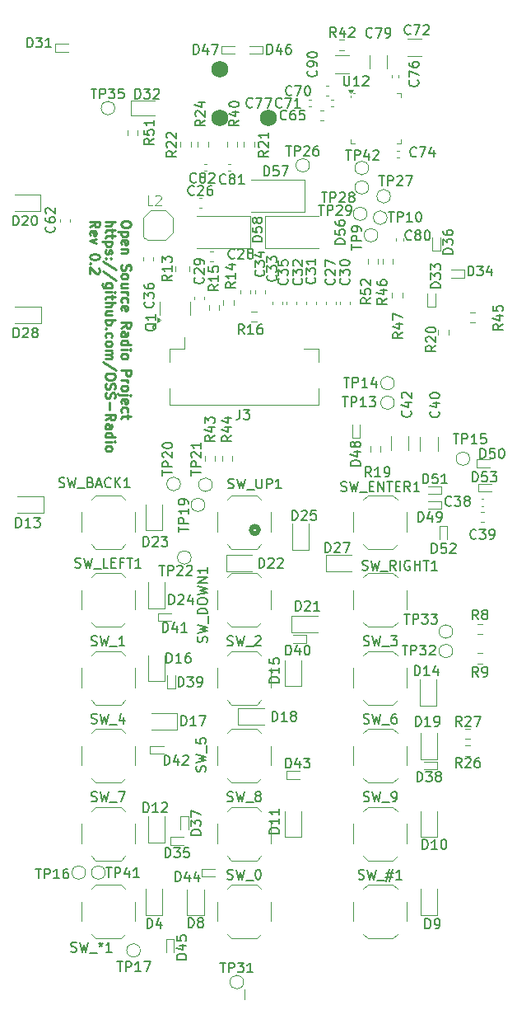
<source format=gto>
%TF.GenerationSoftware,KiCad,Pcbnew,9.0.0*%
%TF.CreationDate,2025-09-17T13:37:23-06:00*%
%TF.ProjectId,OSS Radio Hardware Design,4f535320-5261-4646-996f-204861726477,rev?*%
%TF.SameCoordinates,Original*%
%TF.FileFunction,Legend,Top*%
%TF.FilePolarity,Positive*%
%FSLAX46Y46*%
G04 Gerber Fmt 4.6, Leading zero omitted, Abs format (unit mm)*
G04 Created by KiCad (PCBNEW 9.0.0) date 2025-09-17 13:37:23*
%MOMM*%
%LPD*%
G01*
G04 APERTURE LIST*
%ADD10C,0.100000*%
%ADD11C,0.250000*%
%ADD12C,0.150000*%
%ADD13C,0.120000*%
%ADD14C,0.508000*%
%ADD15C,1.750000*%
G04 APERTURE END LIST*
D10*
X87000000Y-146500000D02*
X87000000Y-146000000D01*
X87000000Y-146000000D02*
X87000000Y-145500000D01*
D11*
X75355268Y-66843044D02*
X75355268Y-67033520D01*
X75355268Y-67033520D02*
X75307649Y-67128758D01*
X75307649Y-67128758D02*
X75212411Y-67223996D01*
X75212411Y-67223996D02*
X75021935Y-67271615D01*
X75021935Y-67271615D02*
X74688602Y-67271615D01*
X74688602Y-67271615D02*
X74498126Y-67223996D01*
X74498126Y-67223996D02*
X74402888Y-67128758D01*
X74402888Y-67128758D02*
X74355268Y-67033520D01*
X74355268Y-67033520D02*
X74355268Y-66843044D01*
X74355268Y-66843044D02*
X74402888Y-66747806D01*
X74402888Y-66747806D02*
X74498126Y-66652568D01*
X74498126Y-66652568D02*
X74688602Y-66604949D01*
X74688602Y-66604949D02*
X75021935Y-66604949D01*
X75021935Y-66604949D02*
X75212411Y-66652568D01*
X75212411Y-66652568D02*
X75307649Y-66747806D01*
X75307649Y-66747806D02*
X75355268Y-66843044D01*
X75021935Y-67700187D02*
X74021935Y-67700187D01*
X74974316Y-67700187D02*
X75021935Y-67795425D01*
X75021935Y-67795425D02*
X75021935Y-67985901D01*
X75021935Y-67985901D02*
X74974316Y-68081139D01*
X74974316Y-68081139D02*
X74926697Y-68128758D01*
X74926697Y-68128758D02*
X74831459Y-68176377D01*
X74831459Y-68176377D02*
X74545745Y-68176377D01*
X74545745Y-68176377D02*
X74450507Y-68128758D01*
X74450507Y-68128758D02*
X74402888Y-68081139D01*
X74402888Y-68081139D02*
X74355268Y-67985901D01*
X74355268Y-67985901D02*
X74355268Y-67795425D01*
X74355268Y-67795425D02*
X74402888Y-67700187D01*
X74402888Y-68985901D02*
X74355268Y-68890663D01*
X74355268Y-68890663D02*
X74355268Y-68700187D01*
X74355268Y-68700187D02*
X74402888Y-68604949D01*
X74402888Y-68604949D02*
X74498126Y-68557330D01*
X74498126Y-68557330D02*
X74879078Y-68557330D01*
X74879078Y-68557330D02*
X74974316Y-68604949D01*
X74974316Y-68604949D02*
X75021935Y-68700187D01*
X75021935Y-68700187D02*
X75021935Y-68890663D01*
X75021935Y-68890663D02*
X74974316Y-68985901D01*
X74974316Y-68985901D02*
X74879078Y-69033520D01*
X74879078Y-69033520D02*
X74783840Y-69033520D01*
X74783840Y-69033520D02*
X74688602Y-68557330D01*
X75021935Y-69462092D02*
X74355268Y-69462092D01*
X74926697Y-69462092D02*
X74974316Y-69509711D01*
X74974316Y-69509711D02*
X75021935Y-69604949D01*
X75021935Y-69604949D02*
X75021935Y-69747806D01*
X75021935Y-69747806D02*
X74974316Y-69843044D01*
X74974316Y-69843044D02*
X74879078Y-69890663D01*
X74879078Y-69890663D02*
X74355268Y-69890663D01*
X74402888Y-71081140D02*
X74355268Y-71223997D01*
X74355268Y-71223997D02*
X74355268Y-71462092D01*
X74355268Y-71462092D02*
X74402888Y-71557330D01*
X74402888Y-71557330D02*
X74450507Y-71604949D01*
X74450507Y-71604949D02*
X74545745Y-71652568D01*
X74545745Y-71652568D02*
X74640983Y-71652568D01*
X74640983Y-71652568D02*
X74736221Y-71604949D01*
X74736221Y-71604949D02*
X74783840Y-71557330D01*
X74783840Y-71557330D02*
X74831459Y-71462092D01*
X74831459Y-71462092D02*
X74879078Y-71271616D01*
X74879078Y-71271616D02*
X74926697Y-71176378D01*
X74926697Y-71176378D02*
X74974316Y-71128759D01*
X74974316Y-71128759D02*
X75069554Y-71081140D01*
X75069554Y-71081140D02*
X75164792Y-71081140D01*
X75164792Y-71081140D02*
X75260030Y-71128759D01*
X75260030Y-71128759D02*
X75307649Y-71176378D01*
X75307649Y-71176378D02*
X75355268Y-71271616D01*
X75355268Y-71271616D02*
X75355268Y-71509711D01*
X75355268Y-71509711D02*
X75307649Y-71652568D01*
X74355268Y-72223997D02*
X74402888Y-72128759D01*
X74402888Y-72128759D02*
X74450507Y-72081140D01*
X74450507Y-72081140D02*
X74545745Y-72033521D01*
X74545745Y-72033521D02*
X74831459Y-72033521D01*
X74831459Y-72033521D02*
X74926697Y-72081140D01*
X74926697Y-72081140D02*
X74974316Y-72128759D01*
X74974316Y-72128759D02*
X75021935Y-72223997D01*
X75021935Y-72223997D02*
X75021935Y-72366854D01*
X75021935Y-72366854D02*
X74974316Y-72462092D01*
X74974316Y-72462092D02*
X74926697Y-72509711D01*
X74926697Y-72509711D02*
X74831459Y-72557330D01*
X74831459Y-72557330D02*
X74545745Y-72557330D01*
X74545745Y-72557330D02*
X74450507Y-72509711D01*
X74450507Y-72509711D02*
X74402888Y-72462092D01*
X74402888Y-72462092D02*
X74355268Y-72366854D01*
X74355268Y-72366854D02*
X74355268Y-72223997D01*
X75021935Y-73414473D02*
X74355268Y-73414473D01*
X75021935Y-72985902D02*
X74498126Y-72985902D01*
X74498126Y-72985902D02*
X74402888Y-73033521D01*
X74402888Y-73033521D02*
X74355268Y-73128759D01*
X74355268Y-73128759D02*
X74355268Y-73271616D01*
X74355268Y-73271616D02*
X74402888Y-73366854D01*
X74402888Y-73366854D02*
X74450507Y-73414473D01*
X74355268Y-73890664D02*
X75021935Y-73890664D01*
X74831459Y-73890664D02*
X74926697Y-73938283D01*
X74926697Y-73938283D02*
X74974316Y-73985902D01*
X74974316Y-73985902D02*
X75021935Y-74081140D01*
X75021935Y-74081140D02*
X75021935Y-74176378D01*
X74402888Y-74938283D02*
X74355268Y-74843045D01*
X74355268Y-74843045D02*
X74355268Y-74652569D01*
X74355268Y-74652569D02*
X74402888Y-74557331D01*
X74402888Y-74557331D02*
X74450507Y-74509712D01*
X74450507Y-74509712D02*
X74545745Y-74462093D01*
X74545745Y-74462093D02*
X74831459Y-74462093D01*
X74831459Y-74462093D02*
X74926697Y-74509712D01*
X74926697Y-74509712D02*
X74974316Y-74557331D01*
X74974316Y-74557331D02*
X75021935Y-74652569D01*
X75021935Y-74652569D02*
X75021935Y-74843045D01*
X75021935Y-74843045D02*
X74974316Y-74938283D01*
X74402888Y-75747807D02*
X74355268Y-75652569D01*
X74355268Y-75652569D02*
X74355268Y-75462093D01*
X74355268Y-75462093D02*
X74402888Y-75366855D01*
X74402888Y-75366855D02*
X74498126Y-75319236D01*
X74498126Y-75319236D02*
X74879078Y-75319236D01*
X74879078Y-75319236D02*
X74974316Y-75366855D01*
X74974316Y-75366855D02*
X75021935Y-75462093D01*
X75021935Y-75462093D02*
X75021935Y-75652569D01*
X75021935Y-75652569D02*
X74974316Y-75747807D01*
X74974316Y-75747807D02*
X74879078Y-75795426D01*
X74879078Y-75795426D02*
X74783840Y-75795426D01*
X74783840Y-75795426D02*
X74688602Y-75319236D01*
X74355268Y-77557331D02*
X74831459Y-77223998D01*
X74355268Y-76985903D02*
X75355268Y-76985903D01*
X75355268Y-76985903D02*
X75355268Y-77366855D01*
X75355268Y-77366855D02*
X75307649Y-77462093D01*
X75307649Y-77462093D02*
X75260030Y-77509712D01*
X75260030Y-77509712D02*
X75164792Y-77557331D01*
X75164792Y-77557331D02*
X75021935Y-77557331D01*
X75021935Y-77557331D02*
X74926697Y-77509712D01*
X74926697Y-77509712D02*
X74879078Y-77462093D01*
X74879078Y-77462093D02*
X74831459Y-77366855D01*
X74831459Y-77366855D02*
X74831459Y-76985903D01*
X74355268Y-78414474D02*
X74879078Y-78414474D01*
X74879078Y-78414474D02*
X74974316Y-78366855D01*
X74974316Y-78366855D02*
X75021935Y-78271617D01*
X75021935Y-78271617D02*
X75021935Y-78081141D01*
X75021935Y-78081141D02*
X74974316Y-77985903D01*
X74402888Y-78414474D02*
X74355268Y-78319236D01*
X74355268Y-78319236D02*
X74355268Y-78081141D01*
X74355268Y-78081141D02*
X74402888Y-77985903D01*
X74402888Y-77985903D02*
X74498126Y-77938284D01*
X74498126Y-77938284D02*
X74593364Y-77938284D01*
X74593364Y-77938284D02*
X74688602Y-77985903D01*
X74688602Y-77985903D02*
X74736221Y-78081141D01*
X74736221Y-78081141D02*
X74736221Y-78319236D01*
X74736221Y-78319236D02*
X74783840Y-78414474D01*
X74355268Y-79319236D02*
X75355268Y-79319236D01*
X74402888Y-79319236D02*
X74355268Y-79223998D01*
X74355268Y-79223998D02*
X74355268Y-79033522D01*
X74355268Y-79033522D02*
X74402888Y-78938284D01*
X74402888Y-78938284D02*
X74450507Y-78890665D01*
X74450507Y-78890665D02*
X74545745Y-78843046D01*
X74545745Y-78843046D02*
X74831459Y-78843046D01*
X74831459Y-78843046D02*
X74926697Y-78890665D01*
X74926697Y-78890665D02*
X74974316Y-78938284D01*
X74974316Y-78938284D02*
X75021935Y-79033522D01*
X75021935Y-79033522D02*
X75021935Y-79223998D01*
X75021935Y-79223998D02*
X74974316Y-79319236D01*
X74355268Y-79795427D02*
X75021935Y-79795427D01*
X75355268Y-79795427D02*
X75307649Y-79747808D01*
X75307649Y-79747808D02*
X75260030Y-79795427D01*
X75260030Y-79795427D02*
X75307649Y-79843046D01*
X75307649Y-79843046D02*
X75355268Y-79795427D01*
X75355268Y-79795427D02*
X75260030Y-79795427D01*
X74355268Y-80414474D02*
X74402888Y-80319236D01*
X74402888Y-80319236D02*
X74450507Y-80271617D01*
X74450507Y-80271617D02*
X74545745Y-80223998D01*
X74545745Y-80223998D02*
X74831459Y-80223998D01*
X74831459Y-80223998D02*
X74926697Y-80271617D01*
X74926697Y-80271617D02*
X74974316Y-80319236D01*
X74974316Y-80319236D02*
X75021935Y-80414474D01*
X75021935Y-80414474D02*
X75021935Y-80557331D01*
X75021935Y-80557331D02*
X74974316Y-80652569D01*
X74974316Y-80652569D02*
X74926697Y-80700188D01*
X74926697Y-80700188D02*
X74831459Y-80747807D01*
X74831459Y-80747807D02*
X74545745Y-80747807D01*
X74545745Y-80747807D02*
X74450507Y-80700188D01*
X74450507Y-80700188D02*
X74402888Y-80652569D01*
X74402888Y-80652569D02*
X74355268Y-80557331D01*
X74355268Y-80557331D02*
X74355268Y-80414474D01*
X74355268Y-81938284D02*
X75355268Y-81938284D01*
X75355268Y-81938284D02*
X75355268Y-82319236D01*
X75355268Y-82319236D02*
X75307649Y-82414474D01*
X75307649Y-82414474D02*
X75260030Y-82462093D01*
X75260030Y-82462093D02*
X75164792Y-82509712D01*
X75164792Y-82509712D02*
X75021935Y-82509712D01*
X75021935Y-82509712D02*
X74926697Y-82462093D01*
X74926697Y-82462093D02*
X74879078Y-82414474D01*
X74879078Y-82414474D02*
X74831459Y-82319236D01*
X74831459Y-82319236D02*
X74831459Y-81938284D01*
X74355268Y-82938284D02*
X75021935Y-82938284D01*
X74831459Y-82938284D02*
X74926697Y-82985903D01*
X74926697Y-82985903D02*
X74974316Y-83033522D01*
X74974316Y-83033522D02*
X75021935Y-83128760D01*
X75021935Y-83128760D02*
X75021935Y-83223998D01*
X74355268Y-83700189D02*
X74402888Y-83604951D01*
X74402888Y-83604951D02*
X74450507Y-83557332D01*
X74450507Y-83557332D02*
X74545745Y-83509713D01*
X74545745Y-83509713D02*
X74831459Y-83509713D01*
X74831459Y-83509713D02*
X74926697Y-83557332D01*
X74926697Y-83557332D02*
X74974316Y-83604951D01*
X74974316Y-83604951D02*
X75021935Y-83700189D01*
X75021935Y-83700189D02*
X75021935Y-83843046D01*
X75021935Y-83843046D02*
X74974316Y-83938284D01*
X74974316Y-83938284D02*
X74926697Y-83985903D01*
X74926697Y-83985903D02*
X74831459Y-84033522D01*
X74831459Y-84033522D02*
X74545745Y-84033522D01*
X74545745Y-84033522D02*
X74450507Y-83985903D01*
X74450507Y-83985903D02*
X74402888Y-83938284D01*
X74402888Y-83938284D02*
X74355268Y-83843046D01*
X74355268Y-83843046D02*
X74355268Y-83700189D01*
X75021935Y-84462094D02*
X74164792Y-84462094D01*
X74164792Y-84462094D02*
X74069554Y-84414475D01*
X74069554Y-84414475D02*
X74021935Y-84319237D01*
X74021935Y-84319237D02*
X74021935Y-84271618D01*
X75355268Y-84462094D02*
X75307649Y-84414475D01*
X75307649Y-84414475D02*
X75260030Y-84462094D01*
X75260030Y-84462094D02*
X75307649Y-84509713D01*
X75307649Y-84509713D02*
X75355268Y-84462094D01*
X75355268Y-84462094D02*
X75260030Y-84462094D01*
X74402888Y-85319236D02*
X74355268Y-85223998D01*
X74355268Y-85223998D02*
X74355268Y-85033522D01*
X74355268Y-85033522D02*
X74402888Y-84938284D01*
X74402888Y-84938284D02*
X74498126Y-84890665D01*
X74498126Y-84890665D02*
X74879078Y-84890665D01*
X74879078Y-84890665D02*
X74974316Y-84938284D01*
X74974316Y-84938284D02*
X75021935Y-85033522D01*
X75021935Y-85033522D02*
X75021935Y-85223998D01*
X75021935Y-85223998D02*
X74974316Y-85319236D01*
X74974316Y-85319236D02*
X74879078Y-85366855D01*
X74879078Y-85366855D02*
X74783840Y-85366855D01*
X74783840Y-85366855D02*
X74688602Y-84890665D01*
X74402888Y-86223998D02*
X74355268Y-86128760D01*
X74355268Y-86128760D02*
X74355268Y-85938284D01*
X74355268Y-85938284D02*
X74402888Y-85843046D01*
X74402888Y-85843046D02*
X74450507Y-85795427D01*
X74450507Y-85795427D02*
X74545745Y-85747808D01*
X74545745Y-85747808D02*
X74831459Y-85747808D01*
X74831459Y-85747808D02*
X74926697Y-85795427D01*
X74926697Y-85795427D02*
X74974316Y-85843046D01*
X74974316Y-85843046D02*
X75021935Y-85938284D01*
X75021935Y-85938284D02*
X75021935Y-86128760D01*
X75021935Y-86128760D02*
X74974316Y-86223998D01*
X75021935Y-86509713D02*
X75021935Y-86890665D01*
X75355268Y-86652570D02*
X74498126Y-86652570D01*
X74498126Y-86652570D02*
X74402888Y-86700189D01*
X74402888Y-86700189D02*
X74355268Y-86795427D01*
X74355268Y-86795427D02*
X74355268Y-86890665D01*
X72745324Y-66652568D02*
X73745324Y-66652568D01*
X72745324Y-67081139D02*
X73269134Y-67081139D01*
X73269134Y-67081139D02*
X73364372Y-67033520D01*
X73364372Y-67033520D02*
X73411991Y-66938282D01*
X73411991Y-66938282D02*
X73411991Y-66795425D01*
X73411991Y-66795425D02*
X73364372Y-66700187D01*
X73364372Y-66700187D02*
X73316753Y-66652568D01*
X73411991Y-67414473D02*
X73411991Y-67795425D01*
X73745324Y-67557330D02*
X72888182Y-67557330D01*
X72888182Y-67557330D02*
X72792944Y-67604949D01*
X72792944Y-67604949D02*
X72745324Y-67700187D01*
X72745324Y-67700187D02*
X72745324Y-67795425D01*
X73411991Y-67985902D02*
X73411991Y-68366854D01*
X73745324Y-68128759D02*
X72888182Y-68128759D01*
X72888182Y-68128759D02*
X72792944Y-68176378D01*
X72792944Y-68176378D02*
X72745324Y-68271616D01*
X72745324Y-68271616D02*
X72745324Y-68366854D01*
X73411991Y-68700188D02*
X72411991Y-68700188D01*
X73364372Y-68700188D02*
X73411991Y-68795426D01*
X73411991Y-68795426D02*
X73411991Y-68985902D01*
X73411991Y-68985902D02*
X73364372Y-69081140D01*
X73364372Y-69081140D02*
X73316753Y-69128759D01*
X73316753Y-69128759D02*
X73221515Y-69176378D01*
X73221515Y-69176378D02*
X72935801Y-69176378D01*
X72935801Y-69176378D02*
X72840563Y-69128759D01*
X72840563Y-69128759D02*
X72792944Y-69081140D01*
X72792944Y-69081140D02*
X72745324Y-68985902D01*
X72745324Y-68985902D02*
X72745324Y-68795426D01*
X72745324Y-68795426D02*
X72792944Y-68700188D01*
X72792944Y-69557331D02*
X72745324Y-69652569D01*
X72745324Y-69652569D02*
X72745324Y-69843045D01*
X72745324Y-69843045D02*
X72792944Y-69938283D01*
X72792944Y-69938283D02*
X72888182Y-69985902D01*
X72888182Y-69985902D02*
X72935801Y-69985902D01*
X72935801Y-69985902D02*
X73031039Y-69938283D01*
X73031039Y-69938283D02*
X73078658Y-69843045D01*
X73078658Y-69843045D02*
X73078658Y-69700188D01*
X73078658Y-69700188D02*
X73126277Y-69604950D01*
X73126277Y-69604950D02*
X73221515Y-69557331D01*
X73221515Y-69557331D02*
X73269134Y-69557331D01*
X73269134Y-69557331D02*
X73364372Y-69604950D01*
X73364372Y-69604950D02*
X73411991Y-69700188D01*
X73411991Y-69700188D02*
X73411991Y-69843045D01*
X73411991Y-69843045D02*
X73364372Y-69938283D01*
X72840563Y-70414474D02*
X72792944Y-70462093D01*
X72792944Y-70462093D02*
X72745324Y-70414474D01*
X72745324Y-70414474D02*
X72792944Y-70366855D01*
X72792944Y-70366855D02*
X72840563Y-70414474D01*
X72840563Y-70414474D02*
X72745324Y-70414474D01*
X73364372Y-70414474D02*
X73316753Y-70462093D01*
X73316753Y-70462093D02*
X73269134Y-70414474D01*
X73269134Y-70414474D02*
X73316753Y-70366855D01*
X73316753Y-70366855D02*
X73364372Y-70414474D01*
X73364372Y-70414474D02*
X73269134Y-70414474D01*
X73792944Y-71604949D02*
X72507229Y-70747807D01*
X73792944Y-72652568D02*
X72507229Y-71795426D01*
X73411991Y-73414473D02*
X72602467Y-73414473D01*
X72602467Y-73414473D02*
X72507229Y-73366854D01*
X72507229Y-73366854D02*
X72459610Y-73319235D01*
X72459610Y-73319235D02*
X72411991Y-73223997D01*
X72411991Y-73223997D02*
X72411991Y-73081140D01*
X72411991Y-73081140D02*
X72459610Y-72985902D01*
X72792944Y-73414473D02*
X72745324Y-73319235D01*
X72745324Y-73319235D02*
X72745324Y-73128759D01*
X72745324Y-73128759D02*
X72792944Y-73033521D01*
X72792944Y-73033521D02*
X72840563Y-72985902D01*
X72840563Y-72985902D02*
X72935801Y-72938283D01*
X72935801Y-72938283D02*
X73221515Y-72938283D01*
X73221515Y-72938283D02*
X73316753Y-72985902D01*
X73316753Y-72985902D02*
X73364372Y-73033521D01*
X73364372Y-73033521D02*
X73411991Y-73128759D01*
X73411991Y-73128759D02*
X73411991Y-73319235D01*
X73411991Y-73319235D02*
X73364372Y-73414473D01*
X72745324Y-73890664D02*
X73411991Y-73890664D01*
X73745324Y-73890664D02*
X73697705Y-73843045D01*
X73697705Y-73843045D02*
X73650086Y-73890664D01*
X73650086Y-73890664D02*
X73697705Y-73938283D01*
X73697705Y-73938283D02*
X73745324Y-73890664D01*
X73745324Y-73890664D02*
X73650086Y-73890664D01*
X73411991Y-74223997D02*
X73411991Y-74604949D01*
X73745324Y-74366854D02*
X72888182Y-74366854D01*
X72888182Y-74366854D02*
X72792944Y-74414473D01*
X72792944Y-74414473D02*
X72745324Y-74509711D01*
X72745324Y-74509711D02*
X72745324Y-74604949D01*
X72745324Y-74938283D02*
X73745324Y-74938283D01*
X72745324Y-75366854D02*
X73269134Y-75366854D01*
X73269134Y-75366854D02*
X73364372Y-75319235D01*
X73364372Y-75319235D02*
X73411991Y-75223997D01*
X73411991Y-75223997D02*
X73411991Y-75081140D01*
X73411991Y-75081140D02*
X73364372Y-74985902D01*
X73364372Y-74985902D02*
X73316753Y-74938283D01*
X73411991Y-76271616D02*
X72745324Y-76271616D01*
X73411991Y-75843045D02*
X72888182Y-75843045D01*
X72888182Y-75843045D02*
X72792944Y-75890664D01*
X72792944Y-75890664D02*
X72745324Y-75985902D01*
X72745324Y-75985902D02*
X72745324Y-76128759D01*
X72745324Y-76128759D02*
X72792944Y-76223997D01*
X72792944Y-76223997D02*
X72840563Y-76271616D01*
X72745324Y-76747807D02*
X73745324Y-76747807D01*
X73364372Y-76747807D02*
X73411991Y-76843045D01*
X73411991Y-76843045D02*
X73411991Y-77033521D01*
X73411991Y-77033521D02*
X73364372Y-77128759D01*
X73364372Y-77128759D02*
X73316753Y-77176378D01*
X73316753Y-77176378D02*
X73221515Y-77223997D01*
X73221515Y-77223997D02*
X72935801Y-77223997D01*
X72935801Y-77223997D02*
X72840563Y-77176378D01*
X72840563Y-77176378D02*
X72792944Y-77128759D01*
X72792944Y-77128759D02*
X72745324Y-77033521D01*
X72745324Y-77033521D02*
X72745324Y-76843045D01*
X72745324Y-76843045D02*
X72792944Y-76747807D01*
X72840563Y-77652569D02*
X72792944Y-77700188D01*
X72792944Y-77700188D02*
X72745324Y-77652569D01*
X72745324Y-77652569D02*
X72792944Y-77604950D01*
X72792944Y-77604950D02*
X72840563Y-77652569D01*
X72840563Y-77652569D02*
X72745324Y-77652569D01*
X72792944Y-78557330D02*
X72745324Y-78462092D01*
X72745324Y-78462092D02*
X72745324Y-78271616D01*
X72745324Y-78271616D02*
X72792944Y-78176378D01*
X72792944Y-78176378D02*
X72840563Y-78128759D01*
X72840563Y-78128759D02*
X72935801Y-78081140D01*
X72935801Y-78081140D02*
X73221515Y-78081140D01*
X73221515Y-78081140D02*
X73316753Y-78128759D01*
X73316753Y-78128759D02*
X73364372Y-78176378D01*
X73364372Y-78176378D02*
X73411991Y-78271616D01*
X73411991Y-78271616D02*
X73411991Y-78462092D01*
X73411991Y-78462092D02*
X73364372Y-78557330D01*
X72745324Y-79128759D02*
X72792944Y-79033521D01*
X72792944Y-79033521D02*
X72840563Y-78985902D01*
X72840563Y-78985902D02*
X72935801Y-78938283D01*
X72935801Y-78938283D02*
X73221515Y-78938283D01*
X73221515Y-78938283D02*
X73316753Y-78985902D01*
X73316753Y-78985902D02*
X73364372Y-79033521D01*
X73364372Y-79033521D02*
X73411991Y-79128759D01*
X73411991Y-79128759D02*
X73411991Y-79271616D01*
X73411991Y-79271616D02*
X73364372Y-79366854D01*
X73364372Y-79366854D02*
X73316753Y-79414473D01*
X73316753Y-79414473D02*
X73221515Y-79462092D01*
X73221515Y-79462092D02*
X72935801Y-79462092D01*
X72935801Y-79462092D02*
X72840563Y-79414473D01*
X72840563Y-79414473D02*
X72792944Y-79366854D01*
X72792944Y-79366854D02*
X72745324Y-79271616D01*
X72745324Y-79271616D02*
X72745324Y-79128759D01*
X72745324Y-79890664D02*
X73411991Y-79890664D01*
X73316753Y-79890664D02*
X73364372Y-79938283D01*
X73364372Y-79938283D02*
X73411991Y-80033521D01*
X73411991Y-80033521D02*
X73411991Y-80176378D01*
X73411991Y-80176378D02*
X73364372Y-80271616D01*
X73364372Y-80271616D02*
X73269134Y-80319235D01*
X73269134Y-80319235D02*
X72745324Y-80319235D01*
X73269134Y-80319235D02*
X73364372Y-80366854D01*
X73364372Y-80366854D02*
X73411991Y-80462092D01*
X73411991Y-80462092D02*
X73411991Y-80604949D01*
X73411991Y-80604949D02*
X73364372Y-80700188D01*
X73364372Y-80700188D02*
X73269134Y-80747807D01*
X73269134Y-80747807D02*
X72745324Y-80747807D01*
X73792944Y-81938282D02*
X72507229Y-81081140D01*
X73745324Y-82462092D02*
X73745324Y-82652568D01*
X73745324Y-82652568D02*
X73697705Y-82747806D01*
X73697705Y-82747806D02*
X73602467Y-82843044D01*
X73602467Y-82843044D02*
X73411991Y-82890663D01*
X73411991Y-82890663D02*
X73078658Y-82890663D01*
X73078658Y-82890663D02*
X72888182Y-82843044D01*
X72888182Y-82843044D02*
X72792944Y-82747806D01*
X72792944Y-82747806D02*
X72745324Y-82652568D01*
X72745324Y-82652568D02*
X72745324Y-82462092D01*
X72745324Y-82462092D02*
X72792944Y-82366854D01*
X72792944Y-82366854D02*
X72888182Y-82271616D01*
X72888182Y-82271616D02*
X73078658Y-82223997D01*
X73078658Y-82223997D02*
X73411991Y-82223997D01*
X73411991Y-82223997D02*
X73602467Y-82271616D01*
X73602467Y-82271616D02*
X73697705Y-82366854D01*
X73697705Y-82366854D02*
X73745324Y-82462092D01*
X72792944Y-83271616D02*
X72745324Y-83414473D01*
X72745324Y-83414473D02*
X72745324Y-83652568D01*
X72745324Y-83652568D02*
X72792944Y-83747806D01*
X72792944Y-83747806D02*
X72840563Y-83795425D01*
X72840563Y-83795425D02*
X72935801Y-83843044D01*
X72935801Y-83843044D02*
X73031039Y-83843044D01*
X73031039Y-83843044D02*
X73126277Y-83795425D01*
X73126277Y-83795425D02*
X73173896Y-83747806D01*
X73173896Y-83747806D02*
X73221515Y-83652568D01*
X73221515Y-83652568D02*
X73269134Y-83462092D01*
X73269134Y-83462092D02*
X73316753Y-83366854D01*
X73316753Y-83366854D02*
X73364372Y-83319235D01*
X73364372Y-83319235D02*
X73459610Y-83271616D01*
X73459610Y-83271616D02*
X73554848Y-83271616D01*
X73554848Y-83271616D02*
X73650086Y-83319235D01*
X73650086Y-83319235D02*
X73697705Y-83366854D01*
X73697705Y-83366854D02*
X73745324Y-83462092D01*
X73745324Y-83462092D02*
X73745324Y-83700187D01*
X73745324Y-83700187D02*
X73697705Y-83843044D01*
X72792944Y-84223997D02*
X72745324Y-84366854D01*
X72745324Y-84366854D02*
X72745324Y-84604949D01*
X72745324Y-84604949D02*
X72792944Y-84700187D01*
X72792944Y-84700187D02*
X72840563Y-84747806D01*
X72840563Y-84747806D02*
X72935801Y-84795425D01*
X72935801Y-84795425D02*
X73031039Y-84795425D01*
X73031039Y-84795425D02*
X73126277Y-84747806D01*
X73126277Y-84747806D02*
X73173896Y-84700187D01*
X73173896Y-84700187D02*
X73221515Y-84604949D01*
X73221515Y-84604949D02*
X73269134Y-84414473D01*
X73269134Y-84414473D02*
X73316753Y-84319235D01*
X73316753Y-84319235D02*
X73364372Y-84271616D01*
X73364372Y-84271616D02*
X73459610Y-84223997D01*
X73459610Y-84223997D02*
X73554848Y-84223997D01*
X73554848Y-84223997D02*
X73650086Y-84271616D01*
X73650086Y-84271616D02*
X73697705Y-84319235D01*
X73697705Y-84319235D02*
X73745324Y-84414473D01*
X73745324Y-84414473D02*
X73745324Y-84652568D01*
X73745324Y-84652568D02*
X73697705Y-84795425D01*
X73126277Y-85223997D02*
X73126277Y-85985902D01*
X72745324Y-87033520D02*
X73221515Y-86700187D01*
X72745324Y-86462092D02*
X73745324Y-86462092D01*
X73745324Y-86462092D02*
X73745324Y-86843044D01*
X73745324Y-86843044D02*
X73697705Y-86938282D01*
X73697705Y-86938282D02*
X73650086Y-86985901D01*
X73650086Y-86985901D02*
X73554848Y-87033520D01*
X73554848Y-87033520D02*
X73411991Y-87033520D01*
X73411991Y-87033520D02*
X73316753Y-86985901D01*
X73316753Y-86985901D02*
X73269134Y-86938282D01*
X73269134Y-86938282D02*
X73221515Y-86843044D01*
X73221515Y-86843044D02*
X73221515Y-86462092D01*
X72745324Y-87890663D02*
X73269134Y-87890663D01*
X73269134Y-87890663D02*
X73364372Y-87843044D01*
X73364372Y-87843044D02*
X73411991Y-87747806D01*
X73411991Y-87747806D02*
X73411991Y-87557330D01*
X73411991Y-87557330D02*
X73364372Y-87462092D01*
X72792944Y-87890663D02*
X72745324Y-87795425D01*
X72745324Y-87795425D02*
X72745324Y-87557330D01*
X72745324Y-87557330D02*
X72792944Y-87462092D01*
X72792944Y-87462092D02*
X72888182Y-87414473D01*
X72888182Y-87414473D02*
X72983420Y-87414473D01*
X72983420Y-87414473D02*
X73078658Y-87462092D01*
X73078658Y-87462092D02*
X73126277Y-87557330D01*
X73126277Y-87557330D02*
X73126277Y-87795425D01*
X73126277Y-87795425D02*
X73173896Y-87890663D01*
X72745324Y-88795425D02*
X73745324Y-88795425D01*
X72792944Y-88795425D02*
X72745324Y-88700187D01*
X72745324Y-88700187D02*
X72745324Y-88509711D01*
X72745324Y-88509711D02*
X72792944Y-88414473D01*
X72792944Y-88414473D02*
X72840563Y-88366854D01*
X72840563Y-88366854D02*
X72935801Y-88319235D01*
X72935801Y-88319235D02*
X73221515Y-88319235D01*
X73221515Y-88319235D02*
X73316753Y-88366854D01*
X73316753Y-88366854D02*
X73364372Y-88414473D01*
X73364372Y-88414473D02*
X73411991Y-88509711D01*
X73411991Y-88509711D02*
X73411991Y-88700187D01*
X73411991Y-88700187D02*
X73364372Y-88795425D01*
X72745324Y-89271616D02*
X73411991Y-89271616D01*
X73745324Y-89271616D02*
X73697705Y-89223997D01*
X73697705Y-89223997D02*
X73650086Y-89271616D01*
X73650086Y-89271616D02*
X73697705Y-89319235D01*
X73697705Y-89319235D02*
X73745324Y-89271616D01*
X73745324Y-89271616D02*
X73650086Y-89271616D01*
X72745324Y-89890663D02*
X72792944Y-89795425D01*
X72792944Y-89795425D02*
X72840563Y-89747806D01*
X72840563Y-89747806D02*
X72935801Y-89700187D01*
X72935801Y-89700187D02*
X73221515Y-89700187D01*
X73221515Y-89700187D02*
X73316753Y-89747806D01*
X73316753Y-89747806D02*
X73364372Y-89795425D01*
X73364372Y-89795425D02*
X73411991Y-89890663D01*
X73411991Y-89890663D02*
X73411991Y-90033520D01*
X73411991Y-90033520D02*
X73364372Y-90128758D01*
X73364372Y-90128758D02*
X73316753Y-90176377D01*
X73316753Y-90176377D02*
X73221515Y-90223996D01*
X73221515Y-90223996D02*
X72935801Y-90223996D01*
X72935801Y-90223996D02*
X72840563Y-90176377D01*
X72840563Y-90176377D02*
X72792944Y-90128758D01*
X72792944Y-90128758D02*
X72745324Y-90033520D01*
X72745324Y-90033520D02*
X72745324Y-89890663D01*
X71135380Y-67223996D02*
X71611571Y-66890663D01*
X71135380Y-66652568D02*
X72135380Y-66652568D01*
X72135380Y-66652568D02*
X72135380Y-67033520D01*
X72135380Y-67033520D02*
X72087761Y-67128758D01*
X72087761Y-67128758D02*
X72040142Y-67176377D01*
X72040142Y-67176377D02*
X71944904Y-67223996D01*
X71944904Y-67223996D02*
X71802047Y-67223996D01*
X71802047Y-67223996D02*
X71706809Y-67176377D01*
X71706809Y-67176377D02*
X71659190Y-67128758D01*
X71659190Y-67128758D02*
X71611571Y-67033520D01*
X71611571Y-67033520D02*
X71611571Y-66652568D01*
X71183000Y-68033520D02*
X71135380Y-67938282D01*
X71135380Y-67938282D02*
X71135380Y-67747806D01*
X71135380Y-67747806D02*
X71183000Y-67652568D01*
X71183000Y-67652568D02*
X71278238Y-67604949D01*
X71278238Y-67604949D02*
X71659190Y-67604949D01*
X71659190Y-67604949D02*
X71754428Y-67652568D01*
X71754428Y-67652568D02*
X71802047Y-67747806D01*
X71802047Y-67747806D02*
X71802047Y-67938282D01*
X71802047Y-67938282D02*
X71754428Y-68033520D01*
X71754428Y-68033520D02*
X71659190Y-68081139D01*
X71659190Y-68081139D02*
X71563952Y-68081139D01*
X71563952Y-68081139D02*
X71468714Y-67604949D01*
X71802047Y-68414473D02*
X71135380Y-68652568D01*
X71135380Y-68652568D02*
X71802047Y-68890663D01*
X72135380Y-70223997D02*
X72135380Y-70319235D01*
X72135380Y-70319235D02*
X72087761Y-70414473D01*
X72087761Y-70414473D02*
X72040142Y-70462092D01*
X72040142Y-70462092D02*
X71944904Y-70509711D01*
X71944904Y-70509711D02*
X71754428Y-70557330D01*
X71754428Y-70557330D02*
X71516333Y-70557330D01*
X71516333Y-70557330D02*
X71325857Y-70509711D01*
X71325857Y-70509711D02*
X71230619Y-70462092D01*
X71230619Y-70462092D02*
X71183000Y-70414473D01*
X71183000Y-70414473D02*
X71135380Y-70319235D01*
X71135380Y-70319235D02*
X71135380Y-70223997D01*
X71135380Y-70223997D02*
X71183000Y-70128759D01*
X71183000Y-70128759D02*
X71230619Y-70081140D01*
X71230619Y-70081140D02*
X71325857Y-70033521D01*
X71325857Y-70033521D02*
X71516333Y-69985902D01*
X71516333Y-69985902D02*
X71754428Y-69985902D01*
X71754428Y-69985902D02*
X71944904Y-70033521D01*
X71944904Y-70033521D02*
X72040142Y-70081140D01*
X72040142Y-70081140D02*
X72087761Y-70128759D01*
X72087761Y-70128759D02*
X72135380Y-70223997D01*
X71230619Y-70985902D02*
X71183000Y-71033521D01*
X71183000Y-71033521D02*
X71135380Y-70985902D01*
X71135380Y-70985902D02*
X71183000Y-70938283D01*
X71183000Y-70938283D02*
X71230619Y-70985902D01*
X71230619Y-70985902D02*
X71135380Y-70985902D01*
X72040142Y-71414473D02*
X72087761Y-71462092D01*
X72087761Y-71462092D02*
X72135380Y-71557330D01*
X72135380Y-71557330D02*
X72135380Y-71795425D01*
X72135380Y-71795425D02*
X72087761Y-71890663D01*
X72087761Y-71890663D02*
X72040142Y-71938282D01*
X72040142Y-71938282D02*
X71944904Y-71985901D01*
X71944904Y-71985901D02*
X71849666Y-71985901D01*
X71849666Y-71985901D02*
X71706809Y-71938282D01*
X71706809Y-71938282D02*
X71135380Y-71366854D01*
X71135380Y-71366854D02*
X71135380Y-71985901D01*
D12*
X81054819Y-142414285D02*
X80054819Y-142414285D01*
X80054819Y-142414285D02*
X80054819Y-142176190D01*
X80054819Y-142176190D02*
X80102438Y-142033333D01*
X80102438Y-142033333D02*
X80197676Y-141938095D01*
X80197676Y-141938095D02*
X80292914Y-141890476D01*
X80292914Y-141890476D02*
X80483390Y-141842857D01*
X80483390Y-141842857D02*
X80626247Y-141842857D01*
X80626247Y-141842857D02*
X80816723Y-141890476D01*
X80816723Y-141890476D02*
X80911961Y-141938095D01*
X80911961Y-141938095D02*
X81007200Y-142033333D01*
X81007200Y-142033333D02*
X81054819Y-142176190D01*
X81054819Y-142176190D02*
X81054819Y-142414285D01*
X80388152Y-140985714D02*
X81054819Y-140985714D01*
X80007200Y-141223809D02*
X80721485Y-141461904D01*
X80721485Y-141461904D02*
X80721485Y-140842857D01*
X80054819Y-139985714D02*
X80054819Y-140461904D01*
X80054819Y-140461904D02*
X80531009Y-140509523D01*
X80531009Y-140509523D02*
X80483390Y-140461904D01*
X80483390Y-140461904D02*
X80435771Y-140366666D01*
X80435771Y-140366666D02*
X80435771Y-140128571D01*
X80435771Y-140128571D02*
X80483390Y-140033333D01*
X80483390Y-140033333D02*
X80531009Y-139985714D01*
X80531009Y-139985714D02*
X80626247Y-139938095D01*
X80626247Y-139938095D02*
X80864342Y-139938095D01*
X80864342Y-139938095D02*
X80959580Y-139985714D01*
X80959580Y-139985714D02*
X81007200Y-140033333D01*
X81007200Y-140033333D02*
X81054819Y-140128571D01*
X81054819Y-140128571D02*
X81054819Y-140366666D01*
X81054819Y-140366666D02*
X81007200Y-140461904D01*
X81007200Y-140461904D02*
X80959580Y-140509523D01*
X89009580Y-71642857D02*
X89057200Y-71690476D01*
X89057200Y-71690476D02*
X89104819Y-71833333D01*
X89104819Y-71833333D02*
X89104819Y-71928571D01*
X89104819Y-71928571D02*
X89057200Y-72071428D01*
X89057200Y-72071428D02*
X88961961Y-72166666D01*
X88961961Y-72166666D02*
X88866723Y-72214285D01*
X88866723Y-72214285D02*
X88676247Y-72261904D01*
X88676247Y-72261904D02*
X88533390Y-72261904D01*
X88533390Y-72261904D02*
X88342914Y-72214285D01*
X88342914Y-72214285D02*
X88247676Y-72166666D01*
X88247676Y-72166666D02*
X88152438Y-72071428D01*
X88152438Y-72071428D02*
X88104819Y-71928571D01*
X88104819Y-71928571D02*
X88104819Y-71833333D01*
X88104819Y-71833333D02*
X88152438Y-71690476D01*
X88152438Y-71690476D02*
X88200057Y-71642857D01*
X88104819Y-71309523D02*
X88104819Y-70690476D01*
X88104819Y-70690476D02*
X88485771Y-71023809D01*
X88485771Y-71023809D02*
X88485771Y-70880952D01*
X88485771Y-70880952D02*
X88533390Y-70785714D01*
X88533390Y-70785714D02*
X88581009Y-70738095D01*
X88581009Y-70738095D02*
X88676247Y-70690476D01*
X88676247Y-70690476D02*
X88914342Y-70690476D01*
X88914342Y-70690476D02*
X89009580Y-70738095D01*
X89009580Y-70738095D02*
X89057200Y-70785714D01*
X89057200Y-70785714D02*
X89104819Y-70880952D01*
X89104819Y-70880952D02*
X89104819Y-71166666D01*
X89104819Y-71166666D02*
X89057200Y-71261904D01*
X89057200Y-71261904D02*
X89009580Y-71309523D01*
X88438152Y-69833333D02*
X89104819Y-69833333D01*
X88057200Y-70071428D02*
X88771485Y-70309523D01*
X88771485Y-70309523D02*
X88771485Y-69690476D01*
X85361905Y-94007200D02*
X85504762Y-94054819D01*
X85504762Y-94054819D02*
X85742857Y-94054819D01*
X85742857Y-94054819D02*
X85838095Y-94007200D01*
X85838095Y-94007200D02*
X85885714Y-93959580D01*
X85885714Y-93959580D02*
X85933333Y-93864342D01*
X85933333Y-93864342D02*
X85933333Y-93769104D01*
X85933333Y-93769104D02*
X85885714Y-93673866D01*
X85885714Y-93673866D02*
X85838095Y-93626247D01*
X85838095Y-93626247D02*
X85742857Y-93578628D01*
X85742857Y-93578628D02*
X85552381Y-93531009D01*
X85552381Y-93531009D02*
X85457143Y-93483390D01*
X85457143Y-93483390D02*
X85409524Y-93435771D01*
X85409524Y-93435771D02*
X85361905Y-93340533D01*
X85361905Y-93340533D02*
X85361905Y-93245295D01*
X85361905Y-93245295D02*
X85409524Y-93150057D01*
X85409524Y-93150057D02*
X85457143Y-93102438D01*
X85457143Y-93102438D02*
X85552381Y-93054819D01*
X85552381Y-93054819D02*
X85790476Y-93054819D01*
X85790476Y-93054819D02*
X85933333Y-93102438D01*
X86266667Y-93054819D02*
X86504762Y-94054819D01*
X86504762Y-94054819D02*
X86695238Y-93340533D01*
X86695238Y-93340533D02*
X86885714Y-94054819D01*
X86885714Y-94054819D02*
X87123810Y-93054819D01*
X87266667Y-94150057D02*
X88028571Y-94150057D01*
X88266667Y-93054819D02*
X88266667Y-93864342D01*
X88266667Y-93864342D02*
X88314286Y-93959580D01*
X88314286Y-93959580D02*
X88361905Y-94007200D01*
X88361905Y-94007200D02*
X88457143Y-94054819D01*
X88457143Y-94054819D02*
X88647619Y-94054819D01*
X88647619Y-94054819D02*
X88742857Y-94007200D01*
X88742857Y-94007200D02*
X88790476Y-93959580D01*
X88790476Y-93959580D02*
X88838095Y-93864342D01*
X88838095Y-93864342D02*
X88838095Y-93054819D01*
X89314286Y-94054819D02*
X89314286Y-93054819D01*
X89314286Y-93054819D02*
X89695238Y-93054819D01*
X89695238Y-93054819D02*
X89790476Y-93102438D01*
X89790476Y-93102438D02*
X89838095Y-93150057D01*
X89838095Y-93150057D02*
X89885714Y-93245295D01*
X89885714Y-93245295D02*
X89885714Y-93388152D01*
X89885714Y-93388152D02*
X89838095Y-93483390D01*
X89838095Y-93483390D02*
X89790476Y-93531009D01*
X89790476Y-93531009D02*
X89695238Y-93578628D01*
X89695238Y-93578628D02*
X89314286Y-93578628D01*
X90838095Y-94054819D02*
X90266667Y-94054819D01*
X90552381Y-94054819D02*
X90552381Y-93054819D01*
X90552381Y-93054819D02*
X90457143Y-93197676D01*
X90457143Y-93197676D02*
X90361905Y-93292914D01*
X90361905Y-93292914D02*
X90266667Y-93340533D01*
X80024819Y-59392857D02*
X79548628Y-59726190D01*
X80024819Y-59964285D02*
X79024819Y-59964285D01*
X79024819Y-59964285D02*
X79024819Y-59583333D01*
X79024819Y-59583333D02*
X79072438Y-59488095D01*
X79072438Y-59488095D02*
X79120057Y-59440476D01*
X79120057Y-59440476D02*
X79215295Y-59392857D01*
X79215295Y-59392857D02*
X79358152Y-59392857D01*
X79358152Y-59392857D02*
X79453390Y-59440476D01*
X79453390Y-59440476D02*
X79501009Y-59488095D01*
X79501009Y-59488095D02*
X79548628Y-59583333D01*
X79548628Y-59583333D02*
X79548628Y-59964285D01*
X79120057Y-59011904D02*
X79072438Y-58964285D01*
X79072438Y-58964285D02*
X79024819Y-58869047D01*
X79024819Y-58869047D02*
X79024819Y-58630952D01*
X79024819Y-58630952D02*
X79072438Y-58535714D01*
X79072438Y-58535714D02*
X79120057Y-58488095D01*
X79120057Y-58488095D02*
X79215295Y-58440476D01*
X79215295Y-58440476D02*
X79310533Y-58440476D01*
X79310533Y-58440476D02*
X79453390Y-58488095D01*
X79453390Y-58488095D02*
X80024819Y-59059523D01*
X80024819Y-59059523D02*
X80024819Y-58440476D01*
X79120057Y-58059523D02*
X79072438Y-58011904D01*
X79072438Y-58011904D02*
X79024819Y-57916666D01*
X79024819Y-57916666D02*
X79024819Y-57678571D01*
X79024819Y-57678571D02*
X79072438Y-57583333D01*
X79072438Y-57583333D02*
X79120057Y-57535714D01*
X79120057Y-57535714D02*
X79215295Y-57488095D01*
X79215295Y-57488095D02*
X79310533Y-57488095D01*
X79310533Y-57488095D02*
X79453390Y-57535714D01*
X79453390Y-57535714D02*
X80024819Y-58107142D01*
X80024819Y-58107142D02*
X80024819Y-57488095D01*
X84511905Y-142756819D02*
X85083333Y-142756819D01*
X84797619Y-143756819D02*
X84797619Y-142756819D01*
X85416667Y-143756819D02*
X85416667Y-142756819D01*
X85416667Y-142756819D02*
X85797619Y-142756819D01*
X85797619Y-142756819D02*
X85892857Y-142804438D01*
X85892857Y-142804438D02*
X85940476Y-142852057D01*
X85940476Y-142852057D02*
X85988095Y-142947295D01*
X85988095Y-142947295D02*
X85988095Y-143090152D01*
X85988095Y-143090152D02*
X85940476Y-143185390D01*
X85940476Y-143185390D02*
X85892857Y-143233009D01*
X85892857Y-143233009D02*
X85797619Y-143280628D01*
X85797619Y-143280628D02*
X85416667Y-143280628D01*
X86321429Y-142756819D02*
X86940476Y-142756819D01*
X86940476Y-142756819D02*
X86607143Y-143137771D01*
X86607143Y-143137771D02*
X86750000Y-143137771D01*
X86750000Y-143137771D02*
X86845238Y-143185390D01*
X86845238Y-143185390D02*
X86892857Y-143233009D01*
X86892857Y-143233009D02*
X86940476Y-143328247D01*
X86940476Y-143328247D02*
X86940476Y-143566342D01*
X86940476Y-143566342D02*
X86892857Y-143661580D01*
X86892857Y-143661580D02*
X86845238Y-143709200D01*
X86845238Y-143709200D02*
X86750000Y-143756819D01*
X86750000Y-143756819D02*
X86464286Y-143756819D01*
X86464286Y-143756819D02*
X86369048Y-143709200D01*
X86369048Y-143709200D02*
X86321429Y-143661580D01*
X87892857Y-143756819D02*
X87321429Y-143756819D01*
X87607143Y-143756819D02*
X87607143Y-142756819D01*
X87607143Y-142756819D02*
X87511905Y-142899676D01*
X87511905Y-142899676D02*
X87416667Y-142994914D01*
X87416667Y-142994914D02*
X87321429Y-143042533D01*
X78261905Y-101954819D02*
X78833333Y-101954819D01*
X78547619Y-102954819D02*
X78547619Y-101954819D01*
X79166667Y-102954819D02*
X79166667Y-101954819D01*
X79166667Y-101954819D02*
X79547619Y-101954819D01*
X79547619Y-101954819D02*
X79642857Y-102002438D01*
X79642857Y-102002438D02*
X79690476Y-102050057D01*
X79690476Y-102050057D02*
X79738095Y-102145295D01*
X79738095Y-102145295D02*
X79738095Y-102288152D01*
X79738095Y-102288152D02*
X79690476Y-102383390D01*
X79690476Y-102383390D02*
X79642857Y-102431009D01*
X79642857Y-102431009D02*
X79547619Y-102478628D01*
X79547619Y-102478628D02*
X79166667Y-102478628D01*
X80119048Y-102050057D02*
X80166667Y-102002438D01*
X80166667Y-102002438D02*
X80261905Y-101954819D01*
X80261905Y-101954819D02*
X80500000Y-101954819D01*
X80500000Y-101954819D02*
X80595238Y-102002438D01*
X80595238Y-102002438D02*
X80642857Y-102050057D01*
X80642857Y-102050057D02*
X80690476Y-102145295D01*
X80690476Y-102145295D02*
X80690476Y-102240533D01*
X80690476Y-102240533D02*
X80642857Y-102383390D01*
X80642857Y-102383390D02*
X80071429Y-102954819D01*
X80071429Y-102954819D02*
X80690476Y-102954819D01*
X81071429Y-102050057D02*
X81119048Y-102002438D01*
X81119048Y-102002438D02*
X81214286Y-101954819D01*
X81214286Y-101954819D02*
X81452381Y-101954819D01*
X81452381Y-101954819D02*
X81547619Y-102002438D01*
X81547619Y-102002438D02*
X81595238Y-102050057D01*
X81595238Y-102050057D02*
X81642857Y-102145295D01*
X81642857Y-102145295D02*
X81642857Y-102240533D01*
X81642857Y-102240533D02*
X81595238Y-102383390D01*
X81595238Y-102383390D02*
X81023810Y-102954819D01*
X81023810Y-102954819D02*
X81642857Y-102954819D01*
X108511905Y-88454819D02*
X109083333Y-88454819D01*
X108797619Y-89454819D02*
X108797619Y-88454819D01*
X109416667Y-89454819D02*
X109416667Y-88454819D01*
X109416667Y-88454819D02*
X109797619Y-88454819D01*
X109797619Y-88454819D02*
X109892857Y-88502438D01*
X109892857Y-88502438D02*
X109940476Y-88550057D01*
X109940476Y-88550057D02*
X109988095Y-88645295D01*
X109988095Y-88645295D02*
X109988095Y-88788152D01*
X109988095Y-88788152D02*
X109940476Y-88883390D01*
X109940476Y-88883390D02*
X109892857Y-88931009D01*
X109892857Y-88931009D02*
X109797619Y-88978628D01*
X109797619Y-88978628D02*
X109416667Y-88978628D01*
X110940476Y-89454819D02*
X110369048Y-89454819D01*
X110654762Y-89454819D02*
X110654762Y-88454819D01*
X110654762Y-88454819D02*
X110559524Y-88597676D01*
X110559524Y-88597676D02*
X110464286Y-88692914D01*
X110464286Y-88692914D02*
X110369048Y-88740533D01*
X111845238Y-88454819D02*
X111369048Y-88454819D01*
X111369048Y-88454819D02*
X111321429Y-88931009D01*
X111321429Y-88931009D02*
X111369048Y-88883390D01*
X111369048Y-88883390D02*
X111464286Y-88835771D01*
X111464286Y-88835771D02*
X111702381Y-88835771D01*
X111702381Y-88835771D02*
X111797619Y-88883390D01*
X111797619Y-88883390D02*
X111845238Y-88931009D01*
X111845238Y-88931009D02*
X111892857Y-89026247D01*
X111892857Y-89026247D02*
X111892857Y-89264342D01*
X111892857Y-89264342D02*
X111845238Y-89359580D01*
X111845238Y-89359580D02*
X111797619Y-89407200D01*
X111797619Y-89407200D02*
X111702381Y-89454819D01*
X111702381Y-89454819D02*
X111464286Y-89454819D01*
X111464286Y-89454819D02*
X111369048Y-89407200D01*
X111369048Y-89407200D02*
X111321429Y-89359580D01*
X91907142Y-53609580D02*
X91859523Y-53657200D01*
X91859523Y-53657200D02*
X91716666Y-53704819D01*
X91716666Y-53704819D02*
X91621428Y-53704819D01*
X91621428Y-53704819D02*
X91478571Y-53657200D01*
X91478571Y-53657200D02*
X91383333Y-53561961D01*
X91383333Y-53561961D02*
X91335714Y-53466723D01*
X91335714Y-53466723D02*
X91288095Y-53276247D01*
X91288095Y-53276247D02*
X91288095Y-53133390D01*
X91288095Y-53133390D02*
X91335714Y-52942914D01*
X91335714Y-52942914D02*
X91383333Y-52847676D01*
X91383333Y-52847676D02*
X91478571Y-52752438D01*
X91478571Y-52752438D02*
X91621428Y-52704819D01*
X91621428Y-52704819D02*
X91716666Y-52704819D01*
X91716666Y-52704819D02*
X91859523Y-52752438D01*
X91859523Y-52752438D02*
X91907142Y-52800057D01*
X92240476Y-52704819D02*
X92907142Y-52704819D01*
X92907142Y-52704819D02*
X92478571Y-53704819D01*
X93478571Y-52704819D02*
X93573809Y-52704819D01*
X93573809Y-52704819D02*
X93669047Y-52752438D01*
X93669047Y-52752438D02*
X93716666Y-52800057D01*
X93716666Y-52800057D02*
X93764285Y-52895295D01*
X93764285Y-52895295D02*
X93811904Y-53085771D01*
X93811904Y-53085771D02*
X93811904Y-53323866D01*
X93811904Y-53323866D02*
X93764285Y-53514342D01*
X93764285Y-53514342D02*
X93716666Y-53609580D01*
X93716666Y-53609580D02*
X93669047Y-53657200D01*
X93669047Y-53657200D02*
X93573809Y-53704819D01*
X93573809Y-53704819D02*
X93478571Y-53704819D01*
X93478571Y-53704819D02*
X93383333Y-53657200D01*
X93383333Y-53657200D02*
X93335714Y-53609580D01*
X93335714Y-53609580D02*
X93288095Y-53514342D01*
X93288095Y-53514342D02*
X93240476Y-53323866D01*
X93240476Y-53323866D02*
X93240476Y-53085771D01*
X93240476Y-53085771D02*
X93288095Y-52895295D01*
X93288095Y-52895295D02*
X93335714Y-52800057D01*
X93335714Y-52800057D02*
X93383333Y-52752438D01*
X93383333Y-52752438D02*
X93478571Y-52704819D01*
X97759580Y-72505357D02*
X97807200Y-72552976D01*
X97807200Y-72552976D02*
X97854819Y-72695833D01*
X97854819Y-72695833D02*
X97854819Y-72791071D01*
X97854819Y-72791071D02*
X97807200Y-72933928D01*
X97807200Y-72933928D02*
X97711961Y-73029166D01*
X97711961Y-73029166D02*
X97616723Y-73076785D01*
X97616723Y-73076785D02*
X97426247Y-73124404D01*
X97426247Y-73124404D02*
X97283390Y-73124404D01*
X97283390Y-73124404D02*
X97092914Y-73076785D01*
X97092914Y-73076785D02*
X96997676Y-73029166D01*
X96997676Y-73029166D02*
X96902438Y-72933928D01*
X96902438Y-72933928D02*
X96854819Y-72791071D01*
X96854819Y-72791071D02*
X96854819Y-72695833D01*
X96854819Y-72695833D02*
X96902438Y-72552976D01*
X96902438Y-72552976D02*
X96950057Y-72505357D01*
X96854819Y-72172023D02*
X96854819Y-71552976D01*
X96854819Y-71552976D02*
X97235771Y-71886309D01*
X97235771Y-71886309D02*
X97235771Y-71743452D01*
X97235771Y-71743452D02*
X97283390Y-71648214D01*
X97283390Y-71648214D02*
X97331009Y-71600595D01*
X97331009Y-71600595D02*
X97426247Y-71552976D01*
X97426247Y-71552976D02*
X97664342Y-71552976D01*
X97664342Y-71552976D02*
X97759580Y-71600595D01*
X97759580Y-71600595D02*
X97807200Y-71648214D01*
X97807200Y-71648214D02*
X97854819Y-71743452D01*
X97854819Y-71743452D02*
X97854819Y-72029166D01*
X97854819Y-72029166D02*
X97807200Y-72124404D01*
X97807200Y-72124404D02*
X97759580Y-72172023D01*
X96854819Y-70933928D02*
X96854819Y-70838690D01*
X96854819Y-70838690D02*
X96902438Y-70743452D01*
X96902438Y-70743452D02*
X96950057Y-70695833D01*
X96950057Y-70695833D02*
X97045295Y-70648214D01*
X97045295Y-70648214D02*
X97235771Y-70600595D01*
X97235771Y-70600595D02*
X97473866Y-70600595D01*
X97473866Y-70600595D02*
X97664342Y-70648214D01*
X97664342Y-70648214D02*
X97759580Y-70695833D01*
X97759580Y-70695833D02*
X97807200Y-70743452D01*
X97807200Y-70743452D02*
X97854819Y-70838690D01*
X97854819Y-70838690D02*
X97854819Y-70933928D01*
X97854819Y-70933928D02*
X97807200Y-71029166D01*
X97807200Y-71029166D02*
X97759580Y-71076785D01*
X97759580Y-71076785D02*
X97664342Y-71124404D01*
X97664342Y-71124404D02*
X97473866Y-71172023D01*
X97473866Y-71172023D02*
X97235771Y-71172023D01*
X97235771Y-71172023D02*
X97045295Y-71124404D01*
X97045295Y-71124404D02*
X96950057Y-71076785D01*
X96950057Y-71076785D02*
X96902438Y-71029166D01*
X96902438Y-71029166D02*
X96854819Y-70933928D01*
X91285714Y-111154819D02*
X91285714Y-110154819D01*
X91285714Y-110154819D02*
X91523809Y-110154819D01*
X91523809Y-110154819D02*
X91666666Y-110202438D01*
X91666666Y-110202438D02*
X91761904Y-110297676D01*
X91761904Y-110297676D02*
X91809523Y-110392914D01*
X91809523Y-110392914D02*
X91857142Y-110583390D01*
X91857142Y-110583390D02*
X91857142Y-110726247D01*
X91857142Y-110726247D02*
X91809523Y-110916723D01*
X91809523Y-110916723D02*
X91761904Y-111011961D01*
X91761904Y-111011961D02*
X91666666Y-111107200D01*
X91666666Y-111107200D02*
X91523809Y-111154819D01*
X91523809Y-111154819D02*
X91285714Y-111154819D01*
X92714285Y-110488152D02*
X92714285Y-111154819D01*
X92476190Y-110107200D02*
X92238095Y-110821485D01*
X92238095Y-110821485D02*
X92857142Y-110821485D01*
X93428571Y-110154819D02*
X93523809Y-110154819D01*
X93523809Y-110154819D02*
X93619047Y-110202438D01*
X93619047Y-110202438D02*
X93666666Y-110250057D01*
X93666666Y-110250057D02*
X93714285Y-110345295D01*
X93714285Y-110345295D02*
X93761904Y-110535771D01*
X93761904Y-110535771D02*
X93761904Y-110773866D01*
X93761904Y-110773866D02*
X93714285Y-110964342D01*
X93714285Y-110964342D02*
X93666666Y-111059580D01*
X93666666Y-111059580D02*
X93619047Y-111107200D01*
X93619047Y-111107200D02*
X93523809Y-111154819D01*
X93523809Y-111154819D02*
X93428571Y-111154819D01*
X93428571Y-111154819D02*
X93333333Y-111107200D01*
X93333333Y-111107200D02*
X93285714Y-111059580D01*
X93285714Y-111059580D02*
X93238095Y-110964342D01*
X93238095Y-110964342D02*
X93190476Y-110773866D01*
X93190476Y-110773866D02*
X93190476Y-110535771D01*
X93190476Y-110535771D02*
X93238095Y-110345295D01*
X93238095Y-110345295D02*
X93285714Y-110250057D01*
X93285714Y-110250057D02*
X93333333Y-110202438D01*
X93333333Y-110202438D02*
X93428571Y-110154819D01*
X104885714Y-97454819D02*
X104885714Y-96454819D01*
X104885714Y-96454819D02*
X105123809Y-96454819D01*
X105123809Y-96454819D02*
X105266666Y-96502438D01*
X105266666Y-96502438D02*
X105361904Y-96597676D01*
X105361904Y-96597676D02*
X105409523Y-96692914D01*
X105409523Y-96692914D02*
X105457142Y-96883390D01*
X105457142Y-96883390D02*
X105457142Y-97026247D01*
X105457142Y-97026247D02*
X105409523Y-97216723D01*
X105409523Y-97216723D02*
X105361904Y-97311961D01*
X105361904Y-97311961D02*
X105266666Y-97407200D01*
X105266666Y-97407200D02*
X105123809Y-97454819D01*
X105123809Y-97454819D02*
X104885714Y-97454819D01*
X106314285Y-96788152D02*
X106314285Y-97454819D01*
X106076190Y-96407200D02*
X105838095Y-97121485D01*
X105838095Y-97121485D02*
X106457142Y-97121485D01*
X106885714Y-97454819D02*
X107076190Y-97454819D01*
X107076190Y-97454819D02*
X107171428Y-97407200D01*
X107171428Y-97407200D02*
X107219047Y-97359580D01*
X107219047Y-97359580D02*
X107314285Y-97216723D01*
X107314285Y-97216723D02*
X107361904Y-97026247D01*
X107361904Y-97026247D02*
X107361904Y-96645295D01*
X107361904Y-96645295D02*
X107314285Y-96550057D01*
X107314285Y-96550057D02*
X107266666Y-96502438D01*
X107266666Y-96502438D02*
X107171428Y-96454819D01*
X107171428Y-96454819D02*
X106980952Y-96454819D01*
X106980952Y-96454819D02*
X106885714Y-96502438D01*
X106885714Y-96502438D02*
X106838095Y-96550057D01*
X106838095Y-96550057D02*
X106790476Y-96645295D01*
X106790476Y-96645295D02*
X106790476Y-96883390D01*
X106790476Y-96883390D02*
X106838095Y-96978628D01*
X106838095Y-96978628D02*
X106885714Y-97026247D01*
X106885714Y-97026247D02*
X106980952Y-97073866D01*
X106980952Y-97073866D02*
X107171428Y-97073866D01*
X107171428Y-97073866D02*
X107266666Y-97026247D01*
X107266666Y-97026247D02*
X107314285Y-96978628D01*
X107314285Y-96978628D02*
X107361904Y-96883390D01*
X67459580Y-67142857D02*
X67507200Y-67190476D01*
X67507200Y-67190476D02*
X67554819Y-67333333D01*
X67554819Y-67333333D02*
X67554819Y-67428571D01*
X67554819Y-67428571D02*
X67507200Y-67571428D01*
X67507200Y-67571428D02*
X67411961Y-67666666D01*
X67411961Y-67666666D02*
X67316723Y-67714285D01*
X67316723Y-67714285D02*
X67126247Y-67761904D01*
X67126247Y-67761904D02*
X66983390Y-67761904D01*
X66983390Y-67761904D02*
X66792914Y-67714285D01*
X66792914Y-67714285D02*
X66697676Y-67666666D01*
X66697676Y-67666666D02*
X66602438Y-67571428D01*
X66602438Y-67571428D02*
X66554819Y-67428571D01*
X66554819Y-67428571D02*
X66554819Y-67333333D01*
X66554819Y-67333333D02*
X66602438Y-67190476D01*
X66602438Y-67190476D02*
X66650057Y-67142857D01*
X66554819Y-66285714D02*
X66554819Y-66476190D01*
X66554819Y-66476190D02*
X66602438Y-66571428D01*
X66602438Y-66571428D02*
X66650057Y-66619047D01*
X66650057Y-66619047D02*
X66792914Y-66714285D01*
X66792914Y-66714285D02*
X66983390Y-66761904D01*
X66983390Y-66761904D02*
X67364342Y-66761904D01*
X67364342Y-66761904D02*
X67459580Y-66714285D01*
X67459580Y-66714285D02*
X67507200Y-66666666D01*
X67507200Y-66666666D02*
X67554819Y-66571428D01*
X67554819Y-66571428D02*
X67554819Y-66380952D01*
X67554819Y-66380952D02*
X67507200Y-66285714D01*
X67507200Y-66285714D02*
X67459580Y-66238095D01*
X67459580Y-66238095D02*
X67364342Y-66190476D01*
X67364342Y-66190476D02*
X67126247Y-66190476D01*
X67126247Y-66190476D02*
X67031009Y-66238095D01*
X67031009Y-66238095D02*
X66983390Y-66285714D01*
X66983390Y-66285714D02*
X66935771Y-66380952D01*
X66935771Y-66380952D02*
X66935771Y-66571428D01*
X66935771Y-66571428D02*
X66983390Y-66666666D01*
X66983390Y-66666666D02*
X67031009Y-66714285D01*
X67031009Y-66714285D02*
X67126247Y-66761904D01*
X66650057Y-65809523D02*
X66602438Y-65761904D01*
X66602438Y-65761904D02*
X66554819Y-65666666D01*
X66554819Y-65666666D02*
X66554819Y-65428571D01*
X66554819Y-65428571D02*
X66602438Y-65333333D01*
X66602438Y-65333333D02*
X66650057Y-65285714D01*
X66650057Y-65285714D02*
X66745295Y-65238095D01*
X66745295Y-65238095D02*
X66840533Y-65238095D01*
X66840533Y-65238095D02*
X66983390Y-65285714D01*
X66983390Y-65285714D02*
X67554819Y-65857142D01*
X67554819Y-65857142D02*
X67554819Y-65238095D01*
X79554819Y-72142857D02*
X79078628Y-72476190D01*
X79554819Y-72714285D02*
X78554819Y-72714285D01*
X78554819Y-72714285D02*
X78554819Y-72333333D01*
X78554819Y-72333333D02*
X78602438Y-72238095D01*
X78602438Y-72238095D02*
X78650057Y-72190476D01*
X78650057Y-72190476D02*
X78745295Y-72142857D01*
X78745295Y-72142857D02*
X78888152Y-72142857D01*
X78888152Y-72142857D02*
X78983390Y-72190476D01*
X78983390Y-72190476D02*
X79031009Y-72238095D01*
X79031009Y-72238095D02*
X79078628Y-72333333D01*
X79078628Y-72333333D02*
X79078628Y-72714285D01*
X79554819Y-71190476D02*
X79554819Y-71761904D01*
X79554819Y-71476190D02*
X78554819Y-71476190D01*
X78554819Y-71476190D02*
X78697676Y-71571428D01*
X78697676Y-71571428D02*
X78792914Y-71666666D01*
X78792914Y-71666666D02*
X78840533Y-71761904D01*
X78554819Y-70857142D02*
X78554819Y-70238095D01*
X78554819Y-70238095D02*
X78935771Y-70571428D01*
X78935771Y-70571428D02*
X78935771Y-70428571D01*
X78935771Y-70428571D02*
X78983390Y-70333333D01*
X78983390Y-70333333D02*
X79031009Y-70285714D01*
X79031009Y-70285714D02*
X79126247Y-70238095D01*
X79126247Y-70238095D02*
X79364342Y-70238095D01*
X79364342Y-70238095D02*
X79459580Y-70285714D01*
X79459580Y-70285714D02*
X79507200Y-70333333D01*
X79507200Y-70333333D02*
X79554819Y-70428571D01*
X79554819Y-70428571D02*
X79554819Y-70714285D01*
X79554819Y-70714285D02*
X79507200Y-70809523D01*
X79507200Y-70809523D02*
X79459580Y-70857142D01*
X105611905Y-139254819D02*
X105611905Y-138254819D01*
X105611905Y-138254819D02*
X105850000Y-138254819D01*
X105850000Y-138254819D02*
X105992857Y-138302438D01*
X105992857Y-138302438D02*
X106088095Y-138397676D01*
X106088095Y-138397676D02*
X106135714Y-138492914D01*
X106135714Y-138492914D02*
X106183333Y-138683390D01*
X106183333Y-138683390D02*
X106183333Y-138826247D01*
X106183333Y-138826247D02*
X106135714Y-139016723D01*
X106135714Y-139016723D02*
X106088095Y-139111961D01*
X106088095Y-139111961D02*
X105992857Y-139207200D01*
X105992857Y-139207200D02*
X105850000Y-139254819D01*
X105850000Y-139254819D02*
X105611905Y-139254819D01*
X106659524Y-139254819D02*
X106850000Y-139254819D01*
X106850000Y-139254819D02*
X106945238Y-139207200D01*
X106945238Y-139207200D02*
X106992857Y-139159580D01*
X106992857Y-139159580D02*
X107088095Y-139016723D01*
X107088095Y-139016723D02*
X107135714Y-138826247D01*
X107135714Y-138826247D02*
X107135714Y-138445295D01*
X107135714Y-138445295D02*
X107088095Y-138350057D01*
X107088095Y-138350057D02*
X107040476Y-138302438D01*
X107040476Y-138302438D02*
X106945238Y-138254819D01*
X106945238Y-138254819D02*
X106754762Y-138254819D01*
X106754762Y-138254819D02*
X106659524Y-138302438D01*
X106659524Y-138302438D02*
X106611905Y-138350057D01*
X106611905Y-138350057D02*
X106564286Y-138445295D01*
X106564286Y-138445295D02*
X106564286Y-138683390D01*
X106564286Y-138683390D02*
X106611905Y-138778628D01*
X106611905Y-138778628D02*
X106659524Y-138826247D01*
X106659524Y-138826247D02*
X106754762Y-138873866D01*
X106754762Y-138873866D02*
X106945238Y-138873866D01*
X106945238Y-138873866D02*
X107040476Y-138826247D01*
X107040476Y-138826247D02*
X107088095Y-138778628D01*
X107088095Y-138778628D02*
X107135714Y-138683390D01*
X99285714Y-126157200D02*
X99428571Y-126204819D01*
X99428571Y-126204819D02*
X99666666Y-126204819D01*
X99666666Y-126204819D02*
X99761904Y-126157200D01*
X99761904Y-126157200D02*
X99809523Y-126109580D01*
X99809523Y-126109580D02*
X99857142Y-126014342D01*
X99857142Y-126014342D02*
X99857142Y-125919104D01*
X99857142Y-125919104D02*
X99809523Y-125823866D01*
X99809523Y-125823866D02*
X99761904Y-125776247D01*
X99761904Y-125776247D02*
X99666666Y-125728628D01*
X99666666Y-125728628D02*
X99476190Y-125681009D01*
X99476190Y-125681009D02*
X99380952Y-125633390D01*
X99380952Y-125633390D02*
X99333333Y-125585771D01*
X99333333Y-125585771D02*
X99285714Y-125490533D01*
X99285714Y-125490533D02*
X99285714Y-125395295D01*
X99285714Y-125395295D02*
X99333333Y-125300057D01*
X99333333Y-125300057D02*
X99380952Y-125252438D01*
X99380952Y-125252438D02*
X99476190Y-125204819D01*
X99476190Y-125204819D02*
X99714285Y-125204819D01*
X99714285Y-125204819D02*
X99857142Y-125252438D01*
X100190476Y-125204819D02*
X100428571Y-126204819D01*
X100428571Y-126204819D02*
X100619047Y-125490533D01*
X100619047Y-125490533D02*
X100809523Y-126204819D01*
X100809523Y-126204819D02*
X101047619Y-125204819D01*
X101190476Y-126300057D02*
X101952380Y-126300057D01*
X102238095Y-126204819D02*
X102428571Y-126204819D01*
X102428571Y-126204819D02*
X102523809Y-126157200D01*
X102523809Y-126157200D02*
X102571428Y-126109580D01*
X102571428Y-126109580D02*
X102666666Y-125966723D01*
X102666666Y-125966723D02*
X102714285Y-125776247D01*
X102714285Y-125776247D02*
X102714285Y-125395295D01*
X102714285Y-125395295D02*
X102666666Y-125300057D01*
X102666666Y-125300057D02*
X102619047Y-125252438D01*
X102619047Y-125252438D02*
X102523809Y-125204819D01*
X102523809Y-125204819D02*
X102333333Y-125204819D01*
X102333333Y-125204819D02*
X102238095Y-125252438D01*
X102238095Y-125252438D02*
X102190476Y-125300057D01*
X102190476Y-125300057D02*
X102142857Y-125395295D01*
X102142857Y-125395295D02*
X102142857Y-125633390D01*
X102142857Y-125633390D02*
X102190476Y-125728628D01*
X102190476Y-125728628D02*
X102238095Y-125776247D01*
X102238095Y-125776247D02*
X102333333Y-125823866D01*
X102333333Y-125823866D02*
X102523809Y-125823866D01*
X102523809Y-125823866D02*
X102619047Y-125776247D01*
X102619047Y-125776247D02*
X102666666Y-125728628D01*
X102666666Y-125728628D02*
X102714285Y-125633390D01*
X83007200Y-123114285D02*
X83054819Y-122971428D01*
X83054819Y-122971428D02*
X83054819Y-122733333D01*
X83054819Y-122733333D02*
X83007200Y-122638095D01*
X83007200Y-122638095D02*
X82959580Y-122590476D01*
X82959580Y-122590476D02*
X82864342Y-122542857D01*
X82864342Y-122542857D02*
X82769104Y-122542857D01*
X82769104Y-122542857D02*
X82673866Y-122590476D01*
X82673866Y-122590476D02*
X82626247Y-122638095D01*
X82626247Y-122638095D02*
X82578628Y-122733333D01*
X82578628Y-122733333D02*
X82531009Y-122923809D01*
X82531009Y-122923809D02*
X82483390Y-123019047D01*
X82483390Y-123019047D02*
X82435771Y-123066666D01*
X82435771Y-123066666D02*
X82340533Y-123114285D01*
X82340533Y-123114285D02*
X82245295Y-123114285D01*
X82245295Y-123114285D02*
X82150057Y-123066666D01*
X82150057Y-123066666D02*
X82102438Y-123019047D01*
X82102438Y-123019047D02*
X82054819Y-122923809D01*
X82054819Y-122923809D02*
X82054819Y-122685714D01*
X82054819Y-122685714D02*
X82102438Y-122542857D01*
X82054819Y-122209523D02*
X83054819Y-121971428D01*
X83054819Y-121971428D02*
X82340533Y-121780952D01*
X82340533Y-121780952D02*
X83054819Y-121590476D01*
X83054819Y-121590476D02*
X82054819Y-121352381D01*
X83150057Y-121209524D02*
X83150057Y-120447619D01*
X82054819Y-119733333D02*
X82054819Y-120209523D01*
X82054819Y-120209523D02*
X82531009Y-120257142D01*
X82531009Y-120257142D02*
X82483390Y-120209523D01*
X82483390Y-120209523D02*
X82435771Y-120114285D01*
X82435771Y-120114285D02*
X82435771Y-119876190D01*
X82435771Y-119876190D02*
X82483390Y-119780952D01*
X82483390Y-119780952D02*
X82531009Y-119733333D01*
X82531009Y-119733333D02*
X82626247Y-119685714D01*
X82626247Y-119685714D02*
X82864342Y-119685714D01*
X82864342Y-119685714D02*
X82959580Y-119733333D01*
X82959580Y-119733333D02*
X83007200Y-119780952D01*
X83007200Y-119780952D02*
X83054819Y-119876190D01*
X83054819Y-119876190D02*
X83054819Y-120114285D01*
X83054819Y-120114285D02*
X83007200Y-120209523D01*
X83007200Y-120209523D02*
X82959580Y-120257142D01*
X101861905Y-65654819D02*
X102433333Y-65654819D01*
X102147619Y-66654819D02*
X102147619Y-65654819D01*
X102766667Y-66654819D02*
X102766667Y-65654819D01*
X102766667Y-65654819D02*
X103147619Y-65654819D01*
X103147619Y-65654819D02*
X103242857Y-65702438D01*
X103242857Y-65702438D02*
X103290476Y-65750057D01*
X103290476Y-65750057D02*
X103338095Y-65845295D01*
X103338095Y-65845295D02*
X103338095Y-65988152D01*
X103338095Y-65988152D02*
X103290476Y-66083390D01*
X103290476Y-66083390D02*
X103242857Y-66131009D01*
X103242857Y-66131009D02*
X103147619Y-66178628D01*
X103147619Y-66178628D02*
X102766667Y-66178628D01*
X104290476Y-66654819D02*
X103719048Y-66654819D01*
X104004762Y-66654819D02*
X104004762Y-65654819D01*
X104004762Y-65654819D02*
X103909524Y-65797676D01*
X103909524Y-65797676D02*
X103814286Y-65892914D01*
X103814286Y-65892914D02*
X103719048Y-65940533D01*
X104909524Y-65654819D02*
X105004762Y-65654819D01*
X105004762Y-65654819D02*
X105100000Y-65702438D01*
X105100000Y-65702438D02*
X105147619Y-65750057D01*
X105147619Y-65750057D02*
X105195238Y-65845295D01*
X105195238Y-65845295D02*
X105242857Y-66035771D01*
X105242857Y-66035771D02*
X105242857Y-66273866D01*
X105242857Y-66273866D02*
X105195238Y-66464342D01*
X105195238Y-66464342D02*
X105147619Y-66559580D01*
X105147619Y-66559580D02*
X105100000Y-66607200D01*
X105100000Y-66607200D02*
X105004762Y-66654819D01*
X105004762Y-66654819D02*
X104909524Y-66654819D01*
X104909524Y-66654819D02*
X104814286Y-66607200D01*
X104814286Y-66607200D02*
X104766667Y-66559580D01*
X104766667Y-66559580D02*
X104719048Y-66464342D01*
X104719048Y-66464342D02*
X104671429Y-66273866D01*
X104671429Y-66273866D02*
X104671429Y-66035771D01*
X104671429Y-66035771D02*
X104719048Y-65845295D01*
X104719048Y-65845295D02*
X104766667Y-65750057D01*
X104766667Y-65750057D02*
X104814286Y-65702438D01*
X104814286Y-65702438D02*
X104909524Y-65654819D01*
X86454819Y-56230357D02*
X85978628Y-56563690D01*
X86454819Y-56801785D02*
X85454819Y-56801785D01*
X85454819Y-56801785D02*
X85454819Y-56420833D01*
X85454819Y-56420833D02*
X85502438Y-56325595D01*
X85502438Y-56325595D02*
X85550057Y-56277976D01*
X85550057Y-56277976D02*
X85645295Y-56230357D01*
X85645295Y-56230357D02*
X85788152Y-56230357D01*
X85788152Y-56230357D02*
X85883390Y-56277976D01*
X85883390Y-56277976D02*
X85931009Y-56325595D01*
X85931009Y-56325595D02*
X85978628Y-56420833D01*
X85978628Y-56420833D02*
X85978628Y-56801785D01*
X85788152Y-55373214D02*
X86454819Y-55373214D01*
X85407200Y-55611309D02*
X86121485Y-55849404D01*
X86121485Y-55849404D02*
X86121485Y-55230357D01*
X85454819Y-54658928D02*
X85454819Y-54563690D01*
X85454819Y-54563690D02*
X85502438Y-54468452D01*
X85502438Y-54468452D02*
X85550057Y-54420833D01*
X85550057Y-54420833D02*
X85645295Y-54373214D01*
X85645295Y-54373214D02*
X85835771Y-54325595D01*
X85835771Y-54325595D02*
X86073866Y-54325595D01*
X86073866Y-54325595D02*
X86264342Y-54373214D01*
X86264342Y-54373214D02*
X86359580Y-54420833D01*
X86359580Y-54420833D02*
X86407200Y-54468452D01*
X86407200Y-54468452D02*
X86454819Y-54563690D01*
X86454819Y-54563690D02*
X86454819Y-54658928D01*
X86454819Y-54658928D02*
X86407200Y-54754166D01*
X86407200Y-54754166D02*
X86359580Y-54801785D01*
X86359580Y-54801785D02*
X86264342Y-54849404D01*
X86264342Y-54849404D02*
X86073866Y-54897023D01*
X86073866Y-54897023D02*
X85835771Y-54897023D01*
X85835771Y-54897023D02*
X85645295Y-54849404D01*
X85645295Y-54849404D02*
X85550057Y-54801785D01*
X85550057Y-54801785D02*
X85502438Y-54754166D01*
X85502438Y-54754166D02*
X85454819Y-54658928D01*
X82954819Y-56230357D02*
X82478628Y-56563690D01*
X82954819Y-56801785D02*
X81954819Y-56801785D01*
X81954819Y-56801785D02*
X81954819Y-56420833D01*
X81954819Y-56420833D02*
X82002438Y-56325595D01*
X82002438Y-56325595D02*
X82050057Y-56277976D01*
X82050057Y-56277976D02*
X82145295Y-56230357D01*
X82145295Y-56230357D02*
X82288152Y-56230357D01*
X82288152Y-56230357D02*
X82383390Y-56277976D01*
X82383390Y-56277976D02*
X82431009Y-56325595D01*
X82431009Y-56325595D02*
X82478628Y-56420833D01*
X82478628Y-56420833D02*
X82478628Y-56801785D01*
X82050057Y-55849404D02*
X82002438Y-55801785D01*
X82002438Y-55801785D02*
X81954819Y-55706547D01*
X81954819Y-55706547D02*
X81954819Y-55468452D01*
X81954819Y-55468452D02*
X82002438Y-55373214D01*
X82002438Y-55373214D02*
X82050057Y-55325595D01*
X82050057Y-55325595D02*
X82145295Y-55277976D01*
X82145295Y-55277976D02*
X82240533Y-55277976D01*
X82240533Y-55277976D02*
X82383390Y-55325595D01*
X82383390Y-55325595D02*
X82954819Y-55897023D01*
X82954819Y-55897023D02*
X82954819Y-55277976D01*
X82288152Y-54420833D02*
X82954819Y-54420833D01*
X81907200Y-54658928D02*
X82621485Y-54897023D01*
X82621485Y-54897023D02*
X82621485Y-54277976D01*
X91935714Y-97304819D02*
X91935714Y-96304819D01*
X91935714Y-96304819D02*
X92173809Y-96304819D01*
X92173809Y-96304819D02*
X92316666Y-96352438D01*
X92316666Y-96352438D02*
X92411904Y-96447676D01*
X92411904Y-96447676D02*
X92459523Y-96542914D01*
X92459523Y-96542914D02*
X92507142Y-96733390D01*
X92507142Y-96733390D02*
X92507142Y-96876247D01*
X92507142Y-96876247D02*
X92459523Y-97066723D01*
X92459523Y-97066723D02*
X92411904Y-97161961D01*
X92411904Y-97161961D02*
X92316666Y-97257200D01*
X92316666Y-97257200D02*
X92173809Y-97304819D01*
X92173809Y-97304819D02*
X91935714Y-97304819D01*
X92888095Y-96400057D02*
X92935714Y-96352438D01*
X92935714Y-96352438D02*
X93030952Y-96304819D01*
X93030952Y-96304819D02*
X93269047Y-96304819D01*
X93269047Y-96304819D02*
X93364285Y-96352438D01*
X93364285Y-96352438D02*
X93411904Y-96400057D01*
X93411904Y-96400057D02*
X93459523Y-96495295D01*
X93459523Y-96495295D02*
X93459523Y-96590533D01*
X93459523Y-96590533D02*
X93411904Y-96733390D01*
X93411904Y-96733390D02*
X92840476Y-97304819D01*
X92840476Y-97304819D02*
X93459523Y-97304819D01*
X94364285Y-96304819D02*
X93888095Y-96304819D01*
X93888095Y-96304819D02*
X93840476Y-96781009D01*
X93840476Y-96781009D02*
X93888095Y-96733390D01*
X93888095Y-96733390D02*
X93983333Y-96685771D01*
X93983333Y-96685771D02*
X94221428Y-96685771D01*
X94221428Y-96685771D02*
X94316666Y-96733390D01*
X94316666Y-96733390D02*
X94364285Y-96781009D01*
X94364285Y-96781009D02*
X94411904Y-96876247D01*
X94411904Y-96876247D02*
X94411904Y-97114342D01*
X94411904Y-97114342D02*
X94364285Y-97209580D01*
X94364285Y-97209580D02*
X94316666Y-97257200D01*
X94316666Y-97257200D02*
X94221428Y-97304819D01*
X94221428Y-97304819D02*
X93983333Y-97304819D01*
X93983333Y-97304819D02*
X93888095Y-97257200D01*
X93888095Y-97257200D02*
X93840476Y-97209580D01*
X77622080Y-74892857D02*
X77669700Y-74940476D01*
X77669700Y-74940476D02*
X77717319Y-75083333D01*
X77717319Y-75083333D02*
X77717319Y-75178571D01*
X77717319Y-75178571D02*
X77669700Y-75321428D01*
X77669700Y-75321428D02*
X77574461Y-75416666D01*
X77574461Y-75416666D02*
X77479223Y-75464285D01*
X77479223Y-75464285D02*
X77288747Y-75511904D01*
X77288747Y-75511904D02*
X77145890Y-75511904D01*
X77145890Y-75511904D02*
X76955414Y-75464285D01*
X76955414Y-75464285D02*
X76860176Y-75416666D01*
X76860176Y-75416666D02*
X76764938Y-75321428D01*
X76764938Y-75321428D02*
X76717319Y-75178571D01*
X76717319Y-75178571D02*
X76717319Y-75083333D01*
X76717319Y-75083333D02*
X76764938Y-74940476D01*
X76764938Y-74940476D02*
X76812557Y-74892857D01*
X76717319Y-74559523D02*
X76717319Y-73940476D01*
X76717319Y-73940476D02*
X77098271Y-74273809D01*
X77098271Y-74273809D02*
X77098271Y-74130952D01*
X77098271Y-74130952D02*
X77145890Y-74035714D01*
X77145890Y-74035714D02*
X77193509Y-73988095D01*
X77193509Y-73988095D02*
X77288747Y-73940476D01*
X77288747Y-73940476D02*
X77526842Y-73940476D01*
X77526842Y-73940476D02*
X77622080Y-73988095D01*
X77622080Y-73988095D02*
X77669700Y-74035714D01*
X77669700Y-74035714D02*
X77717319Y-74130952D01*
X77717319Y-74130952D02*
X77717319Y-74416666D01*
X77717319Y-74416666D02*
X77669700Y-74511904D01*
X77669700Y-74511904D02*
X77622080Y-74559523D01*
X76717319Y-73083333D02*
X76717319Y-73273809D01*
X76717319Y-73273809D02*
X76764938Y-73369047D01*
X76764938Y-73369047D02*
X76812557Y-73416666D01*
X76812557Y-73416666D02*
X76955414Y-73511904D01*
X76955414Y-73511904D02*
X77145890Y-73559523D01*
X77145890Y-73559523D02*
X77526842Y-73559523D01*
X77526842Y-73559523D02*
X77622080Y-73511904D01*
X77622080Y-73511904D02*
X77669700Y-73464285D01*
X77669700Y-73464285D02*
X77717319Y-73369047D01*
X77717319Y-73369047D02*
X77717319Y-73178571D01*
X77717319Y-73178571D02*
X77669700Y-73083333D01*
X77669700Y-73083333D02*
X77622080Y-73035714D01*
X77622080Y-73035714D02*
X77526842Y-72988095D01*
X77526842Y-72988095D02*
X77288747Y-72988095D01*
X77288747Y-72988095D02*
X77193509Y-73035714D01*
X77193509Y-73035714D02*
X77145890Y-73083333D01*
X77145890Y-73083333D02*
X77098271Y-73178571D01*
X77098271Y-73178571D02*
X77098271Y-73369047D01*
X77098271Y-73369047D02*
X77145890Y-73464285D01*
X77145890Y-73464285D02*
X77193509Y-73511904D01*
X77193509Y-73511904D02*
X77288747Y-73559523D01*
X84354819Y-73142857D02*
X83878628Y-73476190D01*
X84354819Y-73714285D02*
X83354819Y-73714285D01*
X83354819Y-73714285D02*
X83354819Y-73333333D01*
X83354819Y-73333333D02*
X83402438Y-73238095D01*
X83402438Y-73238095D02*
X83450057Y-73190476D01*
X83450057Y-73190476D02*
X83545295Y-73142857D01*
X83545295Y-73142857D02*
X83688152Y-73142857D01*
X83688152Y-73142857D02*
X83783390Y-73190476D01*
X83783390Y-73190476D02*
X83831009Y-73238095D01*
X83831009Y-73238095D02*
X83878628Y-73333333D01*
X83878628Y-73333333D02*
X83878628Y-73714285D01*
X84354819Y-72190476D02*
X84354819Y-72761904D01*
X84354819Y-72476190D02*
X83354819Y-72476190D01*
X83354819Y-72476190D02*
X83497676Y-72571428D01*
X83497676Y-72571428D02*
X83592914Y-72666666D01*
X83592914Y-72666666D02*
X83640533Y-72761904D01*
X83354819Y-71285714D02*
X83354819Y-71761904D01*
X83354819Y-71761904D02*
X83831009Y-71809523D01*
X83831009Y-71809523D02*
X83783390Y-71761904D01*
X83783390Y-71761904D02*
X83735771Y-71666666D01*
X83735771Y-71666666D02*
X83735771Y-71428571D01*
X83735771Y-71428571D02*
X83783390Y-71333333D01*
X83783390Y-71333333D02*
X83831009Y-71285714D01*
X83831009Y-71285714D02*
X83926247Y-71238095D01*
X83926247Y-71238095D02*
X84164342Y-71238095D01*
X84164342Y-71238095D02*
X84259580Y-71285714D01*
X84259580Y-71285714D02*
X84307200Y-71333333D01*
X84307200Y-71333333D02*
X84354819Y-71428571D01*
X84354819Y-71428571D02*
X84354819Y-71666666D01*
X84354819Y-71666666D02*
X84307200Y-71761904D01*
X84307200Y-71761904D02*
X84259580Y-71809523D01*
X101654819Y-74542857D02*
X101178628Y-74876190D01*
X101654819Y-75114285D02*
X100654819Y-75114285D01*
X100654819Y-75114285D02*
X100654819Y-74733333D01*
X100654819Y-74733333D02*
X100702438Y-74638095D01*
X100702438Y-74638095D02*
X100750057Y-74590476D01*
X100750057Y-74590476D02*
X100845295Y-74542857D01*
X100845295Y-74542857D02*
X100988152Y-74542857D01*
X100988152Y-74542857D02*
X101083390Y-74590476D01*
X101083390Y-74590476D02*
X101131009Y-74638095D01*
X101131009Y-74638095D02*
X101178628Y-74733333D01*
X101178628Y-74733333D02*
X101178628Y-75114285D01*
X100988152Y-73685714D02*
X101654819Y-73685714D01*
X100607200Y-73923809D02*
X101321485Y-74161904D01*
X101321485Y-74161904D02*
X101321485Y-73542857D01*
X100654819Y-72733333D02*
X100654819Y-72923809D01*
X100654819Y-72923809D02*
X100702438Y-73019047D01*
X100702438Y-73019047D02*
X100750057Y-73066666D01*
X100750057Y-73066666D02*
X100892914Y-73161904D01*
X100892914Y-73161904D02*
X101083390Y-73209523D01*
X101083390Y-73209523D02*
X101464342Y-73209523D01*
X101464342Y-73209523D02*
X101559580Y-73161904D01*
X101559580Y-73161904D02*
X101607200Y-73114285D01*
X101607200Y-73114285D02*
X101654819Y-73019047D01*
X101654819Y-73019047D02*
X101654819Y-72828571D01*
X101654819Y-72828571D02*
X101607200Y-72733333D01*
X101607200Y-72733333D02*
X101559580Y-72685714D01*
X101559580Y-72685714D02*
X101464342Y-72638095D01*
X101464342Y-72638095D02*
X101226247Y-72638095D01*
X101226247Y-72638095D02*
X101131009Y-72685714D01*
X101131009Y-72685714D02*
X101083390Y-72733333D01*
X101083390Y-72733333D02*
X101035771Y-72828571D01*
X101035771Y-72828571D02*
X101035771Y-73019047D01*
X101035771Y-73019047D02*
X101083390Y-73114285D01*
X101083390Y-73114285D02*
X101131009Y-73161904D01*
X101131009Y-73161904D02*
X101226247Y-73209523D01*
X85285714Y-134157200D02*
X85428571Y-134204819D01*
X85428571Y-134204819D02*
X85666666Y-134204819D01*
X85666666Y-134204819D02*
X85761904Y-134157200D01*
X85761904Y-134157200D02*
X85809523Y-134109580D01*
X85809523Y-134109580D02*
X85857142Y-134014342D01*
X85857142Y-134014342D02*
X85857142Y-133919104D01*
X85857142Y-133919104D02*
X85809523Y-133823866D01*
X85809523Y-133823866D02*
X85761904Y-133776247D01*
X85761904Y-133776247D02*
X85666666Y-133728628D01*
X85666666Y-133728628D02*
X85476190Y-133681009D01*
X85476190Y-133681009D02*
X85380952Y-133633390D01*
X85380952Y-133633390D02*
X85333333Y-133585771D01*
X85333333Y-133585771D02*
X85285714Y-133490533D01*
X85285714Y-133490533D02*
X85285714Y-133395295D01*
X85285714Y-133395295D02*
X85333333Y-133300057D01*
X85333333Y-133300057D02*
X85380952Y-133252438D01*
X85380952Y-133252438D02*
X85476190Y-133204819D01*
X85476190Y-133204819D02*
X85714285Y-133204819D01*
X85714285Y-133204819D02*
X85857142Y-133252438D01*
X86190476Y-133204819D02*
X86428571Y-134204819D01*
X86428571Y-134204819D02*
X86619047Y-133490533D01*
X86619047Y-133490533D02*
X86809523Y-134204819D01*
X86809523Y-134204819D02*
X87047619Y-133204819D01*
X87190476Y-134300057D02*
X87952380Y-134300057D01*
X88380952Y-133204819D02*
X88476190Y-133204819D01*
X88476190Y-133204819D02*
X88571428Y-133252438D01*
X88571428Y-133252438D02*
X88619047Y-133300057D01*
X88619047Y-133300057D02*
X88666666Y-133395295D01*
X88666666Y-133395295D02*
X88714285Y-133585771D01*
X88714285Y-133585771D02*
X88714285Y-133823866D01*
X88714285Y-133823866D02*
X88666666Y-134014342D01*
X88666666Y-134014342D02*
X88619047Y-134109580D01*
X88619047Y-134109580D02*
X88571428Y-134157200D01*
X88571428Y-134157200D02*
X88476190Y-134204819D01*
X88476190Y-134204819D02*
X88380952Y-134204819D01*
X88380952Y-134204819D02*
X88285714Y-134157200D01*
X88285714Y-134157200D02*
X88238095Y-134109580D01*
X88238095Y-134109580D02*
X88190476Y-134014342D01*
X88190476Y-134014342D02*
X88142857Y-133823866D01*
X88142857Y-133823866D02*
X88142857Y-133585771D01*
X88142857Y-133585771D02*
X88190476Y-133395295D01*
X88190476Y-133395295D02*
X88238095Y-133300057D01*
X88238095Y-133300057D02*
X88285714Y-133252438D01*
X88285714Y-133252438D02*
X88380952Y-133204819D01*
X106704819Y-79392857D02*
X106228628Y-79726190D01*
X106704819Y-79964285D02*
X105704819Y-79964285D01*
X105704819Y-79964285D02*
X105704819Y-79583333D01*
X105704819Y-79583333D02*
X105752438Y-79488095D01*
X105752438Y-79488095D02*
X105800057Y-79440476D01*
X105800057Y-79440476D02*
X105895295Y-79392857D01*
X105895295Y-79392857D02*
X106038152Y-79392857D01*
X106038152Y-79392857D02*
X106133390Y-79440476D01*
X106133390Y-79440476D02*
X106181009Y-79488095D01*
X106181009Y-79488095D02*
X106228628Y-79583333D01*
X106228628Y-79583333D02*
X106228628Y-79964285D01*
X105800057Y-79011904D02*
X105752438Y-78964285D01*
X105752438Y-78964285D02*
X105704819Y-78869047D01*
X105704819Y-78869047D02*
X105704819Y-78630952D01*
X105704819Y-78630952D02*
X105752438Y-78535714D01*
X105752438Y-78535714D02*
X105800057Y-78488095D01*
X105800057Y-78488095D02*
X105895295Y-78440476D01*
X105895295Y-78440476D02*
X105990533Y-78440476D01*
X105990533Y-78440476D02*
X106133390Y-78488095D01*
X106133390Y-78488095D02*
X106704819Y-79059523D01*
X106704819Y-79059523D02*
X106704819Y-78440476D01*
X105704819Y-77821428D02*
X105704819Y-77726190D01*
X105704819Y-77726190D02*
X105752438Y-77630952D01*
X105752438Y-77630952D02*
X105800057Y-77583333D01*
X105800057Y-77583333D02*
X105895295Y-77535714D01*
X105895295Y-77535714D02*
X106085771Y-77488095D01*
X106085771Y-77488095D02*
X106323866Y-77488095D01*
X106323866Y-77488095D02*
X106514342Y-77535714D01*
X106514342Y-77535714D02*
X106609580Y-77583333D01*
X106609580Y-77583333D02*
X106657200Y-77630952D01*
X106657200Y-77630952D02*
X106704819Y-77726190D01*
X106704819Y-77726190D02*
X106704819Y-77821428D01*
X106704819Y-77821428D02*
X106657200Y-77916666D01*
X106657200Y-77916666D02*
X106609580Y-77964285D01*
X106609580Y-77964285D02*
X106514342Y-78011904D01*
X106514342Y-78011904D02*
X106323866Y-78059523D01*
X106323866Y-78059523D02*
X106085771Y-78059523D01*
X106085771Y-78059523D02*
X105895295Y-78011904D01*
X105895295Y-78011904D02*
X105800057Y-77964285D01*
X105800057Y-77964285D02*
X105752438Y-77916666D01*
X105752438Y-77916666D02*
X105704819Y-77821428D01*
X103461905Y-106954819D02*
X104033333Y-106954819D01*
X103747619Y-107954819D02*
X103747619Y-106954819D01*
X104366667Y-107954819D02*
X104366667Y-106954819D01*
X104366667Y-106954819D02*
X104747619Y-106954819D01*
X104747619Y-106954819D02*
X104842857Y-107002438D01*
X104842857Y-107002438D02*
X104890476Y-107050057D01*
X104890476Y-107050057D02*
X104938095Y-107145295D01*
X104938095Y-107145295D02*
X104938095Y-107288152D01*
X104938095Y-107288152D02*
X104890476Y-107383390D01*
X104890476Y-107383390D02*
X104842857Y-107431009D01*
X104842857Y-107431009D02*
X104747619Y-107478628D01*
X104747619Y-107478628D02*
X104366667Y-107478628D01*
X105271429Y-106954819D02*
X105890476Y-106954819D01*
X105890476Y-106954819D02*
X105557143Y-107335771D01*
X105557143Y-107335771D02*
X105700000Y-107335771D01*
X105700000Y-107335771D02*
X105795238Y-107383390D01*
X105795238Y-107383390D02*
X105842857Y-107431009D01*
X105842857Y-107431009D02*
X105890476Y-107526247D01*
X105890476Y-107526247D02*
X105890476Y-107764342D01*
X105890476Y-107764342D02*
X105842857Y-107859580D01*
X105842857Y-107859580D02*
X105795238Y-107907200D01*
X105795238Y-107907200D02*
X105700000Y-107954819D01*
X105700000Y-107954819D02*
X105414286Y-107954819D01*
X105414286Y-107954819D02*
X105319048Y-107907200D01*
X105319048Y-107907200D02*
X105271429Y-107859580D01*
X106223810Y-106954819D02*
X106842857Y-106954819D01*
X106842857Y-106954819D02*
X106509524Y-107335771D01*
X106509524Y-107335771D02*
X106652381Y-107335771D01*
X106652381Y-107335771D02*
X106747619Y-107383390D01*
X106747619Y-107383390D02*
X106795238Y-107431009D01*
X106795238Y-107431009D02*
X106842857Y-107526247D01*
X106842857Y-107526247D02*
X106842857Y-107764342D01*
X106842857Y-107764342D02*
X106795238Y-107859580D01*
X106795238Y-107859580D02*
X106747619Y-107907200D01*
X106747619Y-107907200D02*
X106652381Y-107954819D01*
X106652381Y-107954819D02*
X106366667Y-107954819D01*
X106366667Y-107954819D02*
X106271429Y-107907200D01*
X106271429Y-107907200D02*
X106223810Y-107859580D01*
X71261905Y-53006819D02*
X71833333Y-53006819D01*
X71547619Y-54006819D02*
X71547619Y-53006819D01*
X72166667Y-54006819D02*
X72166667Y-53006819D01*
X72166667Y-53006819D02*
X72547619Y-53006819D01*
X72547619Y-53006819D02*
X72642857Y-53054438D01*
X72642857Y-53054438D02*
X72690476Y-53102057D01*
X72690476Y-53102057D02*
X72738095Y-53197295D01*
X72738095Y-53197295D02*
X72738095Y-53340152D01*
X72738095Y-53340152D02*
X72690476Y-53435390D01*
X72690476Y-53435390D02*
X72642857Y-53483009D01*
X72642857Y-53483009D02*
X72547619Y-53530628D01*
X72547619Y-53530628D02*
X72166667Y-53530628D01*
X73071429Y-53006819D02*
X73690476Y-53006819D01*
X73690476Y-53006819D02*
X73357143Y-53387771D01*
X73357143Y-53387771D02*
X73500000Y-53387771D01*
X73500000Y-53387771D02*
X73595238Y-53435390D01*
X73595238Y-53435390D02*
X73642857Y-53483009D01*
X73642857Y-53483009D02*
X73690476Y-53578247D01*
X73690476Y-53578247D02*
X73690476Y-53816342D01*
X73690476Y-53816342D02*
X73642857Y-53911580D01*
X73642857Y-53911580D02*
X73595238Y-53959200D01*
X73595238Y-53959200D02*
X73500000Y-54006819D01*
X73500000Y-54006819D02*
X73214286Y-54006819D01*
X73214286Y-54006819D02*
X73119048Y-53959200D01*
X73119048Y-53959200D02*
X73071429Y-53911580D01*
X74595238Y-53006819D02*
X74119048Y-53006819D01*
X74119048Y-53006819D02*
X74071429Y-53483009D01*
X74071429Y-53483009D02*
X74119048Y-53435390D01*
X74119048Y-53435390D02*
X74214286Y-53387771D01*
X74214286Y-53387771D02*
X74452381Y-53387771D01*
X74452381Y-53387771D02*
X74547619Y-53435390D01*
X74547619Y-53435390D02*
X74595238Y-53483009D01*
X74595238Y-53483009D02*
X74642857Y-53578247D01*
X74642857Y-53578247D02*
X74642857Y-53816342D01*
X74642857Y-53816342D02*
X74595238Y-53911580D01*
X74595238Y-53911580D02*
X74547619Y-53959200D01*
X74547619Y-53959200D02*
X74452381Y-54006819D01*
X74452381Y-54006819D02*
X74214286Y-54006819D01*
X74214286Y-54006819D02*
X74119048Y-53959200D01*
X74119048Y-53959200D02*
X74071429Y-53911580D01*
X90857142Y-54859580D02*
X90809523Y-54907200D01*
X90809523Y-54907200D02*
X90666666Y-54954819D01*
X90666666Y-54954819D02*
X90571428Y-54954819D01*
X90571428Y-54954819D02*
X90428571Y-54907200D01*
X90428571Y-54907200D02*
X90333333Y-54811961D01*
X90333333Y-54811961D02*
X90285714Y-54716723D01*
X90285714Y-54716723D02*
X90238095Y-54526247D01*
X90238095Y-54526247D02*
X90238095Y-54383390D01*
X90238095Y-54383390D02*
X90285714Y-54192914D01*
X90285714Y-54192914D02*
X90333333Y-54097676D01*
X90333333Y-54097676D02*
X90428571Y-54002438D01*
X90428571Y-54002438D02*
X90571428Y-53954819D01*
X90571428Y-53954819D02*
X90666666Y-53954819D01*
X90666666Y-53954819D02*
X90809523Y-54002438D01*
X90809523Y-54002438D02*
X90857142Y-54050057D01*
X91190476Y-53954819D02*
X91857142Y-53954819D01*
X91857142Y-53954819D02*
X91428571Y-54954819D01*
X92761904Y-54954819D02*
X92190476Y-54954819D01*
X92476190Y-54954819D02*
X92476190Y-53954819D01*
X92476190Y-53954819D02*
X92380952Y-54097676D01*
X92380952Y-54097676D02*
X92285714Y-54192914D01*
X92285714Y-54192914D02*
X92190476Y-54240533D01*
X107204819Y-73464285D02*
X106204819Y-73464285D01*
X106204819Y-73464285D02*
X106204819Y-73226190D01*
X106204819Y-73226190D02*
X106252438Y-73083333D01*
X106252438Y-73083333D02*
X106347676Y-72988095D01*
X106347676Y-72988095D02*
X106442914Y-72940476D01*
X106442914Y-72940476D02*
X106633390Y-72892857D01*
X106633390Y-72892857D02*
X106776247Y-72892857D01*
X106776247Y-72892857D02*
X106966723Y-72940476D01*
X106966723Y-72940476D02*
X107061961Y-72988095D01*
X107061961Y-72988095D02*
X107157200Y-73083333D01*
X107157200Y-73083333D02*
X107204819Y-73226190D01*
X107204819Y-73226190D02*
X107204819Y-73464285D01*
X106204819Y-72559523D02*
X106204819Y-71940476D01*
X106204819Y-71940476D02*
X106585771Y-72273809D01*
X106585771Y-72273809D02*
X106585771Y-72130952D01*
X106585771Y-72130952D02*
X106633390Y-72035714D01*
X106633390Y-72035714D02*
X106681009Y-71988095D01*
X106681009Y-71988095D02*
X106776247Y-71940476D01*
X106776247Y-71940476D02*
X107014342Y-71940476D01*
X107014342Y-71940476D02*
X107109580Y-71988095D01*
X107109580Y-71988095D02*
X107157200Y-72035714D01*
X107157200Y-72035714D02*
X107204819Y-72130952D01*
X107204819Y-72130952D02*
X107204819Y-72416666D01*
X107204819Y-72416666D02*
X107157200Y-72511904D01*
X107157200Y-72511904D02*
X107109580Y-72559523D01*
X106204819Y-71607142D02*
X106204819Y-70988095D01*
X106204819Y-70988095D02*
X106585771Y-71321428D01*
X106585771Y-71321428D02*
X106585771Y-71178571D01*
X106585771Y-71178571D02*
X106633390Y-71083333D01*
X106633390Y-71083333D02*
X106681009Y-71035714D01*
X106681009Y-71035714D02*
X106776247Y-70988095D01*
X106776247Y-70988095D02*
X107014342Y-70988095D01*
X107014342Y-70988095D02*
X107109580Y-71035714D01*
X107109580Y-71035714D02*
X107157200Y-71083333D01*
X107157200Y-71083333D02*
X107204819Y-71178571D01*
X107204819Y-71178571D02*
X107204819Y-71464285D01*
X107204819Y-71464285D02*
X107157200Y-71559523D01*
X107157200Y-71559523D02*
X107109580Y-71607142D01*
X81857142Y-63859580D02*
X81809523Y-63907200D01*
X81809523Y-63907200D02*
X81666666Y-63954819D01*
X81666666Y-63954819D02*
X81571428Y-63954819D01*
X81571428Y-63954819D02*
X81428571Y-63907200D01*
X81428571Y-63907200D02*
X81333333Y-63811961D01*
X81333333Y-63811961D02*
X81285714Y-63716723D01*
X81285714Y-63716723D02*
X81238095Y-63526247D01*
X81238095Y-63526247D02*
X81238095Y-63383390D01*
X81238095Y-63383390D02*
X81285714Y-63192914D01*
X81285714Y-63192914D02*
X81333333Y-63097676D01*
X81333333Y-63097676D02*
X81428571Y-63002438D01*
X81428571Y-63002438D02*
X81571428Y-62954819D01*
X81571428Y-62954819D02*
X81666666Y-62954819D01*
X81666666Y-62954819D02*
X81809523Y-63002438D01*
X81809523Y-63002438D02*
X81857142Y-63050057D01*
X82238095Y-63050057D02*
X82285714Y-63002438D01*
X82285714Y-63002438D02*
X82380952Y-62954819D01*
X82380952Y-62954819D02*
X82619047Y-62954819D01*
X82619047Y-62954819D02*
X82714285Y-63002438D01*
X82714285Y-63002438D02*
X82761904Y-63050057D01*
X82761904Y-63050057D02*
X82809523Y-63145295D01*
X82809523Y-63145295D02*
X82809523Y-63240533D01*
X82809523Y-63240533D02*
X82761904Y-63383390D01*
X82761904Y-63383390D02*
X82190476Y-63954819D01*
X82190476Y-63954819D02*
X82809523Y-63954819D01*
X83666666Y-62954819D02*
X83476190Y-62954819D01*
X83476190Y-62954819D02*
X83380952Y-63002438D01*
X83380952Y-63002438D02*
X83333333Y-63050057D01*
X83333333Y-63050057D02*
X83238095Y-63192914D01*
X83238095Y-63192914D02*
X83190476Y-63383390D01*
X83190476Y-63383390D02*
X83190476Y-63764342D01*
X83190476Y-63764342D02*
X83238095Y-63859580D01*
X83238095Y-63859580D02*
X83285714Y-63907200D01*
X83285714Y-63907200D02*
X83380952Y-63954819D01*
X83380952Y-63954819D02*
X83571428Y-63954819D01*
X83571428Y-63954819D02*
X83666666Y-63907200D01*
X83666666Y-63907200D02*
X83714285Y-63859580D01*
X83714285Y-63859580D02*
X83761904Y-63764342D01*
X83761904Y-63764342D02*
X83761904Y-63526247D01*
X83761904Y-63526247D02*
X83714285Y-63431009D01*
X83714285Y-63431009D02*
X83666666Y-63383390D01*
X83666666Y-63383390D02*
X83571428Y-63335771D01*
X83571428Y-63335771D02*
X83380952Y-63335771D01*
X83380952Y-63335771D02*
X83285714Y-63383390D01*
X83285714Y-63383390D02*
X83238095Y-63431009D01*
X83238095Y-63431009D02*
X83190476Y-63526247D01*
X77704819Y-58142857D02*
X77228628Y-58476190D01*
X77704819Y-58714285D02*
X76704819Y-58714285D01*
X76704819Y-58714285D02*
X76704819Y-58333333D01*
X76704819Y-58333333D02*
X76752438Y-58238095D01*
X76752438Y-58238095D02*
X76800057Y-58190476D01*
X76800057Y-58190476D02*
X76895295Y-58142857D01*
X76895295Y-58142857D02*
X77038152Y-58142857D01*
X77038152Y-58142857D02*
X77133390Y-58190476D01*
X77133390Y-58190476D02*
X77181009Y-58238095D01*
X77181009Y-58238095D02*
X77228628Y-58333333D01*
X77228628Y-58333333D02*
X77228628Y-58714285D01*
X76704819Y-57238095D02*
X76704819Y-57714285D01*
X76704819Y-57714285D02*
X77181009Y-57761904D01*
X77181009Y-57761904D02*
X77133390Y-57714285D01*
X77133390Y-57714285D02*
X77085771Y-57619047D01*
X77085771Y-57619047D02*
X77085771Y-57380952D01*
X77085771Y-57380952D02*
X77133390Y-57285714D01*
X77133390Y-57285714D02*
X77181009Y-57238095D01*
X77181009Y-57238095D02*
X77276247Y-57190476D01*
X77276247Y-57190476D02*
X77514342Y-57190476D01*
X77514342Y-57190476D02*
X77609580Y-57238095D01*
X77609580Y-57238095D02*
X77657200Y-57285714D01*
X77657200Y-57285714D02*
X77704819Y-57380952D01*
X77704819Y-57380952D02*
X77704819Y-57619047D01*
X77704819Y-57619047D02*
X77657200Y-57714285D01*
X77657200Y-57714285D02*
X77609580Y-57761904D01*
X77704819Y-56238095D02*
X77704819Y-56809523D01*
X77704819Y-56523809D02*
X76704819Y-56523809D01*
X76704819Y-56523809D02*
X76847676Y-56619047D01*
X76847676Y-56619047D02*
X76942914Y-56714285D01*
X76942914Y-56714285D02*
X76990533Y-56809523D01*
X100157142Y-47659580D02*
X100109523Y-47707200D01*
X100109523Y-47707200D02*
X99966666Y-47754819D01*
X99966666Y-47754819D02*
X99871428Y-47754819D01*
X99871428Y-47754819D02*
X99728571Y-47707200D01*
X99728571Y-47707200D02*
X99633333Y-47611961D01*
X99633333Y-47611961D02*
X99585714Y-47516723D01*
X99585714Y-47516723D02*
X99538095Y-47326247D01*
X99538095Y-47326247D02*
X99538095Y-47183390D01*
X99538095Y-47183390D02*
X99585714Y-46992914D01*
X99585714Y-46992914D02*
X99633333Y-46897676D01*
X99633333Y-46897676D02*
X99728571Y-46802438D01*
X99728571Y-46802438D02*
X99871428Y-46754819D01*
X99871428Y-46754819D02*
X99966666Y-46754819D01*
X99966666Y-46754819D02*
X100109523Y-46802438D01*
X100109523Y-46802438D02*
X100157142Y-46850057D01*
X100490476Y-46754819D02*
X101157142Y-46754819D01*
X101157142Y-46754819D02*
X100728571Y-47754819D01*
X101585714Y-47754819D02*
X101776190Y-47754819D01*
X101776190Y-47754819D02*
X101871428Y-47707200D01*
X101871428Y-47707200D02*
X101919047Y-47659580D01*
X101919047Y-47659580D02*
X102014285Y-47516723D01*
X102014285Y-47516723D02*
X102061904Y-47326247D01*
X102061904Y-47326247D02*
X102061904Y-46945295D01*
X102061904Y-46945295D02*
X102014285Y-46850057D01*
X102014285Y-46850057D02*
X101966666Y-46802438D01*
X101966666Y-46802438D02*
X101871428Y-46754819D01*
X101871428Y-46754819D02*
X101680952Y-46754819D01*
X101680952Y-46754819D02*
X101585714Y-46802438D01*
X101585714Y-46802438D02*
X101538095Y-46850057D01*
X101538095Y-46850057D02*
X101490476Y-46945295D01*
X101490476Y-46945295D02*
X101490476Y-47183390D01*
X101490476Y-47183390D02*
X101538095Y-47278628D01*
X101538095Y-47278628D02*
X101585714Y-47326247D01*
X101585714Y-47326247D02*
X101680952Y-47373866D01*
X101680952Y-47373866D02*
X101871428Y-47373866D01*
X101871428Y-47373866D02*
X101966666Y-47326247D01*
X101966666Y-47326247D02*
X102014285Y-47278628D01*
X102014285Y-47278628D02*
X102061904Y-47183390D01*
X67957143Y-93907200D02*
X68100000Y-93954819D01*
X68100000Y-93954819D02*
X68338095Y-93954819D01*
X68338095Y-93954819D02*
X68433333Y-93907200D01*
X68433333Y-93907200D02*
X68480952Y-93859580D01*
X68480952Y-93859580D02*
X68528571Y-93764342D01*
X68528571Y-93764342D02*
X68528571Y-93669104D01*
X68528571Y-93669104D02*
X68480952Y-93573866D01*
X68480952Y-93573866D02*
X68433333Y-93526247D01*
X68433333Y-93526247D02*
X68338095Y-93478628D01*
X68338095Y-93478628D02*
X68147619Y-93431009D01*
X68147619Y-93431009D02*
X68052381Y-93383390D01*
X68052381Y-93383390D02*
X68004762Y-93335771D01*
X68004762Y-93335771D02*
X67957143Y-93240533D01*
X67957143Y-93240533D02*
X67957143Y-93145295D01*
X67957143Y-93145295D02*
X68004762Y-93050057D01*
X68004762Y-93050057D02*
X68052381Y-93002438D01*
X68052381Y-93002438D02*
X68147619Y-92954819D01*
X68147619Y-92954819D02*
X68385714Y-92954819D01*
X68385714Y-92954819D02*
X68528571Y-93002438D01*
X68861905Y-92954819D02*
X69100000Y-93954819D01*
X69100000Y-93954819D02*
X69290476Y-93240533D01*
X69290476Y-93240533D02*
X69480952Y-93954819D01*
X69480952Y-93954819D02*
X69719048Y-92954819D01*
X69861905Y-94050057D02*
X70623809Y-94050057D01*
X71195238Y-93431009D02*
X71338095Y-93478628D01*
X71338095Y-93478628D02*
X71385714Y-93526247D01*
X71385714Y-93526247D02*
X71433333Y-93621485D01*
X71433333Y-93621485D02*
X71433333Y-93764342D01*
X71433333Y-93764342D02*
X71385714Y-93859580D01*
X71385714Y-93859580D02*
X71338095Y-93907200D01*
X71338095Y-93907200D02*
X71242857Y-93954819D01*
X71242857Y-93954819D02*
X70861905Y-93954819D01*
X70861905Y-93954819D02*
X70861905Y-92954819D01*
X70861905Y-92954819D02*
X71195238Y-92954819D01*
X71195238Y-92954819D02*
X71290476Y-93002438D01*
X71290476Y-93002438D02*
X71338095Y-93050057D01*
X71338095Y-93050057D02*
X71385714Y-93145295D01*
X71385714Y-93145295D02*
X71385714Y-93240533D01*
X71385714Y-93240533D02*
X71338095Y-93335771D01*
X71338095Y-93335771D02*
X71290476Y-93383390D01*
X71290476Y-93383390D02*
X71195238Y-93431009D01*
X71195238Y-93431009D02*
X70861905Y-93431009D01*
X71814286Y-93669104D02*
X72290476Y-93669104D01*
X71719048Y-93954819D02*
X72052381Y-92954819D01*
X72052381Y-92954819D02*
X72385714Y-93954819D01*
X73290476Y-93859580D02*
X73242857Y-93907200D01*
X73242857Y-93907200D02*
X73100000Y-93954819D01*
X73100000Y-93954819D02*
X73004762Y-93954819D01*
X73004762Y-93954819D02*
X72861905Y-93907200D01*
X72861905Y-93907200D02*
X72766667Y-93811961D01*
X72766667Y-93811961D02*
X72719048Y-93716723D01*
X72719048Y-93716723D02*
X72671429Y-93526247D01*
X72671429Y-93526247D02*
X72671429Y-93383390D01*
X72671429Y-93383390D02*
X72719048Y-93192914D01*
X72719048Y-93192914D02*
X72766667Y-93097676D01*
X72766667Y-93097676D02*
X72861905Y-93002438D01*
X72861905Y-93002438D02*
X73004762Y-92954819D01*
X73004762Y-92954819D02*
X73100000Y-92954819D01*
X73100000Y-92954819D02*
X73242857Y-93002438D01*
X73242857Y-93002438D02*
X73290476Y-93050057D01*
X73719048Y-93954819D02*
X73719048Y-92954819D01*
X74290476Y-93954819D02*
X73861905Y-93383390D01*
X74290476Y-92954819D02*
X73719048Y-93526247D01*
X75242857Y-93954819D02*
X74671429Y-93954819D01*
X74957143Y-93954819D02*
X74957143Y-92954819D01*
X74957143Y-92954819D02*
X74861905Y-93097676D01*
X74861905Y-93097676D02*
X74766667Y-93192914D01*
X74766667Y-93192914D02*
X74671429Y-93240533D01*
X65561905Y-133104819D02*
X66133333Y-133104819D01*
X65847619Y-134104819D02*
X65847619Y-133104819D01*
X66466667Y-134104819D02*
X66466667Y-133104819D01*
X66466667Y-133104819D02*
X66847619Y-133104819D01*
X66847619Y-133104819D02*
X66942857Y-133152438D01*
X66942857Y-133152438D02*
X66990476Y-133200057D01*
X66990476Y-133200057D02*
X67038095Y-133295295D01*
X67038095Y-133295295D02*
X67038095Y-133438152D01*
X67038095Y-133438152D02*
X66990476Y-133533390D01*
X66990476Y-133533390D02*
X66942857Y-133581009D01*
X66942857Y-133581009D02*
X66847619Y-133628628D01*
X66847619Y-133628628D02*
X66466667Y-133628628D01*
X67990476Y-134104819D02*
X67419048Y-134104819D01*
X67704762Y-134104819D02*
X67704762Y-133104819D01*
X67704762Y-133104819D02*
X67609524Y-133247676D01*
X67609524Y-133247676D02*
X67514286Y-133342914D01*
X67514286Y-133342914D02*
X67419048Y-133390533D01*
X68847619Y-133104819D02*
X68657143Y-133104819D01*
X68657143Y-133104819D02*
X68561905Y-133152438D01*
X68561905Y-133152438D02*
X68514286Y-133200057D01*
X68514286Y-133200057D02*
X68419048Y-133342914D01*
X68419048Y-133342914D02*
X68371429Y-133533390D01*
X68371429Y-133533390D02*
X68371429Y-133914342D01*
X68371429Y-133914342D02*
X68419048Y-134009580D01*
X68419048Y-134009580D02*
X68466667Y-134057200D01*
X68466667Y-134057200D02*
X68561905Y-134104819D01*
X68561905Y-134104819D02*
X68752381Y-134104819D01*
X68752381Y-134104819D02*
X68847619Y-134057200D01*
X68847619Y-134057200D02*
X68895238Y-134009580D01*
X68895238Y-134009580D02*
X68942857Y-133914342D01*
X68942857Y-133914342D02*
X68942857Y-133676247D01*
X68942857Y-133676247D02*
X68895238Y-133581009D01*
X68895238Y-133581009D02*
X68847619Y-133533390D01*
X68847619Y-133533390D02*
X68752381Y-133485771D01*
X68752381Y-133485771D02*
X68561905Y-133485771D01*
X68561905Y-133485771D02*
X68466667Y-133533390D01*
X68466667Y-133533390D02*
X68419048Y-133581009D01*
X68419048Y-133581009D02*
X68371429Y-133676247D01*
X86007142Y-70359580D02*
X85959523Y-70407200D01*
X85959523Y-70407200D02*
X85816666Y-70454819D01*
X85816666Y-70454819D02*
X85721428Y-70454819D01*
X85721428Y-70454819D02*
X85578571Y-70407200D01*
X85578571Y-70407200D02*
X85483333Y-70311961D01*
X85483333Y-70311961D02*
X85435714Y-70216723D01*
X85435714Y-70216723D02*
X85388095Y-70026247D01*
X85388095Y-70026247D02*
X85388095Y-69883390D01*
X85388095Y-69883390D02*
X85435714Y-69692914D01*
X85435714Y-69692914D02*
X85483333Y-69597676D01*
X85483333Y-69597676D02*
X85578571Y-69502438D01*
X85578571Y-69502438D02*
X85721428Y-69454819D01*
X85721428Y-69454819D02*
X85816666Y-69454819D01*
X85816666Y-69454819D02*
X85959523Y-69502438D01*
X85959523Y-69502438D02*
X86007142Y-69550057D01*
X86388095Y-69550057D02*
X86435714Y-69502438D01*
X86435714Y-69502438D02*
X86530952Y-69454819D01*
X86530952Y-69454819D02*
X86769047Y-69454819D01*
X86769047Y-69454819D02*
X86864285Y-69502438D01*
X86864285Y-69502438D02*
X86911904Y-69550057D01*
X86911904Y-69550057D02*
X86959523Y-69645295D01*
X86959523Y-69645295D02*
X86959523Y-69740533D01*
X86959523Y-69740533D02*
X86911904Y-69883390D01*
X86911904Y-69883390D02*
X86340476Y-70454819D01*
X86340476Y-70454819D02*
X86959523Y-70454819D01*
X87530952Y-69883390D02*
X87435714Y-69835771D01*
X87435714Y-69835771D02*
X87388095Y-69788152D01*
X87388095Y-69788152D02*
X87340476Y-69692914D01*
X87340476Y-69692914D02*
X87340476Y-69645295D01*
X87340476Y-69645295D02*
X87388095Y-69550057D01*
X87388095Y-69550057D02*
X87435714Y-69502438D01*
X87435714Y-69502438D02*
X87530952Y-69454819D01*
X87530952Y-69454819D02*
X87721428Y-69454819D01*
X87721428Y-69454819D02*
X87816666Y-69502438D01*
X87816666Y-69502438D02*
X87864285Y-69550057D01*
X87864285Y-69550057D02*
X87911904Y-69645295D01*
X87911904Y-69645295D02*
X87911904Y-69692914D01*
X87911904Y-69692914D02*
X87864285Y-69788152D01*
X87864285Y-69788152D02*
X87816666Y-69835771D01*
X87816666Y-69835771D02*
X87721428Y-69883390D01*
X87721428Y-69883390D02*
X87530952Y-69883390D01*
X87530952Y-69883390D02*
X87435714Y-69931009D01*
X87435714Y-69931009D02*
X87388095Y-69978628D01*
X87388095Y-69978628D02*
X87340476Y-70073866D01*
X87340476Y-70073866D02*
X87340476Y-70264342D01*
X87340476Y-70264342D02*
X87388095Y-70359580D01*
X87388095Y-70359580D02*
X87435714Y-70407200D01*
X87435714Y-70407200D02*
X87530952Y-70454819D01*
X87530952Y-70454819D02*
X87721428Y-70454819D01*
X87721428Y-70454819D02*
X87816666Y-70407200D01*
X87816666Y-70407200D02*
X87864285Y-70359580D01*
X87864285Y-70359580D02*
X87911904Y-70264342D01*
X87911904Y-70264342D02*
X87911904Y-70073866D01*
X87911904Y-70073866D02*
X87864285Y-69978628D01*
X87864285Y-69978628D02*
X87816666Y-69931009D01*
X87816666Y-69931009D02*
X87721428Y-69883390D01*
X80235714Y-114404819D02*
X80235714Y-113404819D01*
X80235714Y-113404819D02*
X80473809Y-113404819D01*
X80473809Y-113404819D02*
X80616666Y-113452438D01*
X80616666Y-113452438D02*
X80711904Y-113547676D01*
X80711904Y-113547676D02*
X80759523Y-113642914D01*
X80759523Y-113642914D02*
X80807142Y-113833390D01*
X80807142Y-113833390D02*
X80807142Y-113976247D01*
X80807142Y-113976247D02*
X80759523Y-114166723D01*
X80759523Y-114166723D02*
X80711904Y-114261961D01*
X80711904Y-114261961D02*
X80616666Y-114357200D01*
X80616666Y-114357200D02*
X80473809Y-114404819D01*
X80473809Y-114404819D02*
X80235714Y-114404819D01*
X81140476Y-113404819D02*
X81759523Y-113404819D01*
X81759523Y-113404819D02*
X81426190Y-113785771D01*
X81426190Y-113785771D02*
X81569047Y-113785771D01*
X81569047Y-113785771D02*
X81664285Y-113833390D01*
X81664285Y-113833390D02*
X81711904Y-113881009D01*
X81711904Y-113881009D02*
X81759523Y-113976247D01*
X81759523Y-113976247D02*
X81759523Y-114214342D01*
X81759523Y-114214342D02*
X81711904Y-114309580D01*
X81711904Y-114309580D02*
X81664285Y-114357200D01*
X81664285Y-114357200D02*
X81569047Y-114404819D01*
X81569047Y-114404819D02*
X81283333Y-114404819D01*
X81283333Y-114404819D02*
X81188095Y-114357200D01*
X81188095Y-114357200D02*
X81140476Y-114309580D01*
X82235714Y-114404819D02*
X82426190Y-114404819D01*
X82426190Y-114404819D02*
X82521428Y-114357200D01*
X82521428Y-114357200D02*
X82569047Y-114309580D01*
X82569047Y-114309580D02*
X82664285Y-114166723D01*
X82664285Y-114166723D02*
X82711904Y-113976247D01*
X82711904Y-113976247D02*
X82711904Y-113595295D01*
X82711904Y-113595295D02*
X82664285Y-113500057D01*
X82664285Y-113500057D02*
X82616666Y-113452438D01*
X82616666Y-113452438D02*
X82521428Y-113404819D01*
X82521428Y-113404819D02*
X82330952Y-113404819D01*
X82330952Y-113404819D02*
X82235714Y-113452438D01*
X82235714Y-113452438D02*
X82188095Y-113500057D01*
X82188095Y-113500057D02*
X82140476Y-113595295D01*
X82140476Y-113595295D02*
X82140476Y-113833390D01*
X82140476Y-113833390D02*
X82188095Y-113928628D01*
X82188095Y-113928628D02*
X82235714Y-113976247D01*
X82235714Y-113976247D02*
X82330952Y-114023866D01*
X82330952Y-114023866D02*
X82521428Y-114023866D01*
X82521428Y-114023866D02*
X82616666Y-113976247D01*
X82616666Y-113976247D02*
X82664285Y-113928628D01*
X82664285Y-113928628D02*
X82711904Y-113833390D01*
X85704819Y-88642857D02*
X85228628Y-88976190D01*
X85704819Y-89214285D02*
X84704819Y-89214285D01*
X84704819Y-89214285D02*
X84704819Y-88833333D01*
X84704819Y-88833333D02*
X84752438Y-88738095D01*
X84752438Y-88738095D02*
X84800057Y-88690476D01*
X84800057Y-88690476D02*
X84895295Y-88642857D01*
X84895295Y-88642857D02*
X85038152Y-88642857D01*
X85038152Y-88642857D02*
X85133390Y-88690476D01*
X85133390Y-88690476D02*
X85181009Y-88738095D01*
X85181009Y-88738095D02*
X85228628Y-88833333D01*
X85228628Y-88833333D02*
X85228628Y-89214285D01*
X85038152Y-87785714D02*
X85704819Y-87785714D01*
X84657200Y-88023809D02*
X85371485Y-88261904D01*
X85371485Y-88261904D02*
X85371485Y-87642857D01*
X85038152Y-86833333D02*
X85704819Y-86833333D01*
X84657200Y-87071428D02*
X85371485Y-87309523D01*
X85371485Y-87309523D02*
X85371485Y-86690476D01*
X81261905Y-139154819D02*
X81261905Y-138154819D01*
X81261905Y-138154819D02*
X81500000Y-138154819D01*
X81500000Y-138154819D02*
X81642857Y-138202438D01*
X81642857Y-138202438D02*
X81738095Y-138297676D01*
X81738095Y-138297676D02*
X81785714Y-138392914D01*
X81785714Y-138392914D02*
X81833333Y-138583390D01*
X81833333Y-138583390D02*
X81833333Y-138726247D01*
X81833333Y-138726247D02*
X81785714Y-138916723D01*
X81785714Y-138916723D02*
X81738095Y-139011961D01*
X81738095Y-139011961D02*
X81642857Y-139107200D01*
X81642857Y-139107200D02*
X81500000Y-139154819D01*
X81500000Y-139154819D02*
X81261905Y-139154819D01*
X82404762Y-138583390D02*
X82309524Y-138535771D01*
X82309524Y-138535771D02*
X82261905Y-138488152D01*
X82261905Y-138488152D02*
X82214286Y-138392914D01*
X82214286Y-138392914D02*
X82214286Y-138345295D01*
X82214286Y-138345295D02*
X82261905Y-138250057D01*
X82261905Y-138250057D02*
X82309524Y-138202438D01*
X82309524Y-138202438D02*
X82404762Y-138154819D01*
X82404762Y-138154819D02*
X82595238Y-138154819D01*
X82595238Y-138154819D02*
X82690476Y-138202438D01*
X82690476Y-138202438D02*
X82738095Y-138250057D01*
X82738095Y-138250057D02*
X82785714Y-138345295D01*
X82785714Y-138345295D02*
X82785714Y-138392914D01*
X82785714Y-138392914D02*
X82738095Y-138488152D01*
X82738095Y-138488152D02*
X82690476Y-138535771D01*
X82690476Y-138535771D02*
X82595238Y-138583390D01*
X82595238Y-138583390D02*
X82404762Y-138583390D01*
X82404762Y-138583390D02*
X82309524Y-138631009D01*
X82309524Y-138631009D02*
X82261905Y-138678628D01*
X82261905Y-138678628D02*
X82214286Y-138773866D01*
X82214286Y-138773866D02*
X82214286Y-138964342D01*
X82214286Y-138964342D02*
X82261905Y-139059580D01*
X82261905Y-139059580D02*
X82309524Y-139107200D01*
X82309524Y-139107200D02*
X82404762Y-139154819D01*
X82404762Y-139154819D02*
X82595238Y-139154819D01*
X82595238Y-139154819D02*
X82690476Y-139107200D01*
X82690476Y-139107200D02*
X82738095Y-139059580D01*
X82738095Y-139059580D02*
X82785714Y-138964342D01*
X82785714Y-138964342D02*
X82785714Y-138773866D01*
X82785714Y-138773866D02*
X82738095Y-138678628D01*
X82738095Y-138678628D02*
X82690476Y-138631009D01*
X82690476Y-138631009D02*
X82595238Y-138583390D01*
X79935714Y-134404819D02*
X79935714Y-133404819D01*
X79935714Y-133404819D02*
X80173809Y-133404819D01*
X80173809Y-133404819D02*
X80316666Y-133452438D01*
X80316666Y-133452438D02*
X80411904Y-133547676D01*
X80411904Y-133547676D02*
X80459523Y-133642914D01*
X80459523Y-133642914D02*
X80507142Y-133833390D01*
X80507142Y-133833390D02*
X80507142Y-133976247D01*
X80507142Y-133976247D02*
X80459523Y-134166723D01*
X80459523Y-134166723D02*
X80411904Y-134261961D01*
X80411904Y-134261961D02*
X80316666Y-134357200D01*
X80316666Y-134357200D02*
X80173809Y-134404819D01*
X80173809Y-134404819D02*
X79935714Y-134404819D01*
X81364285Y-133738152D02*
X81364285Y-134404819D01*
X81126190Y-133357200D02*
X80888095Y-134071485D01*
X80888095Y-134071485D02*
X81507142Y-134071485D01*
X82316666Y-133738152D02*
X82316666Y-134404819D01*
X82078571Y-133357200D02*
X81840476Y-134071485D01*
X81840476Y-134071485D02*
X82459523Y-134071485D01*
X97111905Y-84654819D02*
X97683333Y-84654819D01*
X97397619Y-85654819D02*
X97397619Y-84654819D01*
X98016667Y-85654819D02*
X98016667Y-84654819D01*
X98016667Y-84654819D02*
X98397619Y-84654819D01*
X98397619Y-84654819D02*
X98492857Y-84702438D01*
X98492857Y-84702438D02*
X98540476Y-84750057D01*
X98540476Y-84750057D02*
X98588095Y-84845295D01*
X98588095Y-84845295D02*
X98588095Y-84988152D01*
X98588095Y-84988152D02*
X98540476Y-85083390D01*
X98540476Y-85083390D02*
X98492857Y-85131009D01*
X98492857Y-85131009D02*
X98397619Y-85178628D01*
X98397619Y-85178628D02*
X98016667Y-85178628D01*
X99540476Y-85654819D02*
X98969048Y-85654819D01*
X99254762Y-85654819D02*
X99254762Y-84654819D01*
X99254762Y-84654819D02*
X99159524Y-84797676D01*
X99159524Y-84797676D02*
X99064286Y-84892914D01*
X99064286Y-84892914D02*
X98969048Y-84940533D01*
X99873810Y-84654819D02*
X100492857Y-84654819D01*
X100492857Y-84654819D02*
X100159524Y-85035771D01*
X100159524Y-85035771D02*
X100302381Y-85035771D01*
X100302381Y-85035771D02*
X100397619Y-85083390D01*
X100397619Y-85083390D02*
X100445238Y-85131009D01*
X100445238Y-85131009D02*
X100492857Y-85226247D01*
X100492857Y-85226247D02*
X100492857Y-85464342D01*
X100492857Y-85464342D02*
X100445238Y-85559580D01*
X100445238Y-85559580D02*
X100397619Y-85607200D01*
X100397619Y-85607200D02*
X100302381Y-85654819D01*
X100302381Y-85654819D02*
X100016667Y-85654819D01*
X100016667Y-85654819D02*
X99921429Y-85607200D01*
X99921429Y-85607200D02*
X99873810Y-85559580D01*
X91357142Y-56109580D02*
X91309523Y-56157200D01*
X91309523Y-56157200D02*
X91166666Y-56204819D01*
X91166666Y-56204819D02*
X91071428Y-56204819D01*
X91071428Y-56204819D02*
X90928571Y-56157200D01*
X90928571Y-56157200D02*
X90833333Y-56061961D01*
X90833333Y-56061961D02*
X90785714Y-55966723D01*
X90785714Y-55966723D02*
X90738095Y-55776247D01*
X90738095Y-55776247D02*
X90738095Y-55633390D01*
X90738095Y-55633390D02*
X90785714Y-55442914D01*
X90785714Y-55442914D02*
X90833333Y-55347676D01*
X90833333Y-55347676D02*
X90928571Y-55252438D01*
X90928571Y-55252438D02*
X91071428Y-55204819D01*
X91071428Y-55204819D02*
X91166666Y-55204819D01*
X91166666Y-55204819D02*
X91309523Y-55252438D01*
X91309523Y-55252438D02*
X91357142Y-55300057D01*
X92214285Y-55204819D02*
X92023809Y-55204819D01*
X92023809Y-55204819D02*
X91928571Y-55252438D01*
X91928571Y-55252438D02*
X91880952Y-55300057D01*
X91880952Y-55300057D02*
X91785714Y-55442914D01*
X91785714Y-55442914D02*
X91738095Y-55633390D01*
X91738095Y-55633390D02*
X91738095Y-56014342D01*
X91738095Y-56014342D02*
X91785714Y-56109580D01*
X91785714Y-56109580D02*
X91833333Y-56157200D01*
X91833333Y-56157200D02*
X91928571Y-56204819D01*
X91928571Y-56204819D02*
X92119047Y-56204819D01*
X92119047Y-56204819D02*
X92214285Y-56157200D01*
X92214285Y-56157200D02*
X92261904Y-56109580D01*
X92261904Y-56109580D02*
X92309523Y-56014342D01*
X92309523Y-56014342D02*
X92309523Y-55776247D01*
X92309523Y-55776247D02*
X92261904Y-55681009D01*
X92261904Y-55681009D02*
X92214285Y-55633390D01*
X92214285Y-55633390D02*
X92119047Y-55585771D01*
X92119047Y-55585771D02*
X91928571Y-55585771D01*
X91928571Y-55585771D02*
X91833333Y-55633390D01*
X91833333Y-55633390D02*
X91785714Y-55681009D01*
X91785714Y-55681009D02*
X91738095Y-55776247D01*
X93214285Y-55204819D02*
X92738095Y-55204819D01*
X92738095Y-55204819D02*
X92690476Y-55681009D01*
X92690476Y-55681009D02*
X92738095Y-55633390D01*
X92738095Y-55633390D02*
X92833333Y-55585771D01*
X92833333Y-55585771D02*
X93071428Y-55585771D01*
X93071428Y-55585771D02*
X93166666Y-55633390D01*
X93166666Y-55633390D02*
X93214285Y-55681009D01*
X93214285Y-55681009D02*
X93261904Y-55776247D01*
X93261904Y-55776247D02*
X93261904Y-56014342D01*
X93261904Y-56014342D02*
X93214285Y-56109580D01*
X93214285Y-56109580D02*
X93166666Y-56157200D01*
X93166666Y-56157200D02*
X93071428Y-56204819D01*
X93071428Y-56204819D02*
X92833333Y-56204819D01*
X92833333Y-56204819D02*
X92738095Y-56157200D01*
X92738095Y-56157200D02*
X92690476Y-56109580D01*
X76635714Y-127304819D02*
X76635714Y-126304819D01*
X76635714Y-126304819D02*
X76873809Y-126304819D01*
X76873809Y-126304819D02*
X77016666Y-126352438D01*
X77016666Y-126352438D02*
X77111904Y-126447676D01*
X77111904Y-126447676D02*
X77159523Y-126542914D01*
X77159523Y-126542914D02*
X77207142Y-126733390D01*
X77207142Y-126733390D02*
X77207142Y-126876247D01*
X77207142Y-126876247D02*
X77159523Y-127066723D01*
X77159523Y-127066723D02*
X77111904Y-127161961D01*
X77111904Y-127161961D02*
X77016666Y-127257200D01*
X77016666Y-127257200D02*
X76873809Y-127304819D01*
X76873809Y-127304819D02*
X76635714Y-127304819D01*
X78159523Y-127304819D02*
X77588095Y-127304819D01*
X77873809Y-127304819D02*
X77873809Y-126304819D01*
X77873809Y-126304819D02*
X77778571Y-126447676D01*
X77778571Y-126447676D02*
X77683333Y-126542914D01*
X77683333Y-126542914D02*
X77588095Y-126590533D01*
X78540476Y-126400057D02*
X78588095Y-126352438D01*
X78588095Y-126352438D02*
X78683333Y-126304819D01*
X78683333Y-126304819D02*
X78921428Y-126304819D01*
X78921428Y-126304819D02*
X79016666Y-126352438D01*
X79016666Y-126352438D02*
X79064285Y-126400057D01*
X79064285Y-126400057D02*
X79111904Y-126495295D01*
X79111904Y-126495295D02*
X79111904Y-126590533D01*
X79111904Y-126590533D02*
X79064285Y-126733390D01*
X79064285Y-126733390D02*
X78492857Y-127304819D01*
X78492857Y-127304819D02*
X79111904Y-127304819D01*
X88854819Y-68714285D02*
X87854819Y-68714285D01*
X87854819Y-68714285D02*
X87854819Y-68476190D01*
X87854819Y-68476190D02*
X87902438Y-68333333D01*
X87902438Y-68333333D02*
X87997676Y-68238095D01*
X87997676Y-68238095D02*
X88092914Y-68190476D01*
X88092914Y-68190476D02*
X88283390Y-68142857D01*
X88283390Y-68142857D02*
X88426247Y-68142857D01*
X88426247Y-68142857D02*
X88616723Y-68190476D01*
X88616723Y-68190476D02*
X88711961Y-68238095D01*
X88711961Y-68238095D02*
X88807200Y-68333333D01*
X88807200Y-68333333D02*
X88854819Y-68476190D01*
X88854819Y-68476190D02*
X88854819Y-68714285D01*
X87854819Y-67238095D02*
X87854819Y-67714285D01*
X87854819Y-67714285D02*
X88331009Y-67761904D01*
X88331009Y-67761904D02*
X88283390Y-67714285D01*
X88283390Y-67714285D02*
X88235771Y-67619047D01*
X88235771Y-67619047D02*
X88235771Y-67380952D01*
X88235771Y-67380952D02*
X88283390Y-67285714D01*
X88283390Y-67285714D02*
X88331009Y-67238095D01*
X88331009Y-67238095D02*
X88426247Y-67190476D01*
X88426247Y-67190476D02*
X88664342Y-67190476D01*
X88664342Y-67190476D02*
X88759580Y-67238095D01*
X88759580Y-67238095D02*
X88807200Y-67285714D01*
X88807200Y-67285714D02*
X88854819Y-67380952D01*
X88854819Y-67380952D02*
X88854819Y-67619047D01*
X88854819Y-67619047D02*
X88807200Y-67714285D01*
X88807200Y-67714285D02*
X88759580Y-67761904D01*
X88283390Y-66619047D02*
X88235771Y-66714285D01*
X88235771Y-66714285D02*
X88188152Y-66761904D01*
X88188152Y-66761904D02*
X88092914Y-66809523D01*
X88092914Y-66809523D02*
X88045295Y-66809523D01*
X88045295Y-66809523D02*
X87950057Y-66761904D01*
X87950057Y-66761904D02*
X87902438Y-66714285D01*
X87902438Y-66714285D02*
X87854819Y-66619047D01*
X87854819Y-66619047D02*
X87854819Y-66428571D01*
X87854819Y-66428571D02*
X87902438Y-66333333D01*
X87902438Y-66333333D02*
X87950057Y-66285714D01*
X87950057Y-66285714D02*
X88045295Y-66238095D01*
X88045295Y-66238095D02*
X88092914Y-66238095D01*
X88092914Y-66238095D02*
X88188152Y-66285714D01*
X88188152Y-66285714D02*
X88235771Y-66333333D01*
X88235771Y-66333333D02*
X88283390Y-66428571D01*
X88283390Y-66428571D02*
X88283390Y-66619047D01*
X88283390Y-66619047D02*
X88331009Y-66714285D01*
X88331009Y-66714285D02*
X88378628Y-66761904D01*
X88378628Y-66761904D02*
X88473866Y-66809523D01*
X88473866Y-66809523D02*
X88664342Y-66809523D01*
X88664342Y-66809523D02*
X88759580Y-66761904D01*
X88759580Y-66761904D02*
X88807200Y-66714285D01*
X88807200Y-66714285D02*
X88854819Y-66619047D01*
X88854819Y-66619047D02*
X88854819Y-66428571D01*
X88854819Y-66428571D02*
X88807200Y-66333333D01*
X88807200Y-66333333D02*
X88759580Y-66285714D01*
X88759580Y-66285714D02*
X88664342Y-66238095D01*
X88664342Y-66238095D02*
X88473866Y-66238095D01*
X88473866Y-66238095D02*
X88378628Y-66285714D01*
X88378628Y-66285714D02*
X88331009Y-66333333D01*
X88331009Y-66333333D02*
X88283390Y-66428571D01*
X82759580Y-72392857D02*
X82807200Y-72440476D01*
X82807200Y-72440476D02*
X82854819Y-72583333D01*
X82854819Y-72583333D02*
X82854819Y-72678571D01*
X82854819Y-72678571D02*
X82807200Y-72821428D01*
X82807200Y-72821428D02*
X82711961Y-72916666D01*
X82711961Y-72916666D02*
X82616723Y-72964285D01*
X82616723Y-72964285D02*
X82426247Y-73011904D01*
X82426247Y-73011904D02*
X82283390Y-73011904D01*
X82283390Y-73011904D02*
X82092914Y-72964285D01*
X82092914Y-72964285D02*
X81997676Y-72916666D01*
X81997676Y-72916666D02*
X81902438Y-72821428D01*
X81902438Y-72821428D02*
X81854819Y-72678571D01*
X81854819Y-72678571D02*
X81854819Y-72583333D01*
X81854819Y-72583333D02*
X81902438Y-72440476D01*
X81902438Y-72440476D02*
X81950057Y-72392857D01*
X81950057Y-72011904D02*
X81902438Y-71964285D01*
X81902438Y-71964285D02*
X81854819Y-71869047D01*
X81854819Y-71869047D02*
X81854819Y-71630952D01*
X81854819Y-71630952D02*
X81902438Y-71535714D01*
X81902438Y-71535714D02*
X81950057Y-71488095D01*
X81950057Y-71488095D02*
X82045295Y-71440476D01*
X82045295Y-71440476D02*
X82140533Y-71440476D01*
X82140533Y-71440476D02*
X82283390Y-71488095D01*
X82283390Y-71488095D02*
X82854819Y-72059523D01*
X82854819Y-72059523D02*
X82854819Y-71440476D01*
X82854819Y-70964285D02*
X82854819Y-70773809D01*
X82854819Y-70773809D02*
X82807200Y-70678571D01*
X82807200Y-70678571D02*
X82759580Y-70630952D01*
X82759580Y-70630952D02*
X82616723Y-70535714D01*
X82616723Y-70535714D02*
X82426247Y-70488095D01*
X82426247Y-70488095D02*
X82045295Y-70488095D01*
X82045295Y-70488095D02*
X81950057Y-70535714D01*
X81950057Y-70535714D02*
X81902438Y-70583333D01*
X81902438Y-70583333D02*
X81854819Y-70678571D01*
X81854819Y-70678571D02*
X81854819Y-70869047D01*
X81854819Y-70869047D02*
X81902438Y-70964285D01*
X81902438Y-70964285D02*
X81950057Y-71011904D01*
X81950057Y-71011904D02*
X82045295Y-71059523D01*
X82045295Y-71059523D02*
X82283390Y-71059523D01*
X82283390Y-71059523D02*
X82378628Y-71011904D01*
X82378628Y-71011904D02*
X82426247Y-70964285D01*
X82426247Y-70964285D02*
X82473866Y-70869047D01*
X82473866Y-70869047D02*
X82473866Y-70678571D01*
X82473866Y-70678571D02*
X82426247Y-70583333D01*
X82426247Y-70583333D02*
X82378628Y-70535714D01*
X82378628Y-70535714D02*
X82283390Y-70488095D01*
D10*
X77595833Y-64957419D02*
X77119643Y-64957419D01*
X77119643Y-64957419D02*
X77119643Y-63957419D01*
X77881548Y-64052657D02*
X77929167Y-64005038D01*
X77929167Y-64005038D02*
X78024405Y-63957419D01*
X78024405Y-63957419D02*
X78262500Y-63957419D01*
X78262500Y-63957419D02*
X78357738Y-64005038D01*
X78357738Y-64005038D02*
X78405357Y-64052657D01*
X78405357Y-64052657D02*
X78452976Y-64147895D01*
X78452976Y-64147895D02*
X78452976Y-64243133D01*
X78452976Y-64243133D02*
X78405357Y-64385990D01*
X78405357Y-64385990D02*
X77833929Y-64957419D01*
X77833929Y-64957419D02*
X78452976Y-64957419D01*
D12*
X76635714Y-100004819D02*
X76635714Y-99004819D01*
X76635714Y-99004819D02*
X76873809Y-99004819D01*
X76873809Y-99004819D02*
X77016666Y-99052438D01*
X77016666Y-99052438D02*
X77111904Y-99147676D01*
X77111904Y-99147676D02*
X77159523Y-99242914D01*
X77159523Y-99242914D02*
X77207142Y-99433390D01*
X77207142Y-99433390D02*
X77207142Y-99576247D01*
X77207142Y-99576247D02*
X77159523Y-99766723D01*
X77159523Y-99766723D02*
X77111904Y-99861961D01*
X77111904Y-99861961D02*
X77016666Y-99957200D01*
X77016666Y-99957200D02*
X76873809Y-100004819D01*
X76873809Y-100004819D02*
X76635714Y-100004819D01*
X77588095Y-99100057D02*
X77635714Y-99052438D01*
X77635714Y-99052438D02*
X77730952Y-99004819D01*
X77730952Y-99004819D02*
X77969047Y-99004819D01*
X77969047Y-99004819D02*
X78064285Y-99052438D01*
X78064285Y-99052438D02*
X78111904Y-99100057D01*
X78111904Y-99100057D02*
X78159523Y-99195295D01*
X78159523Y-99195295D02*
X78159523Y-99290533D01*
X78159523Y-99290533D02*
X78111904Y-99433390D01*
X78111904Y-99433390D02*
X77540476Y-100004819D01*
X77540476Y-100004819D02*
X78159523Y-100004819D01*
X78492857Y-99004819D02*
X79111904Y-99004819D01*
X79111904Y-99004819D02*
X78778571Y-99385771D01*
X78778571Y-99385771D02*
X78921428Y-99385771D01*
X78921428Y-99385771D02*
X79016666Y-99433390D01*
X79016666Y-99433390D02*
X79064285Y-99481009D01*
X79064285Y-99481009D02*
X79111904Y-99576247D01*
X79111904Y-99576247D02*
X79111904Y-99814342D01*
X79111904Y-99814342D02*
X79064285Y-99909580D01*
X79064285Y-99909580D02*
X79016666Y-99957200D01*
X79016666Y-99957200D02*
X78921428Y-100004819D01*
X78921428Y-100004819D02*
X78635714Y-100004819D01*
X78635714Y-100004819D02*
X78540476Y-99957200D01*
X78540476Y-99957200D02*
X78492857Y-99909580D01*
X113604819Y-77192857D02*
X113128628Y-77526190D01*
X113604819Y-77764285D02*
X112604819Y-77764285D01*
X112604819Y-77764285D02*
X112604819Y-77383333D01*
X112604819Y-77383333D02*
X112652438Y-77288095D01*
X112652438Y-77288095D02*
X112700057Y-77240476D01*
X112700057Y-77240476D02*
X112795295Y-77192857D01*
X112795295Y-77192857D02*
X112938152Y-77192857D01*
X112938152Y-77192857D02*
X113033390Y-77240476D01*
X113033390Y-77240476D02*
X113081009Y-77288095D01*
X113081009Y-77288095D02*
X113128628Y-77383333D01*
X113128628Y-77383333D02*
X113128628Y-77764285D01*
X112938152Y-76335714D02*
X113604819Y-76335714D01*
X112557200Y-76573809D02*
X113271485Y-76811904D01*
X113271485Y-76811904D02*
X113271485Y-76192857D01*
X112604819Y-75335714D02*
X112604819Y-75811904D01*
X112604819Y-75811904D02*
X113081009Y-75859523D01*
X113081009Y-75859523D02*
X113033390Y-75811904D01*
X113033390Y-75811904D02*
X112985771Y-75716666D01*
X112985771Y-75716666D02*
X112985771Y-75478571D01*
X112985771Y-75478571D02*
X113033390Y-75383333D01*
X113033390Y-75383333D02*
X113081009Y-75335714D01*
X113081009Y-75335714D02*
X113176247Y-75288095D01*
X113176247Y-75288095D02*
X113414342Y-75288095D01*
X113414342Y-75288095D02*
X113509580Y-75335714D01*
X113509580Y-75335714D02*
X113557200Y-75383333D01*
X113557200Y-75383333D02*
X113604819Y-75478571D01*
X113604819Y-75478571D02*
X113604819Y-75716666D01*
X113604819Y-75716666D02*
X113557200Y-75811904D01*
X113557200Y-75811904D02*
X113509580Y-75859523D01*
X71285714Y-126157200D02*
X71428571Y-126204819D01*
X71428571Y-126204819D02*
X71666666Y-126204819D01*
X71666666Y-126204819D02*
X71761904Y-126157200D01*
X71761904Y-126157200D02*
X71809523Y-126109580D01*
X71809523Y-126109580D02*
X71857142Y-126014342D01*
X71857142Y-126014342D02*
X71857142Y-125919104D01*
X71857142Y-125919104D02*
X71809523Y-125823866D01*
X71809523Y-125823866D02*
X71761904Y-125776247D01*
X71761904Y-125776247D02*
X71666666Y-125728628D01*
X71666666Y-125728628D02*
X71476190Y-125681009D01*
X71476190Y-125681009D02*
X71380952Y-125633390D01*
X71380952Y-125633390D02*
X71333333Y-125585771D01*
X71333333Y-125585771D02*
X71285714Y-125490533D01*
X71285714Y-125490533D02*
X71285714Y-125395295D01*
X71285714Y-125395295D02*
X71333333Y-125300057D01*
X71333333Y-125300057D02*
X71380952Y-125252438D01*
X71380952Y-125252438D02*
X71476190Y-125204819D01*
X71476190Y-125204819D02*
X71714285Y-125204819D01*
X71714285Y-125204819D02*
X71857142Y-125252438D01*
X72190476Y-125204819D02*
X72428571Y-126204819D01*
X72428571Y-126204819D02*
X72619047Y-125490533D01*
X72619047Y-125490533D02*
X72809523Y-126204819D01*
X72809523Y-126204819D02*
X73047619Y-125204819D01*
X73190476Y-126300057D02*
X73952380Y-126300057D01*
X74095238Y-125204819D02*
X74761904Y-125204819D01*
X74761904Y-125204819D02*
X74333333Y-126204819D01*
X99285714Y-110157200D02*
X99428571Y-110204819D01*
X99428571Y-110204819D02*
X99666666Y-110204819D01*
X99666666Y-110204819D02*
X99761904Y-110157200D01*
X99761904Y-110157200D02*
X99809523Y-110109580D01*
X99809523Y-110109580D02*
X99857142Y-110014342D01*
X99857142Y-110014342D02*
X99857142Y-109919104D01*
X99857142Y-109919104D02*
X99809523Y-109823866D01*
X99809523Y-109823866D02*
X99761904Y-109776247D01*
X99761904Y-109776247D02*
X99666666Y-109728628D01*
X99666666Y-109728628D02*
X99476190Y-109681009D01*
X99476190Y-109681009D02*
X99380952Y-109633390D01*
X99380952Y-109633390D02*
X99333333Y-109585771D01*
X99333333Y-109585771D02*
X99285714Y-109490533D01*
X99285714Y-109490533D02*
X99285714Y-109395295D01*
X99285714Y-109395295D02*
X99333333Y-109300057D01*
X99333333Y-109300057D02*
X99380952Y-109252438D01*
X99380952Y-109252438D02*
X99476190Y-109204819D01*
X99476190Y-109204819D02*
X99714285Y-109204819D01*
X99714285Y-109204819D02*
X99857142Y-109252438D01*
X100190476Y-109204819D02*
X100428571Y-110204819D01*
X100428571Y-110204819D02*
X100619047Y-109490533D01*
X100619047Y-109490533D02*
X100809523Y-110204819D01*
X100809523Y-110204819D02*
X101047619Y-109204819D01*
X101190476Y-110300057D02*
X101952380Y-110300057D01*
X102095238Y-109204819D02*
X102714285Y-109204819D01*
X102714285Y-109204819D02*
X102380952Y-109585771D01*
X102380952Y-109585771D02*
X102523809Y-109585771D01*
X102523809Y-109585771D02*
X102619047Y-109633390D01*
X102619047Y-109633390D02*
X102666666Y-109681009D01*
X102666666Y-109681009D02*
X102714285Y-109776247D01*
X102714285Y-109776247D02*
X102714285Y-110014342D01*
X102714285Y-110014342D02*
X102666666Y-110109580D01*
X102666666Y-110109580D02*
X102619047Y-110157200D01*
X102619047Y-110157200D02*
X102523809Y-110204819D01*
X102523809Y-110204819D02*
X102238095Y-110204819D01*
X102238095Y-110204819D02*
X102142857Y-110157200D01*
X102142857Y-110157200D02*
X102095238Y-110109580D01*
X80535714Y-118404819D02*
X80535714Y-117404819D01*
X80535714Y-117404819D02*
X80773809Y-117404819D01*
X80773809Y-117404819D02*
X80916666Y-117452438D01*
X80916666Y-117452438D02*
X81011904Y-117547676D01*
X81011904Y-117547676D02*
X81059523Y-117642914D01*
X81059523Y-117642914D02*
X81107142Y-117833390D01*
X81107142Y-117833390D02*
X81107142Y-117976247D01*
X81107142Y-117976247D02*
X81059523Y-118166723D01*
X81059523Y-118166723D02*
X81011904Y-118261961D01*
X81011904Y-118261961D02*
X80916666Y-118357200D01*
X80916666Y-118357200D02*
X80773809Y-118404819D01*
X80773809Y-118404819D02*
X80535714Y-118404819D01*
X82059523Y-118404819D02*
X81488095Y-118404819D01*
X81773809Y-118404819D02*
X81773809Y-117404819D01*
X81773809Y-117404819D02*
X81678571Y-117547676D01*
X81678571Y-117547676D02*
X81583333Y-117642914D01*
X81583333Y-117642914D02*
X81488095Y-117690533D01*
X82392857Y-117404819D02*
X83059523Y-117404819D01*
X83059523Y-117404819D02*
X82630952Y-118404819D01*
X85285714Y-126157200D02*
X85428571Y-126204819D01*
X85428571Y-126204819D02*
X85666666Y-126204819D01*
X85666666Y-126204819D02*
X85761904Y-126157200D01*
X85761904Y-126157200D02*
X85809523Y-126109580D01*
X85809523Y-126109580D02*
X85857142Y-126014342D01*
X85857142Y-126014342D02*
X85857142Y-125919104D01*
X85857142Y-125919104D02*
X85809523Y-125823866D01*
X85809523Y-125823866D02*
X85761904Y-125776247D01*
X85761904Y-125776247D02*
X85666666Y-125728628D01*
X85666666Y-125728628D02*
X85476190Y-125681009D01*
X85476190Y-125681009D02*
X85380952Y-125633390D01*
X85380952Y-125633390D02*
X85333333Y-125585771D01*
X85333333Y-125585771D02*
X85285714Y-125490533D01*
X85285714Y-125490533D02*
X85285714Y-125395295D01*
X85285714Y-125395295D02*
X85333333Y-125300057D01*
X85333333Y-125300057D02*
X85380952Y-125252438D01*
X85380952Y-125252438D02*
X85476190Y-125204819D01*
X85476190Y-125204819D02*
X85714285Y-125204819D01*
X85714285Y-125204819D02*
X85857142Y-125252438D01*
X86190476Y-125204819D02*
X86428571Y-126204819D01*
X86428571Y-126204819D02*
X86619047Y-125490533D01*
X86619047Y-125490533D02*
X86809523Y-126204819D01*
X86809523Y-126204819D02*
X87047619Y-125204819D01*
X87190476Y-126300057D02*
X87952380Y-126300057D01*
X88333333Y-125633390D02*
X88238095Y-125585771D01*
X88238095Y-125585771D02*
X88190476Y-125538152D01*
X88190476Y-125538152D02*
X88142857Y-125442914D01*
X88142857Y-125442914D02*
X88142857Y-125395295D01*
X88142857Y-125395295D02*
X88190476Y-125300057D01*
X88190476Y-125300057D02*
X88238095Y-125252438D01*
X88238095Y-125252438D02*
X88333333Y-125204819D01*
X88333333Y-125204819D02*
X88523809Y-125204819D01*
X88523809Y-125204819D02*
X88619047Y-125252438D01*
X88619047Y-125252438D02*
X88666666Y-125300057D01*
X88666666Y-125300057D02*
X88714285Y-125395295D01*
X88714285Y-125395295D02*
X88714285Y-125442914D01*
X88714285Y-125442914D02*
X88666666Y-125538152D01*
X88666666Y-125538152D02*
X88619047Y-125585771D01*
X88619047Y-125585771D02*
X88523809Y-125633390D01*
X88523809Y-125633390D02*
X88333333Y-125633390D01*
X88333333Y-125633390D02*
X88238095Y-125681009D01*
X88238095Y-125681009D02*
X88190476Y-125728628D01*
X88190476Y-125728628D02*
X88142857Y-125823866D01*
X88142857Y-125823866D02*
X88142857Y-126014342D01*
X88142857Y-126014342D02*
X88190476Y-126109580D01*
X88190476Y-126109580D02*
X88238095Y-126157200D01*
X88238095Y-126157200D02*
X88333333Y-126204819D01*
X88333333Y-126204819D02*
X88523809Y-126204819D01*
X88523809Y-126204819D02*
X88619047Y-126157200D01*
X88619047Y-126157200D02*
X88666666Y-126109580D01*
X88666666Y-126109580D02*
X88714285Y-126014342D01*
X88714285Y-126014342D02*
X88714285Y-125823866D01*
X88714285Y-125823866D02*
X88666666Y-125728628D01*
X88666666Y-125728628D02*
X88619047Y-125681009D01*
X88619047Y-125681009D02*
X88523809Y-125633390D01*
X86104819Y-72892857D02*
X85628628Y-73226190D01*
X86104819Y-73464285D02*
X85104819Y-73464285D01*
X85104819Y-73464285D02*
X85104819Y-73083333D01*
X85104819Y-73083333D02*
X85152438Y-72988095D01*
X85152438Y-72988095D02*
X85200057Y-72940476D01*
X85200057Y-72940476D02*
X85295295Y-72892857D01*
X85295295Y-72892857D02*
X85438152Y-72892857D01*
X85438152Y-72892857D02*
X85533390Y-72940476D01*
X85533390Y-72940476D02*
X85581009Y-72988095D01*
X85581009Y-72988095D02*
X85628628Y-73083333D01*
X85628628Y-73083333D02*
X85628628Y-73464285D01*
X86104819Y-71940476D02*
X86104819Y-72511904D01*
X86104819Y-72226190D02*
X85104819Y-72226190D01*
X85104819Y-72226190D02*
X85247676Y-72321428D01*
X85247676Y-72321428D02*
X85342914Y-72416666D01*
X85342914Y-72416666D02*
X85390533Y-72511904D01*
X85438152Y-71083333D02*
X86104819Y-71083333D01*
X85057200Y-71321428D02*
X85771485Y-71559523D01*
X85771485Y-71559523D02*
X85771485Y-70940476D01*
X97261905Y-51704819D02*
X97261905Y-52514342D01*
X97261905Y-52514342D02*
X97309524Y-52609580D01*
X97309524Y-52609580D02*
X97357143Y-52657200D01*
X97357143Y-52657200D02*
X97452381Y-52704819D01*
X97452381Y-52704819D02*
X97642857Y-52704819D01*
X97642857Y-52704819D02*
X97738095Y-52657200D01*
X97738095Y-52657200D02*
X97785714Y-52609580D01*
X97785714Y-52609580D02*
X97833333Y-52514342D01*
X97833333Y-52514342D02*
X97833333Y-51704819D01*
X98833333Y-52704819D02*
X98261905Y-52704819D01*
X98547619Y-52704819D02*
X98547619Y-51704819D01*
X98547619Y-51704819D02*
X98452381Y-51847676D01*
X98452381Y-51847676D02*
X98357143Y-51942914D01*
X98357143Y-51942914D02*
X98261905Y-51990533D01*
X99214286Y-51800057D02*
X99261905Y-51752438D01*
X99261905Y-51752438D02*
X99357143Y-51704819D01*
X99357143Y-51704819D02*
X99595238Y-51704819D01*
X99595238Y-51704819D02*
X99690476Y-51752438D01*
X99690476Y-51752438D02*
X99738095Y-51800057D01*
X99738095Y-51800057D02*
X99785714Y-51895295D01*
X99785714Y-51895295D02*
X99785714Y-51990533D01*
X99785714Y-51990533D02*
X99738095Y-52133390D01*
X99738095Y-52133390D02*
X99166667Y-52704819D01*
X99166667Y-52704819D02*
X99785714Y-52704819D01*
X95335714Y-100604819D02*
X95335714Y-99604819D01*
X95335714Y-99604819D02*
X95573809Y-99604819D01*
X95573809Y-99604819D02*
X95716666Y-99652438D01*
X95716666Y-99652438D02*
X95811904Y-99747676D01*
X95811904Y-99747676D02*
X95859523Y-99842914D01*
X95859523Y-99842914D02*
X95907142Y-100033390D01*
X95907142Y-100033390D02*
X95907142Y-100176247D01*
X95907142Y-100176247D02*
X95859523Y-100366723D01*
X95859523Y-100366723D02*
X95811904Y-100461961D01*
X95811904Y-100461961D02*
X95716666Y-100557200D01*
X95716666Y-100557200D02*
X95573809Y-100604819D01*
X95573809Y-100604819D02*
X95335714Y-100604819D01*
X96288095Y-99700057D02*
X96335714Y-99652438D01*
X96335714Y-99652438D02*
X96430952Y-99604819D01*
X96430952Y-99604819D02*
X96669047Y-99604819D01*
X96669047Y-99604819D02*
X96764285Y-99652438D01*
X96764285Y-99652438D02*
X96811904Y-99700057D01*
X96811904Y-99700057D02*
X96859523Y-99795295D01*
X96859523Y-99795295D02*
X96859523Y-99890533D01*
X96859523Y-99890533D02*
X96811904Y-100033390D01*
X96811904Y-100033390D02*
X96240476Y-100604819D01*
X96240476Y-100604819D02*
X96859523Y-100604819D01*
X97192857Y-99604819D02*
X97859523Y-99604819D01*
X97859523Y-99604819D02*
X97430952Y-100604819D01*
X92285714Y-106604819D02*
X92285714Y-105604819D01*
X92285714Y-105604819D02*
X92523809Y-105604819D01*
X92523809Y-105604819D02*
X92666666Y-105652438D01*
X92666666Y-105652438D02*
X92761904Y-105747676D01*
X92761904Y-105747676D02*
X92809523Y-105842914D01*
X92809523Y-105842914D02*
X92857142Y-106033390D01*
X92857142Y-106033390D02*
X92857142Y-106176247D01*
X92857142Y-106176247D02*
X92809523Y-106366723D01*
X92809523Y-106366723D02*
X92761904Y-106461961D01*
X92761904Y-106461961D02*
X92666666Y-106557200D01*
X92666666Y-106557200D02*
X92523809Y-106604819D01*
X92523809Y-106604819D02*
X92285714Y-106604819D01*
X93238095Y-105700057D02*
X93285714Y-105652438D01*
X93285714Y-105652438D02*
X93380952Y-105604819D01*
X93380952Y-105604819D02*
X93619047Y-105604819D01*
X93619047Y-105604819D02*
X93714285Y-105652438D01*
X93714285Y-105652438D02*
X93761904Y-105700057D01*
X93761904Y-105700057D02*
X93809523Y-105795295D01*
X93809523Y-105795295D02*
X93809523Y-105890533D01*
X93809523Y-105890533D02*
X93761904Y-106033390D01*
X93761904Y-106033390D02*
X93190476Y-106604819D01*
X93190476Y-106604819D02*
X93809523Y-106604819D01*
X94761904Y-106604819D02*
X94190476Y-106604819D01*
X94476190Y-106604819D02*
X94476190Y-105604819D01*
X94476190Y-105604819D02*
X94380952Y-105747676D01*
X94380952Y-105747676D02*
X94285714Y-105842914D01*
X94285714Y-105842914D02*
X94190476Y-105890533D01*
X86566666Y-85954819D02*
X86566666Y-86669104D01*
X86566666Y-86669104D02*
X86519047Y-86811961D01*
X86519047Y-86811961D02*
X86423809Y-86907200D01*
X86423809Y-86907200D02*
X86280952Y-86954819D01*
X86280952Y-86954819D02*
X86185714Y-86954819D01*
X86947619Y-85954819D02*
X87566666Y-85954819D01*
X87566666Y-85954819D02*
X87233333Y-86335771D01*
X87233333Y-86335771D02*
X87376190Y-86335771D01*
X87376190Y-86335771D02*
X87471428Y-86383390D01*
X87471428Y-86383390D02*
X87519047Y-86431009D01*
X87519047Y-86431009D02*
X87566666Y-86526247D01*
X87566666Y-86526247D02*
X87566666Y-86764342D01*
X87566666Y-86764342D02*
X87519047Y-86859580D01*
X87519047Y-86859580D02*
X87471428Y-86907200D01*
X87471428Y-86907200D02*
X87376190Y-86954819D01*
X87376190Y-86954819D02*
X87090476Y-86954819D01*
X87090476Y-86954819D02*
X86995238Y-86907200D01*
X86995238Y-86907200D02*
X86947619Y-86859580D01*
X104107142Y-47359580D02*
X104059523Y-47407200D01*
X104059523Y-47407200D02*
X103916666Y-47454819D01*
X103916666Y-47454819D02*
X103821428Y-47454819D01*
X103821428Y-47454819D02*
X103678571Y-47407200D01*
X103678571Y-47407200D02*
X103583333Y-47311961D01*
X103583333Y-47311961D02*
X103535714Y-47216723D01*
X103535714Y-47216723D02*
X103488095Y-47026247D01*
X103488095Y-47026247D02*
X103488095Y-46883390D01*
X103488095Y-46883390D02*
X103535714Y-46692914D01*
X103535714Y-46692914D02*
X103583333Y-46597676D01*
X103583333Y-46597676D02*
X103678571Y-46502438D01*
X103678571Y-46502438D02*
X103821428Y-46454819D01*
X103821428Y-46454819D02*
X103916666Y-46454819D01*
X103916666Y-46454819D02*
X104059523Y-46502438D01*
X104059523Y-46502438D02*
X104107142Y-46550057D01*
X104440476Y-46454819D02*
X105107142Y-46454819D01*
X105107142Y-46454819D02*
X104678571Y-47454819D01*
X105440476Y-46550057D02*
X105488095Y-46502438D01*
X105488095Y-46502438D02*
X105583333Y-46454819D01*
X105583333Y-46454819D02*
X105821428Y-46454819D01*
X105821428Y-46454819D02*
X105916666Y-46502438D01*
X105916666Y-46502438D02*
X105964285Y-46550057D01*
X105964285Y-46550057D02*
X106011904Y-46645295D01*
X106011904Y-46645295D02*
X106011904Y-46740533D01*
X106011904Y-46740533D02*
X105964285Y-46883390D01*
X105964285Y-46883390D02*
X105392857Y-47454819D01*
X105392857Y-47454819D02*
X106011904Y-47454819D01*
X78604819Y-92738094D02*
X78604819Y-92166666D01*
X79604819Y-92452380D02*
X78604819Y-92452380D01*
X79604819Y-91833332D02*
X78604819Y-91833332D01*
X78604819Y-91833332D02*
X78604819Y-91452380D01*
X78604819Y-91452380D02*
X78652438Y-91357142D01*
X78652438Y-91357142D02*
X78700057Y-91309523D01*
X78700057Y-91309523D02*
X78795295Y-91261904D01*
X78795295Y-91261904D02*
X78938152Y-91261904D01*
X78938152Y-91261904D02*
X79033390Y-91309523D01*
X79033390Y-91309523D02*
X79081009Y-91357142D01*
X79081009Y-91357142D02*
X79128628Y-91452380D01*
X79128628Y-91452380D02*
X79128628Y-91833332D01*
X78700057Y-90880951D02*
X78652438Y-90833332D01*
X78652438Y-90833332D02*
X78604819Y-90738094D01*
X78604819Y-90738094D02*
X78604819Y-90499999D01*
X78604819Y-90499999D02*
X78652438Y-90404761D01*
X78652438Y-90404761D02*
X78700057Y-90357142D01*
X78700057Y-90357142D02*
X78795295Y-90309523D01*
X78795295Y-90309523D02*
X78890533Y-90309523D01*
X78890533Y-90309523D02*
X79033390Y-90357142D01*
X79033390Y-90357142D02*
X79604819Y-90928570D01*
X79604819Y-90928570D02*
X79604819Y-90309523D01*
X78604819Y-89690475D02*
X78604819Y-89595237D01*
X78604819Y-89595237D02*
X78652438Y-89499999D01*
X78652438Y-89499999D02*
X78700057Y-89452380D01*
X78700057Y-89452380D02*
X78795295Y-89404761D01*
X78795295Y-89404761D02*
X78985771Y-89357142D01*
X78985771Y-89357142D02*
X79223866Y-89357142D01*
X79223866Y-89357142D02*
X79414342Y-89404761D01*
X79414342Y-89404761D02*
X79509580Y-89452380D01*
X79509580Y-89452380D02*
X79557200Y-89499999D01*
X79557200Y-89499999D02*
X79604819Y-89595237D01*
X79604819Y-89595237D02*
X79604819Y-89690475D01*
X79604819Y-89690475D02*
X79557200Y-89785713D01*
X79557200Y-89785713D02*
X79509580Y-89833332D01*
X79509580Y-89833332D02*
X79414342Y-89880951D01*
X79414342Y-89880951D02*
X79223866Y-89928570D01*
X79223866Y-89928570D02*
X78985771Y-89928570D01*
X78985771Y-89928570D02*
X78795295Y-89880951D01*
X78795295Y-89880951D02*
X78700057Y-89833332D01*
X78700057Y-89833332D02*
X78652438Y-89785713D01*
X78652438Y-89785713D02*
X78604819Y-89690475D01*
X75785714Y-54024819D02*
X75785714Y-53024819D01*
X75785714Y-53024819D02*
X76023809Y-53024819D01*
X76023809Y-53024819D02*
X76166666Y-53072438D01*
X76166666Y-53072438D02*
X76261904Y-53167676D01*
X76261904Y-53167676D02*
X76309523Y-53262914D01*
X76309523Y-53262914D02*
X76357142Y-53453390D01*
X76357142Y-53453390D02*
X76357142Y-53596247D01*
X76357142Y-53596247D02*
X76309523Y-53786723D01*
X76309523Y-53786723D02*
X76261904Y-53881961D01*
X76261904Y-53881961D02*
X76166666Y-53977200D01*
X76166666Y-53977200D02*
X76023809Y-54024819D01*
X76023809Y-54024819D02*
X75785714Y-54024819D01*
X76690476Y-53024819D02*
X77309523Y-53024819D01*
X77309523Y-53024819D02*
X76976190Y-53405771D01*
X76976190Y-53405771D02*
X77119047Y-53405771D01*
X77119047Y-53405771D02*
X77214285Y-53453390D01*
X77214285Y-53453390D02*
X77261904Y-53501009D01*
X77261904Y-53501009D02*
X77309523Y-53596247D01*
X77309523Y-53596247D02*
X77309523Y-53834342D01*
X77309523Y-53834342D02*
X77261904Y-53929580D01*
X77261904Y-53929580D02*
X77214285Y-53977200D01*
X77214285Y-53977200D02*
X77119047Y-54024819D01*
X77119047Y-54024819D02*
X76833333Y-54024819D01*
X76833333Y-54024819D02*
X76738095Y-53977200D01*
X76738095Y-53977200D02*
X76690476Y-53929580D01*
X77690476Y-53120057D02*
X77738095Y-53072438D01*
X77738095Y-53072438D02*
X77833333Y-53024819D01*
X77833333Y-53024819D02*
X78071428Y-53024819D01*
X78071428Y-53024819D02*
X78166666Y-53072438D01*
X78166666Y-53072438D02*
X78214285Y-53120057D01*
X78214285Y-53120057D02*
X78261904Y-53215295D01*
X78261904Y-53215295D02*
X78261904Y-53310533D01*
X78261904Y-53310533D02*
X78214285Y-53453390D01*
X78214285Y-53453390D02*
X77642857Y-54024819D01*
X77642857Y-54024819D02*
X78261904Y-54024819D01*
X78785714Y-122454819D02*
X78785714Y-121454819D01*
X78785714Y-121454819D02*
X79023809Y-121454819D01*
X79023809Y-121454819D02*
X79166666Y-121502438D01*
X79166666Y-121502438D02*
X79261904Y-121597676D01*
X79261904Y-121597676D02*
X79309523Y-121692914D01*
X79309523Y-121692914D02*
X79357142Y-121883390D01*
X79357142Y-121883390D02*
X79357142Y-122026247D01*
X79357142Y-122026247D02*
X79309523Y-122216723D01*
X79309523Y-122216723D02*
X79261904Y-122311961D01*
X79261904Y-122311961D02*
X79166666Y-122407200D01*
X79166666Y-122407200D02*
X79023809Y-122454819D01*
X79023809Y-122454819D02*
X78785714Y-122454819D01*
X80214285Y-121788152D02*
X80214285Y-122454819D01*
X79976190Y-121407200D02*
X79738095Y-122121485D01*
X79738095Y-122121485D02*
X80357142Y-122121485D01*
X80690476Y-121550057D02*
X80738095Y-121502438D01*
X80738095Y-121502438D02*
X80833333Y-121454819D01*
X80833333Y-121454819D02*
X81071428Y-121454819D01*
X81071428Y-121454819D02*
X81166666Y-121502438D01*
X81166666Y-121502438D02*
X81214285Y-121550057D01*
X81214285Y-121550057D02*
X81261904Y-121645295D01*
X81261904Y-121645295D02*
X81261904Y-121740533D01*
X81261904Y-121740533D02*
X81214285Y-121883390D01*
X81214285Y-121883390D02*
X80642857Y-122454819D01*
X80642857Y-122454819D02*
X81261904Y-122454819D01*
X100861905Y-61954819D02*
X101433333Y-61954819D01*
X101147619Y-62954819D02*
X101147619Y-61954819D01*
X101766667Y-62954819D02*
X101766667Y-61954819D01*
X101766667Y-61954819D02*
X102147619Y-61954819D01*
X102147619Y-61954819D02*
X102242857Y-62002438D01*
X102242857Y-62002438D02*
X102290476Y-62050057D01*
X102290476Y-62050057D02*
X102338095Y-62145295D01*
X102338095Y-62145295D02*
X102338095Y-62288152D01*
X102338095Y-62288152D02*
X102290476Y-62383390D01*
X102290476Y-62383390D02*
X102242857Y-62431009D01*
X102242857Y-62431009D02*
X102147619Y-62478628D01*
X102147619Y-62478628D02*
X101766667Y-62478628D01*
X102719048Y-62050057D02*
X102766667Y-62002438D01*
X102766667Y-62002438D02*
X102861905Y-61954819D01*
X102861905Y-61954819D02*
X103100000Y-61954819D01*
X103100000Y-61954819D02*
X103195238Y-62002438D01*
X103195238Y-62002438D02*
X103242857Y-62050057D01*
X103242857Y-62050057D02*
X103290476Y-62145295D01*
X103290476Y-62145295D02*
X103290476Y-62240533D01*
X103290476Y-62240533D02*
X103242857Y-62383390D01*
X103242857Y-62383390D02*
X102671429Y-62954819D01*
X102671429Y-62954819D02*
X103290476Y-62954819D01*
X103623810Y-61954819D02*
X104290476Y-61954819D01*
X104290476Y-61954819D02*
X103861905Y-62954819D01*
X90259580Y-72142857D02*
X90307200Y-72190476D01*
X90307200Y-72190476D02*
X90354819Y-72333333D01*
X90354819Y-72333333D02*
X90354819Y-72428571D01*
X90354819Y-72428571D02*
X90307200Y-72571428D01*
X90307200Y-72571428D02*
X90211961Y-72666666D01*
X90211961Y-72666666D02*
X90116723Y-72714285D01*
X90116723Y-72714285D02*
X89926247Y-72761904D01*
X89926247Y-72761904D02*
X89783390Y-72761904D01*
X89783390Y-72761904D02*
X89592914Y-72714285D01*
X89592914Y-72714285D02*
X89497676Y-72666666D01*
X89497676Y-72666666D02*
X89402438Y-72571428D01*
X89402438Y-72571428D02*
X89354819Y-72428571D01*
X89354819Y-72428571D02*
X89354819Y-72333333D01*
X89354819Y-72333333D02*
X89402438Y-72190476D01*
X89402438Y-72190476D02*
X89450057Y-72142857D01*
X89354819Y-71809523D02*
X89354819Y-71190476D01*
X89354819Y-71190476D02*
X89735771Y-71523809D01*
X89735771Y-71523809D02*
X89735771Y-71380952D01*
X89735771Y-71380952D02*
X89783390Y-71285714D01*
X89783390Y-71285714D02*
X89831009Y-71238095D01*
X89831009Y-71238095D02*
X89926247Y-71190476D01*
X89926247Y-71190476D02*
X90164342Y-71190476D01*
X90164342Y-71190476D02*
X90259580Y-71238095D01*
X90259580Y-71238095D02*
X90307200Y-71285714D01*
X90307200Y-71285714D02*
X90354819Y-71380952D01*
X90354819Y-71380952D02*
X90354819Y-71666666D01*
X90354819Y-71666666D02*
X90307200Y-71761904D01*
X90307200Y-71761904D02*
X90259580Y-71809523D01*
X89354819Y-70857142D02*
X89354819Y-70238095D01*
X89354819Y-70238095D02*
X89735771Y-70571428D01*
X89735771Y-70571428D02*
X89735771Y-70428571D01*
X89735771Y-70428571D02*
X89783390Y-70333333D01*
X89783390Y-70333333D02*
X89831009Y-70285714D01*
X89831009Y-70285714D02*
X89926247Y-70238095D01*
X89926247Y-70238095D02*
X90164342Y-70238095D01*
X90164342Y-70238095D02*
X90259580Y-70285714D01*
X90259580Y-70285714D02*
X90307200Y-70333333D01*
X90307200Y-70333333D02*
X90354819Y-70428571D01*
X90354819Y-70428571D02*
X90354819Y-70714285D01*
X90354819Y-70714285D02*
X90307200Y-70809523D01*
X90307200Y-70809523D02*
X90259580Y-70857142D01*
X69204762Y-141607200D02*
X69347619Y-141654819D01*
X69347619Y-141654819D02*
X69585714Y-141654819D01*
X69585714Y-141654819D02*
X69680952Y-141607200D01*
X69680952Y-141607200D02*
X69728571Y-141559580D01*
X69728571Y-141559580D02*
X69776190Y-141464342D01*
X69776190Y-141464342D02*
X69776190Y-141369104D01*
X69776190Y-141369104D02*
X69728571Y-141273866D01*
X69728571Y-141273866D02*
X69680952Y-141226247D01*
X69680952Y-141226247D02*
X69585714Y-141178628D01*
X69585714Y-141178628D02*
X69395238Y-141131009D01*
X69395238Y-141131009D02*
X69300000Y-141083390D01*
X69300000Y-141083390D02*
X69252381Y-141035771D01*
X69252381Y-141035771D02*
X69204762Y-140940533D01*
X69204762Y-140940533D02*
X69204762Y-140845295D01*
X69204762Y-140845295D02*
X69252381Y-140750057D01*
X69252381Y-140750057D02*
X69300000Y-140702438D01*
X69300000Y-140702438D02*
X69395238Y-140654819D01*
X69395238Y-140654819D02*
X69633333Y-140654819D01*
X69633333Y-140654819D02*
X69776190Y-140702438D01*
X70109524Y-140654819D02*
X70347619Y-141654819D01*
X70347619Y-141654819D02*
X70538095Y-140940533D01*
X70538095Y-140940533D02*
X70728571Y-141654819D01*
X70728571Y-141654819D02*
X70966667Y-140654819D01*
X71109524Y-141750057D02*
X71871428Y-141750057D01*
X72252381Y-140654819D02*
X72252381Y-140892914D01*
X72014286Y-140797676D02*
X72252381Y-140892914D01*
X72252381Y-140892914D02*
X72490476Y-140797676D01*
X72109524Y-141083390D02*
X72252381Y-140892914D01*
X72252381Y-140892914D02*
X72395238Y-141083390D01*
X73395238Y-141654819D02*
X72823810Y-141654819D01*
X73109524Y-141654819D02*
X73109524Y-140654819D01*
X73109524Y-140654819D02*
X73014286Y-140797676D01*
X73014286Y-140797676D02*
X72919048Y-140892914D01*
X72919048Y-140892914D02*
X72823810Y-140940533D01*
X96976190Y-94307200D02*
X97119047Y-94354819D01*
X97119047Y-94354819D02*
X97357142Y-94354819D01*
X97357142Y-94354819D02*
X97452380Y-94307200D01*
X97452380Y-94307200D02*
X97499999Y-94259580D01*
X97499999Y-94259580D02*
X97547618Y-94164342D01*
X97547618Y-94164342D02*
X97547618Y-94069104D01*
X97547618Y-94069104D02*
X97499999Y-93973866D01*
X97499999Y-93973866D02*
X97452380Y-93926247D01*
X97452380Y-93926247D02*
X97357142Y-93878628D01*
X97357142Y-93878628D02*
X97166666Y-93831009D01*
X97166666Y-93831009D02*
X97071428Y-93783390D01*
X97071428Y-93783390D02*
X97023809Y-93735771D01*
X97023809Y-93735771D02*
X96976190Y-93640533D01*
X96976190Y-93640533D02*
X96976190Y-93545295D01*
X96976190Y-93545295D02*
X97023809Y-93450057D01*
X97023809Y-93450057D02*
X97071428Y-93402438D01*
X97071428Y-93402438D02*
X97166666Y-93354819D01*
X97166666Y-93354819D02*
X97404761Y-93354819D01*
X97404761Y-93354819D02*
X97547618Y-93402438D01*
X97880952Y-93354819D02*
X98119047Y-94354819D01*
X98119047Y-94354819D02*
X98309523Y-93640533D01*
X98309523Y-93640533D02*
X98499999Y-94354819D01*
X98499999Y-94354819D02*
X98738095Y-93354819D01*
X98880952Y-94450057D02*
X99642856Y-94450057D01*
X99880952Y-93831009D02*
X100214285Y-93831009D01*
X100357142Y-94354819D02*
X99880952Y-94354819D01*
X99880952Y-94354819D02*
X99880952Y-93354819D01*
X99880952Y-93354819D02*
X100357142Y-93354819D01*
X100785714Y-94354819D02*
X100785714Y-93354819D01*
X100785714Y-93354819D02*
X101357142Y-94354819D01*
X101357142Y-94354819D02*
X101357142Y-93354819D01*
X101690476Y-93354819D02*
X102261904Y-93354819D01*
X101976190Y-94354819D02*
X101976190Y-93354819D01*
X102595238Y-93831009D02*
X102928571Y-93831009D01*
X103071428Y-94354819D02*
X102595238Y-94354819D01*
X102595238Y-94354819D02*
X102595238Y-93354819D01*
X102595238Y-93354819D02*
X103071428Y-93354819D01*
X104071428Y-94354819D02*
X103738095Y-93878628D01*
X103500000Y-94354819D02*
X103500000Y-93354819D01*
X103500000Y-93354819D02*
X103880952Y-93354819D01*
X103880952Y-93354819D02*
X103976190Y-93402438D01*
X103976190Y-93402438D02*
X104023809Y-93450057D01*
X104023809Y-93450057D02*
X104071428Y-93545295D01*
X104071428Y-93545295D02*
X104071428Y-93688152D01*
X104071428Y-93688152D02*
X104023809Y-93783390D01*
X104023809Y-93783390D02*
X103976190Y-93831009D01*
X103976190Y-93831009D02*
X103880952Y-93878628D01*
X103880952Y-93878628D02*
X103500000Y-93878628D01*
X105023809Y-94354819D02*
X104452381Y-94354819D01*
X104738095Y-94354819D02*
X104738095Y-93354819D01*
X104738095Y-93354819D02*
X104642857Y-93497676D01*
X104642857Y-93497676D02*
X104547619Y-93592914D01*
X104547619Y-93592914D02*
X104452381Y-93640533D01*
X78885714Y-131954819D02*
X78885714Y-130954819D01*
X78885714Y-130954819D02*
X79123809Y-130954819D01*
X79123809Y-130954819D02*
X79266666Y-131002438D01*
X79266666Y-131002438D02*
X79361904Y-131097676D01*
X79361904Y-131097676D02*
X79409523Y-131192914D01*
X79409523Y-131192914D02*
X79457142Y-131383390D01*
X79457142Y-131383390D02*
X79457142Y-131526247D01*
X79457142Y-131526247D02*
X79409523Y-131716723D01*
X79409523Y-131716723D02*
X79361904Y-131811961D01*
X79361904Y-131811961D02*
X79266666Y-131907200D01*
X79266666Y-131907200D02*
X79123809Y-131954819D01*
X79123809Y-131954819D02*
X78885714Y-131954819D01*
X79790476Y-130954819D02*
X80409523Y-130954819D01*
X80409523Y-130954819D02*
X80076190Y-131335771D01*
X80076190Y-131335771D02*
X80219047Y-131335771D01*
X80219047Y-131335771D02*
X80314285Y-131383390D01*
X80314285Y-131383390D02*
X80361904Y-131431009D01*
X80361904Y-131431009D02*
X80409523Y-131526247D01*
X80409523Y-131526247D02*
X80409523Y-131764342D01*
X80409523Y-131764342D02*
X80361904Y-131859580D01*
X80361904Y-131859580D02*
X80314285Y-131907200D01*
X80314285Y-131907200D02*
X80219047Y-131954819D01*
X80219047Y-131954819D02*
X79933333Y-131954819D01*
X79933333Y-131954819D02*
X79838095Y-131907200D01*
X79838095Y-131907200D02*
X79790476Y-131859580D01*
X81314285Y-130954819D02*
X80838095Y-130954819D01*
X80838095Y-130954819D02*
X80790476Y-131431009D01*
X80790476Y-131431009D02*
X80838095Y-131383390D01*
X80838095Y-131383390D02*
X80933333Y-131335771D01*
X80933333Y-131335771D02*
X81171428Y-131335771D01*
X81171428Y-131335771D02*
X81266666Y-131383390D01*
X81266666Y-131383390D02*
X81314285Y-131431009D01*
X81314285Y-131431009D02*
X81361904Y-131526247D01*
X81361904Y-131526247D02*
X81361904Y-131764342D01*
X81361904Y-131764342D02*
X81314285Y-131859580D01*
X81314285Y-131859580D02*
X81266666Y-131907200D01*
X81266666Y-131907200D02*
X81171428Y-131954819D01*
X81171428Y-131954819D02*
X80933333Y-131954819D01*
X80933333Y-131954819D02*
X80838095Y-131907200D01*
X80838095Y-131907200D02*
X80790476Y-131859580D01*
X111083333Y-107524819D02*
X110750000Y-107048628D01*
X110511905Y-107524819D02*
X110511905Y-106524819D01*
X110511905Y-106524819D02*
X110892857Y-106524819D01*
X110892857Y-106524819D02*
X110988095Y-106572438D01*
X110988095Y-106572438D02*
X111035714Y-106620057D01*
X111035714Y-106620057D02*
X111083333Y-106715295D01*
X111083333Y-106715295D02*
X111083333Y-106858152D01*
X111083333Y-106858152D02*
X111035714Y-106953390D01*
X111035714Y-106953390D02*
X110988095Y-107001009D01*
X110988095Y-107001009D02*
X110892857Y-107048628D01*
X110892857Y-107048628D02*
X110511905Y-107048628D01*
X111654762Y-106953390D02*
X111559524Y-106905771D01*
X111559524Y-106905771D02*
X111511905Y-106858152D01*
X111511905Y-106858152D02*
X111464286Y-106762914D01*
X111464286Y-106762914D02*
X111464286Y-106715295D01*
X111464286Y-106715295D02*
X111511905Y-106620057D01*
X111511905Y-106620057D02*
X111559524Y-106572438D01*
X111559524Y-106572438D02*
X111654762Y-106524819D01*
X111654762Y-106524819D02*
X111845238Y-106524819D01*
X111845238Y-106524819D02*
X111940476Y-106572438D01*
X111940476Y-106572438D02*
X111988095Y-106620057D01*
X111988095Y-106620057D02*
X112035714Y-106715295D01*
X112035714Y-106715295D02*
X112035714Y-106762914D01*
X112035714Y-106762914D02*
X111988095Y-106858152D01*
X111988095Y-106858152D02*
X111940476Y-106905771D01*
X111940476Y-106905771D02*
X111845238Y-106953390D01*
X111845238Y-106953390D02*
X111654762Y-106953390D01*
X111654762Y-106953390D02*
X111559524Y-107001009D01*
X111559524Y-107001009D02*
X111511905Y-107048628D01*
X111511905Y-107048628D02*
X111464286Y-107143866D01*
X111464286Y-107143866D02*
X111464286Y-107334342D01*
X111464286Y-107334342D02*
X111511905Y-107429580D01*
X111511905Y-107429580D02*
X111559524Y-107477200D01*
X111559524Y-107477200D02*
X111654762Y-107524819D01*
X111654762Y-107524819D02*
X111845238Y-107524819D01*
X111845238Y-107524819D02*
X111940476Y-107477200D01*
X111940476Y-107477200D02*
X111988095Y-107429580D01*
X111988095Y-107429580D02*
X112035714Y-107334342D01*
X112035714Y-107334342D02*
X112035714Y-107143866D01*
X112035714Y-107143866D02*
X111988095Y-107048628D01*
X111988095Y-107048628D02*
X111940476Y-107001009D01*
X111940476Y-107001009D02*
X111845238Y-106953390D01*
X98785714Y-134157200D02*
X98928571Y-134204819D01*
X98928571Y-134204819D02*
X99166666Y-134204819D01*
X99166666Y-134204819D02*
X99261904Y-134157200D01*
X99261904Y-134157200D02*
X99309523Y-134109580D01*
X99309523Y-134109580D02*
X99357142Y-134014342D01*
X99357142Y-134014342D02*
X99357142Y-133919104D01*
X99357142Y-133919104D02*
X99309523Y-133823866D01*
X99309523Y-133823866D02*
X99261904Y-133776247D01*
X99261904Y-133776247D02*
X99166666Y-133728628D01*
X99166666Y-133728628D02*
X98976190Y-133681009D01*
X98976190Y-133681009D02*
X98880952Y-133633390D01*
X98880952Y-133633390D02*
X98833333Y-133585771D01*
X98833333Y-133585771D02*
X98785714Y-133490533D01*
X98785714Y-133490533D02*
X98785714Y-133395295D01*
X98785714Y-133395295D02*
X98833333Y-133300057D01*
X98833333Y-133300057D02*
X98880952Y-133252438D01*
X98880952Y-133252438D02*
X98976190Y-133204819D01*
X98976190Y-133204819D02*
X99214285Y-133204819D01*
X99214285Y-133204819D02*
X99357142Y-133252438D01*
X99690476Y-133204819D02*
X99928571Y-134204819D01*
X99928571Y-134204819D02*
X100119047Y-133490533D01*
X100119047Y-133490533D02*
X100309523Y-134204819D01*
X100309523Y-134204819D02*
X100547619Y-133204819D01*
X100690476Y-134300057D02*
X101452380Y-134300057D01*
X101642857Y-133538152D02*
X102357142Y-133538152D01*
X101928571Y-133109580D02*
X101642857Y-134395295D01*
X102261904Y-133966723D02*
X101547619Y-133966723D01*
X101976190Y-134395295D02*
X102261904Y-133109580D01*
X103214285Y-134204819D02*
X102642857Y-134204819D01*
X102928571Y-134204819D02*
X102928571Y-133204819D01*
X102928571Y-133204819D02*
X102833333Y-133347676D01*
X102833333Y-133347676D02*
X102738095Y-133442914D01*
X102738095Y-133442914D02*
X102642857Y-133490533D01*
X99142857Y-102407200D02*
X99285714Y-102454819D01*
X99285714Y-102454819D02*
X99523809Y-102454819D01*
X99523809Y-102454819D02*
X99619047Y-102407200D01*
X99619047Y-102407200D02*
X99666666Y-102359580D01*
X99666666Y-102359580D02*
X99714285Y-102264342D01*
X99714285Y-102264342D02*
X99714285Y-102169104D01*
X99714285Y-102169104D02*
X99666666Y-102073866D01*
X99666666Y-102073866D02*
X99619047Y-102026247D01*
X99619047Y-102026247D02*
X99523809Y-101978628D01*
X99523809Y-101978628D02*
X99333333Y-101931009D01*
X99333333Y-101931009D02*
X99238095Y-101883390D01*
X99238095Y-101883390D02*
X99190476Y-101835771D01*
X99190476Y-101835771D02*
X99142857Y-101740533D01*
X99142857Y-101740533D02*
X99142857Y-101645295D01*
X99142857Y-101645295D02*
X99190476Y-101550057D01*
X99190476Y-101550057D02*
X99238095Y-101502438D01*
X99238095Y-101502438D02*
X99333333Y-101454819D01*
X99333333Y-101454819D02*
X99571428Y-101454819D01*
X99571428Y-101454819D02*
X99714285Y-101502438D01*
X100047619Y-101454819D02*
X100285714Y-102454819D01*
X100285714Y-102454819D02*
X100476190Y-101740533D01*
X100476190Y-101740533D02*
X100666666Y-102454819D01*
X100666666Y-102454819D02*
X100904762Y-101454819D01*
X101047619Y-102550057D02*
X101809523Y-102550057D01*
X102619047Y-102454819D02*
X102285714Y-101978628D01*
X102047619Y-102454819D02*
X102047619Y-101454819D01*
X102047619Y-101454819D02*
X102428571Y-101454819D01*
X102428571Y-101454819D02*
X102523809Y-101502438D01*
X102523809Y-101502438D02*
X102571428Y-101550057D01*
X102571428Y-101550057D02*
X102619047Y-101645295D01*
X102619047Y-101645295D02*
X102619047Y-101788152D01*
X102619047Y-101788152D02*
X102571428Y-101883390D01*
X102571428Y-101883390D02*
X102523809Y-101931009D01*
X102523809Y-101931009D02*
X102428571Y-101978628D01*
X102428571Y-101978628D02*
X102047619Y-101978628D01*
X103047619Y-102454819D02*
X103047619Y-101454819D01*
X104047618Y-101502438D02*
X103952380Y-101454819D01*
X103952380Y-101454819D02*
X103809523Y-101454819D01*
X103809523Y-101454819D02*
X103666666Y-101502438D01*
X103666666Y-101502438D02*
X103571428Y-101597676D01*
X103571428Y-101597676D02*
X103523809Y-101692914D01*
X103523809Y-101692914D02*
X103476190Y-101883390D01*
X103476190Y-101883390D02*
X103476190Y-102026247D01*
X103476190Y-102026247D02*
X103523809Y-102216723D01*
X103523809Y-102216723D02*
X103571428Y-102311961D01*
X103571428Y-102311961D02*
X103666666Y-102407200D01*
X103666666Y-102407200D02*
X103809523Y-102454819D01*
X103809523Y-102454819D02*
X103904761Y-102454819D01*
X103904761Y-102454819D02*
X104047618Y-102407200D01*
X104047618Y-102407200D02*
X104095237Y-102359580D01*
X104095237Y-102359580D02*
X104095237Y-102026247D01*
X104095237Y-102026247D02*
X103904761Y-102026247D01*
X104523809Y-102454819D02*
X104523809Y-101454819D01*
X104523809Y-101931009D02*
X105095237Y-101931009D01*
X105095237Y-102454819D02*
X105095237Y-101454819D01*
X105428571Y-101454819D02*
X105999999Y-101454819D01*
X105714285Y-102454819D02*
X105714285Y-101454819D01*
X106857142Y-102454819D02*
X106285714Y-102454819D01*
X106571428Y-102454819D02*
X106571428Y-101454819D01*
X106571428Y-101454819D02*
X106476190Y-101597676D01*
X106476190Y-101597676D02*
X106380952Y-101692914D01*
X106380952Y-101692914D02*
X106285714Y-101740533D01*
X79285714Y-105954819D02*
X79285714Y-104954819D01*
X79285714Y-104954819D02*
X79523809Y-104954819D01*
X79523809Y-104954819D02*
X79666666Y-105002438D01*
X79666666Y-105002438D02*
X79761904Y-105097676D01*
X79761904Y-105097676D02*
X79809523Y-105192914D01*
X79809523Y-105192914D02*
X79857142Y-105383390D01*
X79857142Y-105383390D02*
X79857142Y-105526247D01*
X79857142Y-105526247D02*
X79809523Y-105716723D01*
X79809523Y-105716723D02*
X79761904Y-105811961D01*
X79761904Y-105811961D02*
X79666666Y-105907200D01*
X79666666Y-105907200D02*
X79523809Y-105954819D01*
X79523809Y-105954819D02*
X79285714Y-105954819D01*
X80238095Y-105050057D02*
X80285714Y-105002438D01*
X80285714Y-105002438D02*
X80380952Y-104954819D01*
X80380952Y-104954819D02*
X80619047Y-104954819D01*
X80619047Y-104954819D02*
X80714285Y-105002438D01*
X80714285Y-105002438D02*
X80761904Y-105050057D01*
X80761904Y-105050057D02*
X80809523Y-105145295D01*
X80809523Y-105145295D02*
X80809523Y-105240533D01*
X80809523Y-105240533D02*
X80761904Y-105383390D01*
X80761904Y-105383390D02*
X80190476Y-105954819D01*
X80190476Y-105954819D02*
X80809523Y-105954819D01*
X81666666Y-105288152D02*
X81666666Y-105954819D01*
X81428571Y-104907200D02*
X81190476Y-105621485D01*
X81190476Y-105621485D02*
X81809523Y-105621485D01*
X83954819Y-88642857D02*
X83478628Y-88976190D01*
X83954819Y-89214285D02*
X82954819Y-89214285D01*
X82954819Y-89214285D02*
X82954819Y-88833333D01*
X82954819Y-88833333D02*
X83002438Y-88738095D01*
X83002438Y-88738095D02*
X83050057Y-88690476D01*
X83050057Y-88690476D02*
X83145295Y-88642857D01*
X83145295Y-88642857D02*
X83288152Y-88642857D01*
X83288152Y-88642857D02*
X83383390Y-88690476D01*
X83383390Y-88690476D02*
X83431009Y-88738095D01*
X83431009Y-88738095D02*
X83478628Y-88833333D01*
X83478628Y-88833333D02*
X83478628Y-89214285D01*
X83288152Y-87785714D02*
X83954819Y-87785714D01*
X82907200Y-88023809D02*
X83621485Y-88261904D01*
X83621485Y-88261904D02*
X83621485Y-87642857D01*
X82954819Y-87357142D02*
X82954819Y-86738095D01*
X82954819Y-86738095D02*
X83335771Y-87071428D01*
X83335771Y-87071428D02*
X83335771Y-86928571D01*
X83335771Y-86928571D02*
X83383390Y-86833333D01*
X83383390Y-86833333D02*
X83431009Y-86785714D01*
X83431009Y-86785714D02*
X83526247Y-86738095D01*
X83526247Y-86738095D02*
X83764342Y-86738095D01*
X83764342Y-86738095D02*
X83859580Y-86785714D01*
X83859580Y-86785714D02*
X83907200Y-86833333D01*
X83907200Y-86833333D02*
X83954819Y-86928571D01*
X83954819Y-86928571D02*
X83954819Y-87214285D01*
X83954819Y-87214285D02*
X83907200Y-87309523D01*
X83907200Y-87309523D02*
X83859580Y-87357142D01*
X73936905Y-142654819D02*
X74508333Y-142654819D01*
X74222619Y-143654819D02*
X74222619Y-142654819D01*
X74841667Y-143654819D02*
X74841667Y-142654819D01*
X74841667Y-142654819D02*
X75222619Y-142654819D01*
X75222619Y-142654819D02*
X75317857Y-142702438D01*
X75317857Y-142702438D02*
X75365476Y-142750057D01*
X75365476Y-142750057D02*
X75413095Y-142845295D01*
X75413095Y-142845295D02*
X75413095Y-142988152D01*
X75413095Y-142988152D02*
X75365476Y-143083390D01*
X75365476Y-143083390D02*
X75317857Y-143131009D01*
X75317857Y-143131009D02*
X75222619Y-143178628D01*
X75222619Y-143178628D02*
X74841667Y-143178628D01*
X76365476Y-143654819D02*
X75794048Y-143654819D01*
X76079762Y-143654819D02*
X76079762Y-142654819D01*
X76079762Y-142654819D02*
X75984524Y-142797676D01*
X75984524Y-142797676D02*
X75889286Y-142892914D01*
X75889286Y-142892914D02*
X75794048Y-142940533D01*
X76698810Y-142654819D02*
X77365476Y-142654819D01*
X77365476Y-142654819D02*
X76936905Y-143654819D01*
X90604819Y-129464285D02*
X89604819Y-129464285D01*
X89604819Y-129464285D02*
X89604819Y-129226190D01*
X89604819Y-129226190D02*
X89652438Y-129083333D01*
X89652438Y-129083333D02*
X89747676Y-128988095D01*
X89747676Y-128988095D02*
X89842914Y-128940476D01*
X89842914Y-128940476D02*
X90033390Y-128892857D01*
X90033390Y-128892857D02*
X90176247Y-128892857D01*
X90176247Y-128892857D02*
X90366723Y-128940476D01*
X90366723Y-128940476D02*
X90461961Y-128988095D01*
X90461961Y-128988095D02*
X90557200Y-129083333D01*
X90557200Y-129083333D02*
X90604819Y-129226190D01*
X90604819Y-129226190D02*
X90604819Y-129464285D01*
X90604819Y-127940476D02*
X90604819Y-128511904D01*
X90604819Y-128226190D02*
X89604819Y-128226190D01*
X89604819Y-128226190D02*
X89747676Y-128321428D01*
X89747676Y-128321428D02*
X89842914Y-128416666D01*
X89842914Y-128416666D02*
X89890533Y-128511904D01*
X90604819Y-126988095D02*
X90604819Y-127559523D01*
X90604819Y-127273809D02*
X89604819Y-127273809D01*
X89604819Y-127273809D02*
X89747676Y-127369047D01*
X89747676Y-127369047D02*
X89842914Y-127464285D01*
X89842914Y-127464285D02*
X89890533Y-127559523D01*
X63235714Y-67054819D02*
X63235714Y-66054819D01*
X63235714Y-66054819D02*
X63473809Y-66054819D01*
X63473809Y-66054819D02*
X63616666Y-66102438D01*
X63616666Y-66102438D02*
X63711904Y-66197676D01*
X63711904Y-66197676D02*
X63759523Y-66292914D01*
X63759523Y-66292914D02*
X63807142Y-66483390D01*
X63807142Y-66483390D02*
X63807142Y-66626247D01*
X63807142Y-66626247D02*
X63759523Y-66816723D01*
X63759523Y-66816723D02*
X63711904Y-66911961D01*
X63711904Y-66911961D02*
X63616666Y-67007200D01*
X63616666Y-67007200D02*
X63473809Y-67054819D01*
X63473809Y-67054819D02*
X63235714Y-67054819D01*
X64188095Y-66150057D02*
X64235714Y-66102438D01*
X64235714Y-66102438D02*
X64330952Y-66054819D01*
X64330952Y-66054819D02*
X64569047Y-66054819D01*
X64569047Y-66054819D02*
X64664285Y-66102438D01*
X64664285Y-66102438D02*
X64711904Y-66150057D01*
X64711904Y-66150057D02*
X64759523Y-66245295D01*
X64759523Y-66245295D02*
X64759523Y-66340533D01*
X64759523Y-66340533D02*
X64711904Y-66483390D01*
X64711904Y-66483390D02*
X64140476Y-67054819D01*
X64140476Y-67054819D02*
X64759523Y-67054819D01*
X65378571Y-66054819D02*
X65473809Y-66054819D01*
X65473809Y-66054819D02*
X65569047Y-66102438D01*
X65569047Y-66102438D02*
X65616666Y-66150057D01*
X65616666Y-66150057D02*
X65664285Y-66245295D01*
X65664285Y-66245295D02*
X65711904Y-66435771D01*
X65711904Y-66435771D02*
X65711904Y-66673866D01*
X65711904Y-66673866D02*
X65664285Y-66864342D01*
X65664285Y-66864342D02*
X65616666Y-66959580D01*
X65616666Y-66959580D02*
X65569047Y-67007200D01*
X65569047Y-67007200D02*
X65473809Y-67054819D01*
X65473809Y-67054819D02*
X65378571Y-67054819D01*
X65378571Y-67054819D02*
X65283333Y-67007200D01*
X65283333Y-67007200D02*
X65235714Y-66959580D01*
X65235714Y-66959580D02*
X65188095Y-66864342D01*
X65188095Y-66864342D02*
X65140476Y-66673866D01*
X65140476Y-66673866D02*
X65140476Y-66435771D01*
X65140476Y-66435771D02*
X65188095Y-66245295D01*
X65188095Y-66245295D02*
X65235714Y-66150057D01*
X65235714Y-66150057D02*
X65283333Y-66102438D01*
X65283333Y-66102438D02*
X65378571Y-66054819D01*
X87857142Y-54859580D02*
X87809523Y-54907200D01*
X87809523Y-54907200D02*
X87666666Y-54954819D01*
X87666666Y-54954819D02*
X87571428Y-54954819D01*
X87571428Y-54954819D02*
X87428571Y-54907200D01*
X87428571Y-54907200D02*
X87333333Y-54811961D01*
X87333333Y-54811961D02*
X87285714Y-54716723D01*
X87285714Y-54716723D02*
X87238095Y-54526247D01*
X87238095Y-54526247D02*
X87238095Y-54383390D01*
X87238095Y-54383390D02*
X87285714Y-54192914D01*
X87285714Y-54192914D02*
X87333333Y-54097676D01*
X87333333Y-54097676D02*
X87428571Y-54002438D01*
X87428571Y-54002438D02*
X87571428Y-53954819D01*
X87571428Y-53954819D02*
X87666666Y-53954819D01*
X87666666Y-53954819D02*
X87809523Y-54002438D01*
X87809523Y-54002438D02*
X87857142Y-54050057D01*
X88190476Y-53954819D02*
X88857142Y-53954819D01*
X88857142Y-53954819D02*
X88428571Y-54954819D01*
X89142857Y-53954819D02*
X89809523Y-53954819D01*
X89809523Y-53954819D02*
X89380952Y-54954819D01*
X96259580Y-72530357D02*
X96307200Y-72577976D01*
X96307200Y-72577976D02*
X96354819Y-72720833D01*
X96354819Y-72720833D02*
X96354819Y-72816071D01*
X96354819Y-72816071D02*
X96307200Y-72958928D01*
X96307200Y-72958928D02*
X96211961Y-73054166D01*
X96211961Y-73054166D02*
X96116723Y-73101785D01*
X96116723Y-73101785D02*
X95926247Y-73149404D01*
X95926247Y-73149404D02*
X95783390Y-73149404D01*
X95783390Y-73149404D02*
X95592914Y-73101785D01*
X95592914Y-73101785D02*
X95497676Y-73054166D01*
X95497676Y-73054166D02*
X95402438Y-72958928D01*
X95402438Y-72958928D02*
X95354819Y-72816071D01*
X95354819Y-72816071D02*
X95354819Y-72720833D01*
X95354819Y-72720833D02*
X95402438Y-72577976D01*
X95402438Y-72577976D02*
X95450057Y-72530357D01*
X95450057Y-72149404D02*
X95402438Y-72101785D01*
X95402438Y-72101785D02*
X95354819Y-72006547D01*
X95354819Y-72006547D02*
X95354819Y-71768452D01*
X95354819Y-71768452D02*
X95402438Y-71673214D01*
X95402438Y-71673214D02*
X95450057Y-71625595D01*
X95450057Y-71625595D02*
X95545295Y-71577976D01*
X95545295Y-71577976D02*
X95640533Y-71577976D01*
X95640533Y-71577976D02*
X95783390Y-71625595D01*
X95783390Y-71625595D02*
X96354819Y-72197023D01*
X96354819Y-72197023D02*
X96354819Y-71577976D01*
X95354819Y-71244642D02*
X95354819Y-70577976D01*
X95354819Y-70577976D02*
X96354819Y-71006547D01*
X110857142Y-99159580D02*
X110809523Y-99207200D01*
X110809523Y-99207200D02*
X110666666Y-99254819D01*
X110666666Y-99254819D02*
X110571428Y-99254819D01*
X110571428Y-99254819D02*
X110428571Y-99207200D01*
X110428571Y-99207200D02*
X110333333Y-99111961D01*
X110333333Y-99111961D02*
X110285714Y-99016723D01*
X110285714Y-99016723D02*
X110238095Y-98826247D01*
X110238095Y-98826247D02*
X110238095Y-98683390D01*
X110238095Y-98683390D02*
X110285714Y-98492914D01*
X110285714Y-98492914D02*
X110333333Y-98397676D01*
X110333333Y-98397676D02*
X110428571Y-98302438D01*
X110428571Y-98302438D02*
X110571428Y-98254819D01*
X110571428Y-98254819D02*
X110666666Y-98254819D01*
X110666666Y-98254819D02*
X110809523Y-98302438D01*
X110809523Y-98302438D02*
X110857142Y-98350057D01*
X111190476Y-98254819D02*
X111809523Y-98254819D01*
X111809523Y-98254819D02*
X111476190Y-98635771D01*
X111476190Y-98635771D02*
X111619047Y-98635771D01*
X111619047Y-98635771D02*
X111714285Y-98683390D01*
X111714285Y-98683390D02*
X111761904Y-98731009D01*
X111761904Y-98731009D02*
X111809523Y-98826247D01*
X111809523Y-98826247D02*
X111809523Y-99064342D01*
X111809523Y-99064342D02*
X111761904Y-99159580D01*
X111761904Y-99159580D02*
X111714285Y-99207200D01*
X111714285Y-99207200D02*
X111619047Y-99254819D01*
X111619047Y-99254819D02*
X111333333Y-99254819D01*
X111333333Y-99254819D02*
X111238095Y-99207200D01*
X111238095Y-99207200D02*
X111190476Y-99159580D01*
X112285714Y-99254819D02*
X112476190Y-99254819D01*
X112476190Y-99254819D02*
X112571428Y-99207200D01*
X112571428Y-99207200D02*
X112619047Y-99159580D01*
X112619047Y-99159580D02*
X112714285Y-99016723D01*
X112714285Y-99016723D02*
X112761904Y-98826247D01*
X112761904Y-98826247D02*
X112761904Y-98445295D01*
X112761904Y-98445295D02*
X112714285Y-98350057D01*
X112714285Y-98350057D02*
X112666666Y-98302438D01*
X112666666Y-98302438D02*
X112571428Y-98254819D01*
X112571428Y-98254819D02*
X112380952Y-98254819D01*
X112380952Y-98254819D02*
X112285714Y-98302438D01*
X112285714Y-98302438D02*
X112238095Y-98350057D01*
X112238095Y-98350057D02*
X112190476Y-98445295D01*
X112190476Y-98445295D02*
X112190476Y-98683390D01*
X112190476Y-98683390D02*
X112238095Y-98778628D01*
X112238095Y-98778628D02*
X112285714Y-98826247D01*
X112285714Y-98826247D02*
X112380952Y-98873866D01*
X112380952Y-98873866D02*
X112571428Y-98873866D01*
X112571428Y-98873866D02*
X112666666Y-98826247D01*
X112666666Y-98826247D02*
X112714285Y-98778628D01*
X112714285Y-98778628D02*
X112761904Y-98683390D01*
X87007142Y-78204819D02*
X86673809Y-77728628D01*
X86435714Y-78204819D02*
X86435714Y-77204819D01*
X86435714Y-77204819D02*
X86816666Y-77204819D01*
X86816666Y-77204819D02*
X86911904Y-77252438D01*
X86911904Y-77252438D02*
X86959523Y-77300057D01*
X86959523Y-77300057D02*
X87007142Y-77395295D01*
X87007142Y-77395295D02*
X87007142Y-77538152D01*
X87007142Y-77538152D02*
X86959523Y-77633390D01*
X86959523Y-77633390D02*
X86911904Y-77681009D01*
X86911904Y-77681009D02*
X86816666Y-77728628D01*
X86816666Y-77728628D02*
X86435714Y-77728628D01*
X87959523Y-78204819D02*
X87388095Y-78204819D01*
X87673809Y-78204819D02*
X87673809Y-77204819D01*
X87673809Y-77204819D02*
X87578571Y-77347676D01*
X87578571Y-77347676D02*
X87483333Y-77442914D01*
X87483333Y-77442914D02*
X87388095Y-77490533D01*
X88816666Y-77204819D02*
X88626190Y-77204819D01*
X88626190Y-77204819D02*
X88530952Y-77252438D01*
X88530952Y-77252438D02*
X88483333Y-77300057D01*
X88483333Y-77300057D02*
X88388095Y-77442914D01*
X88388095Y-77442914D02*
X88340476Y-77633390D01*
X88340476Y-77633390D02*
X88340476Y-78014342D01*
X88340476Y-78014342D02*
X88388095Y-78109580D01*
X88388095Y-78109580D02*
X88435714Y-78157200D01*
X88435714Y-78157200D02*
X88530952Y-78204819D01*
X88530952Y-78204819D02*
X88721428Y-78204819D01*
X88721428Y-78204819D02*
X88816666Y-78157200D01*
X88816666Y-78157200D02*
X88864285Y-78109580D01*
X88864285Y-78109580D02*
X88911904Y-78014342D01*
X88911904Y-78014342D02*
X88911904Y-77776247D01*
X88911904Y-77776247D02*
X88864285Y-77681009D01*
X88864285Y-77681009D02*
X88816666Y-77633390D01*
X88816666Y-77633390D02*
X88721428Y-77585771D01*
X88721428Y-77585771D02*
X88530952Y-77585771D01*
X88530952Y-77585771D02*
X88435714Y-77633390D01*
X88435714Y-77633390D02*
X88388095Y-77681009D01*
X88388095Y-77681009D02*
X88340476Y-77776247D01*
X85285714Y-110157200D02*
X85428571Y-110204819D01*
X85428571Y-110204819D02*
X85666666Y-110204819D01*
X85666666Y-110204819D02*
X85761904Y-110157200D01*
X85761904Y-110157200D02*
X85809523Y-110109580D01*
X85809523Y-110109580D02*
X85857142Y-110014342D01*
X85857142Y-110014342D02*
X85857142Y-109919104D01*
X85857142Y-109919104D02*
X85809523Y-109823866D01*
X85809523Y-109823866D02*
X85761904Y-109776247D01*
X85761904Y-109776247D02*
X85666666Y-109728628D01*
X85666666Y-109728628D02*
X85476190Y-109681009D01*
X85476190Y-109681009D02*
X85380952Y-109633390D01*
X85380952Y-109633390D02*
X85333333Y-109585771D01*
X85333333Y-109585771D02*
X85285714Y-109490533D01*
X85285714Y-109490533D02*
X85285714Y-109395295D01*
X85285714Y-109395295D02*
X85333333Y-109300057D01*
X85333333Y-109300057D02*
X85380952Y-109252438D01*
X85380952Y-109252438D02*
X85476190Y-109204819D01*
X85476190Y-109204819D02*
X85714285Y-109204819D01*
X85714285Y-109204819D02*
X85857142Y-109252438D01*
X86190476Y-109204819D02*
X86428571Y-110204819D01*
X86428571Y-110204819D02*
X86619047Y-109490533D01*
X86619047Y-109490533D02*
X86809523Y-110204819D01*
X86809523Y-110204819D02*
X87047619Y-109204819D01*
X87190476Y-110300057D02*
X87952380Y-110300057D01*
X88142857Y-109300057D02*
X88190476Y-109252438D01*
X88190476Y-109252438D02*
X88285714Y-109204819D01*
X88285714Y-109204819D02*
X88523809Y-109204819D01*
X88523809Y-109204819D02*
X88619047Y-109252438D01*
X88619047Y-109252438D02*
X88666666Y-109300057D01*
X88666666Y-109300057D02*
X88714285Y-109395295D01*
X88714285Y-109395295D02*
X88714285Y-109490533D01*
X88714285Y-109490533D02*
X88666666Y-109633390D01*
X88666666Y-109633390D02*
X88095238Y-110204819D01*
X88095238Y-110204819D02*
X88714285Y-110204819D01*
X104859580Y-52142857D02*
X104907200Y-52190476D01*
X104907200Y-52190476D02*
X104954819Y-52333333D01*
X104954819Y-52333333D02*
X104954819Y-52428571D01*
X104954819Y-52428571D02*
X104907200Y-52571428D01*
X104907200Y-52571428D02*
X104811961Y-52666666D01*
X104811961Y-52666666D02*
X104716723Y-52714285D01*
X104716723Y-52714285D02*
X104526247Y-52761904D01*
X104526247Y-52761904D02*
X104383390Y-52761904D01*
X104383390Y-52761904D02*
X104192914Y-52714285D01*
X104192914Y-52714285D02*
X104097676Y-52666666D01*
X104097676Y-52666666D02*
X104002438Y-52571428D01*
X104002438Y-52571428D02*
X103954819Y-52428571D01*
X103954819Y-52428571D02*
X103954819Y-52333333D01*
X103954819Y-52333333D02*
X104002438Y-52190476D01*
X104002438Y-52190476D02*
X104050057Y-52142857D01*
X103954819Y-51809523D02*
X103954819Y-51142857D01*
X103954819Y-51142857D02*
X104954819Y-51571428D01*
X103954819Y-50333333D02*
X103954819Y-50523809D01*
X103954819Y-50523809D02*
X104002438Y-50619047D01*
X104002438Y-50619047D02*
X104050057Y-50666666D01*
X104050057Y-50666666D02*
X104192914Y-50761904D01*
X104192914Y-50761904D02*
X104383390Y-50809523D01*
X104383390Y-50809523D02*
X104764342Y-50809523D01*
X104764342Y-50809523D02*
X104859580Y-50761904D01*
X104859580Y-50761904D02*
X104907200Y-50714285D01*
X104907200Y-50714285D02*
X104954819Y-50619047D01*
X104954819Y-50619047D02*
X104954819Y-50428571D01*
X104954819Y-50428571D02*
X104907200Y-50333333D01*
X104907200Y-50333333D02*
X104859580Y-50285714D01*
X104859580Y-50285714D02*
X104764342Y-50238095D01*
X104764342Y-50238095D02*
X104526247Y-50238095D01*
X104526247Y-50238095D02*
X104431009Y-50285714D01*
X104431009Y-50285714D02*
X104383390Y-50333333D01*
X104383390Y-50333333D02*
X104335771Y-50428571D01*
X104335771Y-50428571D02*
X104335771Y-50619047D01*
X104335771Y-50619047D02*
X104383390Y-50714285D01*
X104383390Y-50714285D02*
X104431009Y-50761904D01*
X104431009Y-50761904D02*
X104526247Y-50809523D01*
X104635714Y-118454819D02*
X104635714Y-117454819D01*
X104635714Y-117454819D02*
X104873809Y-117454819D01*
X104873809Y-117454819D02*
X105016666Y-117502438D01*
X105016666Y-117502438D02*
X105111904Y-117597676D01*
X105111904Y-117597676D02*
X105159523Y-117692914D01*
X105159523Y-117692914D02*
X105207142Y-117883390D01*
X105207142Y-117883390D02*
X105207142Y-118026247D01*
X105207142Y-118026247D02*
X105159523Y-118216723D01*
X105159523Y-118216723D02*
X105111904Y-118311961D01*
X105111904Y-118311961D02*
X105016666Y-118407200D01*
X105016666Y-118407200D02*
X104873809Y-118454819D01*
X104873809Y-118454819D02*
X104635714Y-118454819D01*
X106159523Y-118454819D02*
X105588095Y-118454819D01*
X105873809Y-118454819D02*
X105873809Y-117454819D01*
X105873809Y-117454819D02*
X105778571Y-117597676D01*
X105778571Y-117597676D02*
X105683333Y-117692914D01*
X105683333Y-117692914D02*
X105588095Y-117740533D01*
X106635714Y-118454819D02*
X106826190Y-118454819D01*
X106826190Y-118454819D02*
X106921428Y-118407200D01*
X106921428Y-118407200D02*
X106969047Y-118359580D01*
X106969047Y-118359580D02*
X107064285Y-118216723D01*
X107064285Y-118216723D02*
X107111904Y-118026247D01*
X107111904Y-118026247D02*
X107111904Y-117645295D01*
X107111904Y-117645295D02*
X107064285Y-117550057D01*
X107064285Y-117550057D02*
X107016666Y-117502438D01*
X107016666Y-117502438D02*
X106921428Y-117454819D01*
X106921428Y-117454819D02*
X106730952Y-117454819D01*
X106730952Y-117454819D02*
X106635714Y-117502438D01*
X106635714Y-117502438D02*
X106588095Y-117550057D01*
X106588095Y-117550057D02*
X106540476Y-117645295D01*
X106540476Y-117645295D02*
X106540476Y-117883390D01*
X106540476Y-117883390D02*
X106588095Y-117978628D01*
X106588095Y-117978628D02*
X106635714Y-118026247D01*
X106635714Y-118026247D02*
X106730952Y-118073866D01*
X106730952Y-118073866D02*
X106921428Y-118073866D01*
X106921428Y-118073866D02*
X107016666Y-118026247D01*
X107016666Y-118026247D02*
X107064285Y-117978628D01*
X107064285Y-117978628D02*
X107111904Y-117883390D01*
X110035714Y-72204819D02*
X110035714Y-71204819D01*
X110035714Y-71204819D02*
X110273809Y-71204819D01*
X110273809Y-71204819D02*
X110416666Y-71252438D01*
X110416666Y-71252438D02*
X110511904Y-71347676D01*
X110511904Y-71347676D02*
X110559523Y-71442914D01*
X110559523Y-71442914D02*
X110607142Y-71633390D01*
X110607142Y-71633390D02*
X110607142Y-71776247D01*
X110607142Y-71776247D02*
X110559523Y-71966723D01*
X110559523Y-71966723D02*
X110511904Y-72061961D01*
X110511904Y-72061961D02*
X110416666Y-72157200D01*
X110416666Y-72157200D02*
X110273809Y-72204819D01*
X110273809Y-72204819D02*
X110035714Y-72204819D01*
X110940476Y-71204819D02*
X111559523Y-71204819D01*
X111559523Y-71204819D02*
X111226190Y-71585771D01*
X111226190Y-71585771D02*
X111369047Y-71585771D01*
X111369047Y-71585771D02*
X111464285Y-71633390D01*
X111464285Y-71633390D02*
X111511904Y-71681009D01*
X111511904Y-71681009D02*
X111559523Y-71776247D01*
X111559523Y-71776247D02*
X111559523Y-72014342D01*
X111559523Y-72014342D02*
X111511904Y-72109580D01*
X111511904Y-72109580D02*
X111464285Y-72157200D01*
X111464285Y-72157200D02*
X111369047Y-72204819D01*
X111369047Y-72204819D02*
X111083333Y-72204819D01*
X111083333Y-72204819D02*
X110988095Y-72157200D01*
X110988095Y-72157200D02*
X110940476Y-72109580D01*
X112416666Y-71538152D02*
X112416666Y-72204819D01*
X112178571Y-71157200D02*
X111940476Y-71871485D01*
X111940476Y-71871485D02*
X112559523Y-71871485D01*
X91285714Y-122754819D02*
X91285714Y-121754819D01*
X91285714Y-121754819D02*
X91523809Y-121754819D01*
X91523809Y-121754819D02*
X91666666Y-121802438D01*
X91666666Y-121802438D02*
X91761904Y-121897676D01*
X91761904Y-121897676D02*
X91809523Y-121992914D01*
X91809523Y-121992914D02*
X91857142Y-122183390D01*
X91857142Y-122183390D02*
X91857142Y-122326247D01*
X91857142Y-122326247D02*
X91809523Y-122516723D01*
X91809523Y-122516723D02*
X91761904Y-122611961D01*
X91761904Y-122611961D02*
X91666666Y-122707200D01*
X91666666Y-122707200D02*
X91523809Y-122754819D01*
X91523809Y-122754819D02*
X91285714Y-122754819D01*
X92714285Y-122088152D02*
X92714285Y-122754819D01*
X92476190Y-121707200D02*
X92238095Y-122421485D01*
X92238095Y-122421485D02*
X92857142Y-122421485D01*
X93142857Y-121754819D02*
X93761904Y-121754819D01*
X93761904Y-121754819D02*
X93428571Y-122135771D01*
X93428571Y-122135771D02*
X93571428Y-122135771D01*
X93571428Y-122135771D02*
X93666666Y-122183390D01*
X93666666Y-122183390D02*
X93714285Y-122231009D01*
X93714285Y-122231009D02*
X93761904Y-122326247D01*
X93761904Y-122326247D02*
X93761904Y-122564342D01*
X93761904Y-122564342D02*
X93714285Y-122659580D01*
X93714285Y-122659580D02*
X93666666Y-122707200D01*
X93666666Y-122707200D02*
X93571428Y-122754819D01*
X93571428Y-122754819D02*
X93285714Y-122754819D01*
X93285714Y-122754819D02*
X93190476Y-122707200D01*
X93190476Y-122707200D02*
X93142857Y-122659580D01*
X77011905Y-139204819D02*
X77011905Y-138204819D01*
X77011905Y-138204819D02*
X77250000Y-138204819D01*
X77250000Y-138204819D02*
X77392857Y-138252438D01*
X77392857Y-138252438D02*
X77488095Y-138347676D01*
X77488095Y-138347676D02*
X77535714Y-138442914D01*
X77535714Y-138442914D02*
X77583333Y-138633390D01*
X77583333Y-138633390D02*
X77583333Y-138776247D01*
X77583333Y-138776247D02*
X77535714Y-138966723D01*
X77535714Y-138966723D02*
X77488095Y-139061961D01*
X77488095Y-139061961D02*
X77392857Y-139157200D01*
X77392857Y-139157200D02*
X77250000Y-139204819D01*
X77250000Y-139204819D02*
X77011905Y-139204819D01*
X78440476Y-138538152D02*
X78440476Y-139204819D01*
X78202381Y-138157200D02*
X77964286Y-138871485D01*
X77964286Y-138871485D02*
X78583333Y-138871485D01*
X103304819Y-78042857D02*
X102828628Y-78376190D01*
X103304819Y-78614285D02*
X102304819Y-78614285D01*
X102304819Y-78614285D02*
X102304819Y-78233333D01*
X102304819Y-78233333D02*
X102352438Y-78138095D01*
X102352438Y-78138095D02*
X102400057Y-78090476D01*
X102400057Y-78090476D02*
X102495295Y-78042857D01*
X102495295Y-78042857D02*
X102638152Y-78042857D01*
X102638152Y-78042857D02*
X102733390Y-78090476D01*
X102733390Y-78090476D02*
X102781009Y-78138095D01*
X102781009Y-78138095D02*
X102828628Y-78233333D01*
X102828628Y-78233333D02*
X102828628Y-78614285D01*
X102638152Y-77185714D02*
X103304819Y-77185714D01*
X102257200Y-77423809D02*
X102971485Y-77661904D01*
X102971485Y-77661904D02*
X102971485Y-77042857D01*
X102304819Y-76757142D02*
X102304819Y-76090476D01*
X102304819Y-76090476D02*
X103304819Y-76519047D01*
X89035714Y-61954819D02*
X89035714Y-60954819D01*
X89035714Y-60954819D02*
X89273809Y-60954819D01*
X89273809Y-60954819D02*
X89416666Y-61002438D01*
X89416666Y-61002438D02*
X89511904Y-61097676D01*
X89511904Y-61097676D02*
X89559523Y-61192914D01*
X89559523Y-61192914D02*
X89607142Y-61383390D01*
X89607142Y-61383390D02*
X89607142Y-61526247D01*
X89607142Y-61526247D02*
X89559523Y-61716723D01*
X89559523Y-61716723D02*
X89511904Y-61811961D01*
X89511904Y-61811961D02*
X89416666Y-61907200D01*
X89416666Y-61907200D02*
X89273809Y-61954819D01*
X89273809Y-61954819D02*
X89035714Y-61954819D01*
X90511904Y-60954819D02*
X90035714Y-60954819D01*
X90035714Y-60954819D02*
X89988095Y-61431009D01*
X89988095Y-61431009D02*
X90035714Y-61383390D01*
X90035714Y-61383390D02*
X90130952Y-61335771D01*
X90130952Y-61335771D02*
X90369047Y-61335771D01*
X90369047Y-61335771D02*
X90464285Y-61383390D01*
X90464285Y-61383390D02*
X90511904Y-61431009D01*
X90511904Y-61431009D02*
X90559523Y-61526247D01*
X90559523Y-61526247D02*
X90559523Y-61764342D01*
X90559523Y-61764342D02*
X90511904Y-61859580D01*
X90511904Y-61859580D02*
X90464285Y-61907200D01*
X90464285Y-61907200D02*
X90369047Y-61954819D01*
X90369047Y-61954819D02*
X90130952Y-61954819D01*
X90130952Y-61954819D02*
X90035714Y-61907200D01*
X90035714Y-61907200D02*
X89988095Y-61859580D01*
X90892857Y-60954819D02*
X91559523Y-60954819D01*
X91559523Y-60954819D02*
X91130952Y-61954819D01*
X89454819Y-59392857D02*
X88978628Y-59726190D01*
X89454819Y-59964285D02*
X88454819Y-59964285D01*
X88454819Y-59964285D02*
X88454819Y-59583333D01*
X88454819Y-59583333D02*
X88502438Y-59488095D01*
X88502438Y-59488095D02*
X88550057Y-59440476D01*
X88550057Y-59440476D02*
X88645295Y-59392857D01*
X88645295Y-59392857D02*
X88788152Y-59392857D01*
X88788152Y-59392857D02*
X88883390Y-59440476D01*
X88883390Y-59440476D02*
X88931009Y-59488095D01*
X88931009Y-59488095D02*
X88978628Y-59583333D01*
X88978628Y-59583333D02*
X88978628Y-59964285D01*
X88550057Y-59011904D02*
X88502438Y-58964285D01*
X88502438Y-58964285D02*
X88454819Y-58869047D01*
X88454819Y-58869047D02*
X88454819Y-58630952D01*
X88454819Y-58630952D02*
X88502438Y-58535714D01*
X88502438Y-58535714D02*
X88550057Y-58488095D01*
X88550057Y-58488095D02*
X88645295Y-58440476D01*
X88645295Y-58440476D02*
X88740533Y-58440476D01*
X88740533Y-58440476D02*
X88883390Y-58488095D01*
X88883390Y-58488095D02*
X89454819Y-59059523D01*
X89454819Y-59059523D02*
X89454819Y-58440476D01*
X89454819Y-57488095D02*
X89454819Y-58059523D01*
X89454819Y-57773809D02*
X88454819Y-57773809D01*
X88454819Y-57773809D02*
X88597676Y-57869047D01*
X88597676Y-57869047D02*
X88692914Y-57964285D01*
X88692914Y-57964285D02*
X88740533Y-58059523D01*
X69619047Y-102157200D02*
X69761904Y-102204819D01*
X69761904Y-102204819D02*
X69999999Y-102204819D01*
X69999999Y-102204819D02*
X70095237Y-102157200D01*
X70095237Y-102157200D02*
X70142856Y-102109580D01*
X70142856Y-102109580D02*
X70190475Y-102014342D01*
X70190475Y-102014342D02*
X70190475Y-101919104D01*
X70190475Y-101919104D02*
X70142856Y-101823866D01*
X70142856Y-101823866D02*
X70095237Y-101776247D01*
X70095237Y-101776247D02*
X69999999Y-101728628D01*
X69999999Y-101728628D02*
X69809523Y-101681009D01*
X69809523Y-101681009D02*
X69714285Y-101633390D01*
X69714285Y-101633390D02*
X69666666Y-101585771D01*
X69666666Y-101585771D02*
X69619047Y-101490533D01*
X69619047Y-101490533D02*
X69619047Y-101395295D01*
X69619047Y-101395295D02*
X69666666Y-101300057D01*
X69666666Y-101300057D02*
X69714285Y-101252438D01*
X69714285Y-101252438D02*
X69809523Y-101204819D01*
X69809523Y-101204819D02*
X70047618Y-101204819D01*
X70047618Y-101204819D02*
X70190475Y-101252438D01*
X70523809Y-101204819D02*
X70761904Y-102204819D01*
X70761904Y-102204819D02*
X70952380Y-101490533D01*
X70952380Y-101490533D02*
X71142856Y-102204819D01*
X71142856Y-102204819D02*
X71380952Y-101204819D01*
X71523809Y-102300057D02*
X72285713Y-102300057D01*
X72999999Y-102204819D02*
X72523809Y-102204819D01*
X72523809Y-102204819D02*
X72523809Y-101204819D01*
X73333333Y-101681009D02*
X73666666Y-101681009D01*
X73809523Y-102204819D02*
X73333333Y-102204819D01*
X73333333Y-102204819D02*
X73333333Y-101204819D01*
X73333333Y-101204819D02*
X73809523Y-101204819D01*
X74571428Y-101681009D02*
X74238095Y-101681009D01*
X74238095Y-102204819D02*
X74238095Y-101204819D01*
X74238095Y-101204819D02*
X74714285Y-101204819D01*
X74952381Y-101204819D02*
X75523809Y-101204819D01*
X75238095Y-102204819D02*
X75238095Y-101204819D01*
X76380952Y-102204819D02*
X75809524Y-102204819D01*
X76095238Y-102204819D02*
X76095238Y-101204819D01*
X76095238Y-101204819D02*
X76000000Y-101347676D01*
X76000000Y-101347676D02*
X75904762Y-101442914D01*
X75904762Y-101442914D02*
X75809524Y-101490533D01*
X94661905Y-64954819D02*
X95233333Y-64954819D01*
X94947619Y-65954819D02*
X94947619Y-64954819D01*
X95566667Y-65954819D02*
X95566667Y-64954819D01*
X95566667Y-64954819D02*
X95947619Y-64954819D01*
X95947619Y-64954819D02*
X96042857Y-65002438D01*
X96042857Y-65002438D02*
X96090476Y-65050057D01*
X96090476Y-65050057D02*
X96138095Y-65145295D01*
X96138095Y-65145295D02*
X96138095Y-65288152D01*
X96138095Y-65288152D02*
X96090476Y-65383390D01*
X96090476Y-65383390D02*
X96042857Y-65431009D01*
X96042857Y-65431009D02*
X95947619Y-65478628D01*
X95947619Y-65478628D02*
X95566667Y-65478628D01*
X96519048Y-65050057D02*
X96566667Y-65002438D01*
X96566667Y-65002438D02*
X96661905Y-64954819D01*
X96661905Y-64954819D02*
X96900000Y-64954819D01*
X96900000Y-64954819D02*
X96995238Y-65002438D01*
X96995238Y-65002438D02*
X97042857Y-65050057D01*
X97042857Y-65050057D02*
X97090476Y-65145295D01*
X97090476Y-65145295D02*
X97090476Y-65240533D01*
X97090476Y-65240533D02*
X97042857Y-65383390D01*
X97042857Y-65383390D02*
X96471429Y-65954819D01*
X96471429Y-65954819D02*
X97090476Y-65954819D01*
X97566667Y-65954819D02*
X97757143Y-65954819D01*
X97757143Y-65954819D02*
X97852381Y-65907200D01*
X97852381Y-65907200D02*
X97900000Y-65859580D01*
X97900000Y-65859580D02*
X97995238Y-65716723D01*
X97995238Y-65716723D02*
X98042857Y-65526247D01*
X98042857Y-65526247D02*
X98042857Y-65145295D01*
X98042857Y-65145295D02*
X97995238Y-65050057D01*
X97995238Y-65050057D02*
X97947619Y-65002438D01*
X97947619Y-65002438D02*
X97852381Y-64954819D01*
X97852381Y-64954819D02*
X97661905Y-64954819D01*
X97661905Y-64954819D02*
X97566667Y-65002438D01*
X97566667Y-65002438D02*
X97519048Y-65050057D01*
X97519048Y-65050057D02*
X97471429Y-65145295D01*
X97471429Y-65145295D02*
X97471429Y-65383390D01*
X97471429Y-65383390D02*
X97519048Y-65478628D01*
X97519048Y-65478628D02*
X97566667Y-65526247D01*
X97566667Y-65526247D02*
X97661905Y-65573866D01*
X97661905Y-65573866D02*
X97852381Y-65573866D01*
X97852381Y-65573866D02*
X97947619Y-65526247D01*
X97947619Y-65526247D02*
X97995238Y-65478628D01*
X97995238Y-65478628D02*
X98042857Y-65383390D01*
X111285714Y-90954819D02*
X111285714Y-89954819D01*
X111285714Y-89954819D02*
X111523809Y-89954819D01*
X111523809Y-89954819D02*
X111666666Y-90002438D01*
X111666666Y-90002438D02*
X111761904Y-90097676D01*
X111761904Y-90097676D02*
X111809523Y-90192914D01*
X111809523Y-90192914D02*
X111857142Y-90383390D01*
X111857142Y-90383390D02*
X111857142Y-90526247D01*
X111857142Y-90526247D02*
X111809523Y-90716723D01*
X111809523Y-90716723D02*
X111761904Y-90811961D01*
X111761904Y-90811961D02*
X111666666Y-90907200D01*
X111666666Y-90907200D02*
X111523809Y-90954819D01*
X111523809Y-90954819D02*
X111285714Y-90954819D01*
X112761904Y-89954819D02*
X112285714Y-89954819D01*
X112285714Y-89954819D02*
X112238095Y-90431009D01*
X112238095Y-90431009D02*
X112285714Y-90383390D01*
X112285714Y-90383390D02*
X112380952Y-90335771D01*
X112380952Y-90335771D02*
X112619047Y-90335771D01*
X112619047Y-90335771D02*
X112714285Y-90383390D01*
X112714285Y-90383390D02*
X112761904Y-90431009D01*
X112761904Y-90431009D02*
X112809523Y-90526247D01*
X112809523Y-90526247D02*
X112809523Y-90764342D01*
X112809523Y-90764342D02*
X112761904Y-90859580D01*
X112761904Y-90859580D02*
X112714285Y-90907200D01*
X112714285Y-90907200D02*
X112619047Y-90954819D01*
X112619047Y-90954819D02*
X112380952Y-90954819D01*
X112380952Y-90954819D02*
X112285714Y-90907200D01*
X112285714Y-90907200D02*
X112238095Y-90859580D01*
X113428571Y-89954819D02*
X113523809Y-89954819D01*
X113523809Y-89954819D02*
X113619047Y-90002438D01*
X113619047Y-90002438D02*
X113666666Y-90050057D01*
X113666666Y-90050057D02*
X113714285Y-90145295D01*
X113714285Y-90145295D02*
X113761904Y-90335771D01*
X113761904Y-90335771D02*
X113761904Y-90573866D01*
X113761904Y-90573866D02*
X113714285Y-90764342D01*
X113714285Y-90764342D02*
X113666666Y-90859580D01*
X113666666Y-90859580D02*
X113619047Y-90907200D01*
X113619047Y-90907200D02*
X113523809Y-90954819D01*
X113523809Y-90954819D02*
X113428571Y-90954819D01*
X113428571Y-90954819D02*
X113333333Y-90907200D01*
X113333333Y-90907200D02*
X113285714Y-90859580D01*
X113285714Y-90859580D02*
X113238095Y-90764342D01*
X113238095Y-90764342D02*
X113190476Y-90573866D01*
X113190476Y-90573866D02*
X113190476Y-90335771D01*
X113190476Y-90335771D02*
X113238095Y-90145295D01*
X113238095Y-90145295D02*
X113285714Y-90050057D01*
X113285714Y-90050057D02*
X113333333Y-90002438D01*
X113333333Y-90002438D02*
X113428571Y-89954819D01*
X83157200Y-109833332D02*
X83204819Y-109690475D01*
X83204819Y-109690475D02*
X83204819Y-109452380D01*
X83204819Y-109452380D02*
X83157200Y-109357142D01*
X83157200Y-109357142D02*
X83109580Y-109309523D01*
X83109580Y-109309523D02*
X83014342Y-109261904D01*
X83014342Y-109261904D02*
X82919104Y-109261904D01*
X82919104Y-109261904D02*
X82823866Y-109309523D01*
X82823866Y-109309523D02*
X82776247Y-109357142D01*
X82776247Y-109357142D02*
X82728628Y-109452380D01*
X82728628Y-109452380D02*
X82681009Y-109642856D01*
X82681009Y-109642856D02*
X82633390Y-109738094D01*
X82633390Y-109738094D02*
X82585771Y-109785713D01*
X82585771Y-109785713D02*
X82490533Y-109833332D01*
X82490533Y-109833332D02*
X82395295Y-109833332D01*
X82395295Y-109833332D02*
X82300057Y-109785713D01*
X82300057Y-109785713D02*
X82252438Y-109738094D01*
X82252438Y-109738094D02*
X82204819Y-109642856D01*
X82204819Y-109642856D02*
X82204819Y-109404761D01*
X82204819Y-109404761D02*
X82252438Y-109261904D01*
X82204819Y-108928570D02*
X83204819Y-108690475D01*
X83204819Y-108690475D02*
X82490533Y-108499999D01*
X82490533Y-108499999D02*
X83204819Y-108309523D01*
X83204819Y-108309523D02*
X82204819Y-108071428D01*
X83300057Y-107928571D02*
X83300057Y-107166666D01*
X83204819Y-106928570D02*
X82204819Y-106928570D01*
X82204819Y-106928570D02*
X82204819Y-106690475D01*
X82204819Y-106690475D02*
X82252438Y-106547618D01*
X82252438Y-106547618D02*
X82347676Y-106452380D01*
X82347676Y-106452380D02*
X82442914Y-106404761D01*
X82442914Y-106404761D02*
X82633390Y-106357142D01*
X82633390Y-106357142D02*
X82776247Y-106357142D01*
X82776247Y-106357142D02*
X82966723Y-106404761D01*
X82966723Y-106404761D02*
X83061961Y-106452380D01*
X83061961Y-106452380D02*
X83157200Y-106547618D01*
X83157200Y-106547618D02*
X83204819Y-106690475D01*
X83204819Y-106690475D02*
X83204819Y-106928570D01*
X82204819Y-105738094D02*
X82204819Y-105547618D01*
X82204819Y-105547618D02*
X82252438Y-105452380D01*
X82252438Y-105452380D02*
X82347676Y-105357142D01*
X82347676Y-105357142D02*
X82538152Y-105309523D01*
X82538152Y-105309523D02*
X82871485Y-105309523D01*
X82871485Y-105309523D02*
X83061961Y-105357142D01*
X83061961Y-105357142D02*
X83157200Y-105452380D01*
X83157200Y-105452380D02*
X83204819Y-105547618D01*
X83204819Y-105547618D02*
X83204819Y-105738094D01*
X83204819Y-105738094D02*
X83157200Y-105833332D01*
X83157200Y-105833332D02*
X83061961Y-105928570D01*
X83061961Y-105928570D02*
X82871485Y-105976189D01*
X82871485Y-105976189D02*
X82538152Y-105976189D01*
X82538152Y-105976189D02*
X82347676Y-105928570D01*
X82347676Y-105928570D02*
X82252438Y-105833332D01*
X82252438Y-105833332D02*
X82204819Y-105738094D01*
X82204819Y-104976189D02*
X83204819Y-104738094D01*
X83204819Y-104738094D02*
X82490533Y-104547618D01*
X82490533Y-104547618D02*
X83204819Y-104357142D01*
X83204819Y-104357142D02*
X82204819Y-104119047D01*
X83204819Y-103738094D02*
X82204819Y-103738094D01*
X82204819Y-103738094D02*
X83204819Y-103166666D01*
X83204819Y-103166666D02*
X82204819Y-103166666D01*
X83204819Y-102166666D02*
X83204819Y-102738094D01*
X83204819Y-102452380D02*
X82204819Y-102452380D01*
X82204819Y-102452380D02*
X82347676Y-102547618D01*
X82347676Y-102547618D02*
X82442914Y-102642856D01*
X82442914Y-102642856D02*
X82490533Y-102738094D01*
X72811905Y-133004819D02*
X73383333Y-133004819D01*
X73097619Y-134004819D02*
X73097619Y-133004819D01*
X73716667Y-134004819D02*
X73716667Y-133004819D01*
X73716667Y-133004819D02*
X74097619Y-133004819D01*
X74097619Y-133004819D02*
X74192857Y-133052438D01*
X74192857Y-133052438D02*
X74240476Y-133100057D01*
X74240476Y-133100057D02*
X74288095Y-133195295D01*
X74288095Y-133195295D02*
X74288095Y-133338152D01*
X74288095Y-133338152D02*
X74240476Y-133433390D01*
X74240476Y-133433390D02*
X74192857Y-133481009D01*
X74192857Y-133481009D02*
X74097619Y-133528628D01*
X74097619Y-133528628D02*
X73716667Y-133528628D01*
X75145238Y-133338152D02*
X75145238Y-134004819D01*
X74907143Y-132957200D02*
X74669048Y-133671485D01*
X74669048Y-133671485D02*
X75288095Y-133671485D01*
X76192857Y-134004819D02*
X75621429Y-134004819D01*
X75907143Y-134004819D02*
X75907143Y-133004819D01*
X75907143Y-133004819D02*
X75811905Y-133147676D01*
X75811905Y-133147676D02*
X75716667Y-133242914D01*
X75716667Y-133242914D02*
X75621429Y-133290533D01*
X104535714Y-113254819D02*
X104535714Y-112254819D01*
X104535714Y-112254819D02*
X104773809Y-112254819D01*
X104773809Y-112254819D02*
X104916666Y-112302438D01*
X104916666Y-112302438D02*
X105011904Y-112397676D01*
X105011904Y-112397676D02*
X105059523Y-112492914D01*
X105059523Y-112492914D02*
X105107142Y-112683390D01*
X105107142Y-112683390D02*
X105107142Y-112826247D01*
X105107142Y-112826247D02*
X105059523Y-113016723D01*
X105059523Y-113016723D02*
X105011904Y-113111961D01*
X105011904Y-113111961D02*
X104916666Y-113207200D01*
X104916666Y-113207200D02*
X104773809Y-113254819D01*
X104773809Y-113254819D02*
X104535714Y-113254819D01*
X106059523Y-113254819D02*
X105488095Y-113254819D01*
X105773809Y-113254819D02*
X105773809Y-112254819D01*
X105773809Y-112254819D02*
X105678571Y-112397676D01*
X105678571Y-112397676D02*
X105583333Y-112492914D01*
X105583333Y-112492914D02*
X105488095Y-112540533D01*
X106916666Y-112588152D02*
X106916666Y-113254819D01*
X106678571Y-112207200D02*
X106440476Y-112921485D01*
X106440476Y-112921485D02*
X107059523Y-112921485D01*
X89885714Y-117954819D02*
X89885714Y-116954819D01*
X89885714Y-116954819D02*
X90123809Y-116954819D01*
X90123809Y-116954819D02*
X90266666Y-117002438D01*
X90266666Y-117002438D02*
X90361904Y-117097676D01*
X90361904Y-117097676D02*
X90409523Y-117192914D01*
X90409523Y-117192914D02*
X90457142Y-117383390D01*
X90457142Y-117383390D02*
X90457142Y-117526247D01*
X90457142Y-117526247D02*
X90409523Y-117716723D01*
X90409523Y-117716723D02*
X90361904Y-117811961D01*
X90361904Y-117811961D02*
X90266666Y-117907200D01*
X90266666Y-117907200D02*
X90123809Y-117954819D01*
X90123809Y-117954819D02*
X89885714Y-117954819D01*
X91409523Y-117954819D02*
X90838095Y-117954819D01*
X91123809Y-117954819D02*
X91123809Y-116954819D01*
X91123809Y-116954819D02*
X91028571Y-117097676D01*
X91028571Y-117097676D02*
X90933333Y-117192914D01*
X90933333Y-117192914D02*
X90838095Y-117240533D01*
X91980952Y-117383390D02*
X91885714Y-117335771D01*
X91885714Y-117335771D02*
X91838095Y-117288152D01*
X91838095Y-117288152D02*
X91790476Y-117192914D01*
X91790476Y-117192914D02*
X91790476Y-117145295D01*
X91790476Y-117145295D02*
X91838095Y-117050057D01*
X91838095Y-117050057D02*
X91885714Y-117002438D01*
X91885714Y-117002438D02*
X91980952Y-116954819D01*
X91980952Y-116954819D02*
X92171428Y-116954819D01*
X92171428Y-116954819D02*
X92266666Y-117002438D01*
X92266666Y-117002438D02*
X92314285Y-117050057D01*
X92314285Y-117050057D02*
X92361904Y-117145295D01*
X92361904Y-117145295D02*
X92361904Y-117192914D01*
X92361904Y-117192914D02*
X92314285Y-117288152D01*
X92314285Y-117288152D02*
X92266666Y-117335771D01*
X92266666Y-117335771D02*
X92171428Y-117383390D01*
X92171428Y-117383390D02*
X91980952Y-117383390D01*
X91980952Y-117383390D02*
X91885714Y-117431009D01*
X91885714Y-117431009D02*
X91838095Y-117478628D01*
X91838095Y-117478628D02*
X91790476Y-117573866D01*
X91790476Y-117573866D02*
X91790476Y-117764342D01*
X91790476Y-117764342D02*
X91838095Y-117859580D01*
X91838095Y-117859580D02*
X91885714Y-117907200D01*
X91885714Y-117907200D02*
X91980952Y-117954819D01*
X91980952Y-117954819D02*
X92171428Y-117954819D01*
X92171428Y-117954819D02*
X92266666Y-117907200D01*
X92266666Y-117907200D02*
X92314285Y-117859580D01*
X92314285Y-117859580D02*
X92361904Y-117764342D01*
X92361904Y-117764342D02*
X92361904Y-117573866D01*
X92361904Y-117573866D02*
X92314285Y-117478628D01*
X92314285Y-117478628D02*
X92266666Y-117431009D01*
X92266666Y-117431009D02*
X92171428Y-117383390D01*
X100004819Y-74492857D02*
X99528628Y-74826190D01*
X100004819Y-75064285D02*
X99004819Y-75064285D01*
X99004819Y-75064285D02*
X99004819Y-74683333D01*
X99004819Y-74683333D02*
X99052438Y-74588095D01*
X99052438Y-74588095D02*
X99100057Y-74540476D01*
X99100057Y-74540476D02*
X99195295Y-74492857D01*
X99195295Y-74492857D02*
X99338152Y-74492857D01*
X99338152Y-74492857D02*
X99433390Y-74540476D01*
X99433390Y-74540476D02*
X99481009Y-74588095D01*
X99481009Y-74588095D02*
X99528628Y-74683333D01*
X99528628Y-74683333D02*
X99528628Y-75064285D01*
X99004819Y-73588095D02*
X99004819Y-74064285D01*
X99004819Y-74064285D02*
X99481009Y-74111904D01*
X99481009Y-74111904D02*
X99433390Y-74064285D01*
X99433390Y-74064285D02*
X99385771Y-73969047D01*
X99385771Y-73969047D02*
X99385771Y-73730952D01*
X99385771Y-73730952D02*
X99433390Y-73635714D01*
X99433390Y-73635714D02*
X99481009Y-73588095D01*
X99481009Y-73588095D02*
X99576247Y-73540476D01*
X99576247Y-73540476D02*
X99814342Y-73540476D01*
X99814342Y-73540476D02*
X99909580Y-73588095D01*
X99909580Y-73588095D02*
X99957200Y-73635714D01*
X99957200Y-73635714D02*
X100004819Y-73730952D01*
X100004819Y-73730952D02*
X100004819Y-73969047D01*
X100004819Y-73969047D02*
X99957200Y-74064285D01*
X99957200Y-74064285D02*
X99909580Y-74111904D01*
X99100057Y-73159523D02*
X99052438Y-73111904D01*
X99052438Y-73111904D02*
X99004819Y-73016666D01*
X99004819Y-73016666D02*
X99004819Y-72778571D01*
X99004819Y-72778571D02*
X99052438Y-72683333D01*
X99052438Y-72683333D02*
X99100057Y-72635714D01*
X99100057Y-72635714D02*
X99195295Y-72588095D01*
X99195295Y-72588095D02*
X99290533Y-72588095D01*
X99290533Y-72588095D02*
X99433390Y-72635714D01*
X99433390Y-72635714D02*
X100004819Y-73207142D01*
X100004819Y-73207142D02*
X100004819Y-72588095D01*
X104785714Y-124154819D02*
X104785714Y-123154819D01*
X104785714Y-123154819D02*
X105023809Y-123154819D01*
X105023809Y-123154819D02*
X105166666Y-123202438D01*
X105166666Y-123202438D02*
X105261904Y-123297676D01*
X105261904Y-123297676D02*
X105309523Y-123392914D01*
X105309523Y-123392914D02*
X105357142Y-123583390D01*
X105357142Y-123583390D02*
X105357142Y-123726247D01*
X105357142Y-123726247D02*
X105309523Y-123916723D01*
X105309523Y-123916723D02*
X105261904Y-124011961D01*
X105261904Y-124011961D02*
X105166666Y-124107200D01*
X105166666Y-124107200D02*
X105023809Y-124154819D01*
X105023809Y-124154819D02*
X104785714Y-124154819D01*
X105690476Y-123154819D02*
X106309523Y-123154819D01*
X106309523Y-123154819D02*
X105976190Y-123535771D01*
X105976190Y-123535771D02*
X106119047Y-123535771D01*
X106119047Y-123535771D02*
X106214285Y-123583390D01*
X106214285Y-123583390D02*
X106261904Y-123631009D01*
X106261904Y-123631009D02*
X106309523Y-123726247D01*
X106309523Y-123726247D02*
X106309523Y-123964342D01*
X106309523Y-123964342D02*
X106261904Y-124059580D01*
X106261904Y-124059580D02*
X106214285Y-124107200D01*
X106214285Y-124107200D02*
X106119047Y-124154819D01*
X106119047Y-124154819D02*
X105833333Y-124154819D01*
X105833333Y-124154819D02*
X105738095Y-124107200D01*
X105738095Y-124107200D02*
X105690476Y-124059580D01*
X106880952Y-123583390D02*
X106785714Y-123535771D01*
X106785714Y-123535771D02*
X106738095Y-123488152D01*
X106738095Y-123488152D02*
X106690476Y-123392914D01*
X106690476Y-123392914D02*
X106690476Y-123345295D01*
X106690476Y-123345295D02*
X106738095Y-123250057D01*
X106738095Y-123250057D02*
X106785714Y-123202438D01*
X106785714Y-123202438D02*
X106880952Y-123154819D01*
X106880952Y-123154819D02*
X107071428Y-123154819D01*
X107071428Y-123154819D02*
X107166666Y-123202438D01*
X107166666Y-123202438D02*
X107214285Y-123250057D01*
X107214285Y-123250057D02*
X107261904Y-123345295D01*
X107261904Y-123345295D02*
X107261904Y-123392914D01*
X107261904Y-123392914D02*
X107214285Y-123488152D01*
X107214285Y-123488152D02*
X107166666Y-123535771D01*
X107166666Y-123535771D02*
X107071428Y-123583390D01*
X107071428Y-123583390D02*
X106880952Y-123583390D01*
X106880952Y-123583390D02*
X106785714Y-123631009D01*
X106785714Y-123631009D02*
X106738095Y-123678628D01*
X106738095Y-123678628D02*
X106690476Y-123773866D01*
X106690476Y-123773866D02*
X106690476Y-123964342D01*
X106690476Y-123964342D02*
X106738095Y-124059580D01*
X106738095Y-124059580D02*
X106785714Y-124107200D01*
X106785714Y-124107200D02*
X106880952Y-124154819D01*
X106880952Y-124154819D02*
X107071428Y-124154819D01*
X107071428Y-124154819D02*
X107166666Y-124107200D01*
X107166666Y-124107200D02*
X107214285Y-124059580D01*
X107214285Y-124059580D02*
X107261904Y-123964342D01*
X107261904Y-123964342D02*
X107261904Y-123773866D01*
X107261904Y-123773866D02*
X107214285Y-123678628D01*
X107214285Y-123678628D02*
X107166666Y-123631009D01*
X107166666Y-123631009D02*
X107071428Y-123583390D01*
X63535714Y-98054819D02*
X63535714Y-97054819D01*
X63535714Y-97054819D02*
X63773809Y-97054819D01*
X63773809Y-97054819D02*
X63916666Y-97102438D01*
X63916666Y-97102438D02*
X64011904Y-97197676D01*
X64011904Y-97197676D02*
X64059523Y-97292914D01*
X64059523Y-97292914D02*
X64107142Y-97483390D01*
X64107142Y-97483390D02*
X64107142Y-97626247D01*
X64107142Y-97626247D02*
X64059523Y-97816723D01*
X64059523Y-97816723D02*
X64011904Y-97911961D01*
X64011904Y-97911961D02*
X63916666Y-98007200D01*
X63916666Y-98007200D02*
X63773809Y-98054819D01*
X63773809Y-98054819D02*
X63535714Y-98054819D01*
X65059523Y-98054819D02*
X64488095Y-98054819D01*
X64773809Y-98054819D02*
X64773809Y-97054819D01*
X64773809Y-97054819D02*
X64678571Y-97197676D01*
X64678571Y-97197676D02*
X64583333Y-97292914D01*
X64583333Y-97292914D02*
X64488095Y-97340533D01*
X65392857Y-97054819D02*
X66011904Y-97054819D01*
X66011904Y-97054819D02*
X65678571Y-97435771D01*
X65678571Y-97435771D02*
X65821428Y-97435771D01*
X65821428Y-97435771D02*
X65916666Y-97483390D01*
X65916666Y-97483390D02*
X65964285Y-97531009D01*
X65964285Y-97531009D02*
X66011904Y-97626247D01*
X66011904Y-97626247D02*
X66011904Y-97864342D01*
X66011904Y-97864342D02*
X65964285Y-97959580D01*
X65964285Y-97959580D02*
X65916666Y-98007200D01*
X65916666Y-98007200D02*
X65821428Y-98054819D01*
X65821428Y-98054819D02*
X65535714Y-98054819D01*
X65535714Y-98054819D02*
X65440476Y-98007200D01*
X65440476Y-98007200D02*
X65392857Y-97959580D01*
X89365714Y-49454819D02*
X89365714Y-48454819D01*
X89365714Y-48454819D02*
X89603809Y-48454819D01*
X89603809Y-48454819D02*
X89746666Y-48502438D01*
X89746666Y-48502438D02*
X89841904Y-48597676D01*
X89841904Y-48597676D02*
X89889523Y-48692914D01*
X89889523Y-48692914D02*
X89937142Y-48883390D01*
X89937142Y-48883390D02*
X89937142Y-49026247D01*
X89937142Y-49026247D02*
X89889523Y-49216723D01*
X89889523Y-49216723D02*
X89841904Y-49311961D01*
X89841904Y-49311961D02*
X89746666Y-49407200D01*
X89746666Y-49407200D02*
X89603809Y-49454819D01*
X89603809Y-49454819D02*
X89365714Y-49454819D01*
X90794285Y-48788152D02*
X90794285Y-49454819D01*
X90556190Y-48407200D02*
X90318095Y-49121485D01*
X90318095Y-49121485D02*
X90937142Y-49121485D01*
X91746666Y-48454819D02*
X91556190Y-48454819D01*
X91556190Y-48454819D02*
X91460952Y-48502438D01*
X91460952Y-48502438D02*
X91413333Y-48550057D01*
X91413333Y-48550057D02*
X91318095Y-48692914D01*
X91318095Y-48692914D02*
X91270476Y-48883390D01*
X91270476Y-48883390D02*
X91270476Y-49264342D01*
X91270476Y-49264342D02*
X91318095Y-49359580D01*
X91318095Y-49359580D02*
X91365714Y-49407200D01*
X91365714Y-49407200D02*
X91460952Y-49454819D01*
X91460952Y-49454819D02*
X91651428Y-49454819D01*
X91651428Y-49454819D02*
X91746666Y-49407200D01*
X91746666Y-49407200D02*
X91794285Y-49359580D01*
X91794285Y-49359580D02*
X91841904Y-49264342D01*
X91841904Y-49264342D02*
X91841904Y-49026247D01*
X91841904Y-49026247D02*
X91794285Y-48931009D01*
X91794285Y-48931009D02*
X91746666Y-48883390D01*
X91746666Y-48883390D02*
X91651428Y-48835771D01*
X91651428Y-48835771D02*
X91460952Y-48835771D01*
X91460952Y-48835771D02*
X91365714Y-48883390D01*
X91365714Y-48883390D02*
X91318095Y-48931009D01*
X91318095Y-48931009D02*
X91270476Y-49026247D01*
X105335714Y-131104819D02*
X105335714Y-130104819D01*
X105335714Y-130104819D02*
X105573809Y-130104819D01*
X105573809Y-130104819D02*
X105716666Y-130152438D01*
X105716666Y-130152438D02*
X105811904Y-130247676D01*
X105811904Y-130247676D02*
X105859523Y-130342914D01*
X105859523Y-130342914D02*
X105907142Y-130533390D01*
X105907142Y-130533390D02*
X105907142Y-130676247D01*
X105907142Y-130676247D02*
X105859523Y-130866723D01*
X105859523Y-130866723D02*
X105811904Y-130961961D01*
X105811904Y-130961961D02*
X105716666Y-131057200D01*
X105716666Y-131057200D02*
X105573809Y-131104819D01*
X105573809Y-131104819D02*
X105335714Y-131104819D01*
X106859523Y-131104819D02*
X106288095Y-131104819D01*
X106573809Y-131104819D02*
X106573809Y-130104819D01*
X106573809Y-130104819D02*
X106478571Y-130247676D01*
X106478571Y-130247676D02*
X106383333Y-130342914D01*
X106383333Y-130342914D02*
X106288095Y-130390533D01*
X107478571Y-130104819D02*
X107573809Y-130104819D01*
X107573809Y-130104819D02*
X107669047Y-130152438D01*
X107669047Y-130152438D02*
X107716666Y-130200057D01*
X107716666Y-130200057D02*
X107764285Y-130295295D01*
X107764285Y-130295295D02*
X107811904Y-130485771D01*
X107811904Y-130485771D02*
X107811904Y-130723866D01*
X107811904Y-130723866D02*
X107764285Y-130914342D01*
X107764285Y-130914342D02*
X107716666Y-131009580D01*
X107716666Y-131009580D02*
X107669047Y-131057200D01*
X107669047Y-131057200D02*
X107573809Y-131104819D01*
X107573809Y-131104819D02*
X107478571Y-131104819D01*
X107478571Y-131104819D02*
X107383333Y-131057200D01*
X107383333Y-131057200D02*
X107335714Y-131009580D01*
X107335714Y-131009580D02*
X107288095Y-130914342D01*
X107288095Y-130914342D02*
X107240476Y-130723866D01*
X107240476Y-130723866D02*
X107240476Y-130485771D01*
X107240476Y-130485771D02*
X107288095Y-130295295D01*
X107288095Y-130295295D02*
X107335714Y-130200057D01*
X107335714Y-130200057D02*
X107383333Y-130152438D01*
X107383333Y-130152438D02*
X107478571Y-130104819D01*
X94961905Y-63654819D02*
X95533333Y-63654819D01*
X95247619Y-64654819D02*
X95247619Y-63654819D01*
X95866667Y-64654819D02*
X95866667Y-63654819D01*
X95866667Y-63654819D02*
X96247619Y-63654819D01*
X96247619Y-63654819D02*
X96342857Y-63702438D01*
X96342857Y-63702438D02*
X96390476Y-63750057D01*
X96390476Y-63750057D02*
X96438095Y-63845295D01*
X96438095Y-63845295D02*
X96438095Y-63988152D01*
X96438095Y-63988152D02*
X96390476Y-64083390D01*
X96390476Y-64083390D02*
X96342857Y-64131009D01*
X96342857Y-64131009D02*
X96247619Y-64178628D01*
X96247619Y-64178628D02*
X95866667Y-64178628D01*
X96819048Y-63750057D02*
X96866667Y-63702438D01*
X96866667Y-63702438D02*
X96961905Y-63654819D01*
X96961905Y-63654819D02*
X97200000Y-63654819D01*
X97200000Y-63654819D02*
X97295238Y-63702438D01*
X97295238Y-63702438D02*
X97342857Y-63750057D01*
X97342857Y-63750057D02*
X97390476Y-63845295D01*
X97390476Y-63845295D02*
X97390476Y-63940533D01*
X97390476Y-63940533D02*
X97342857Y-64083390D01*
X97342857Y-64083390D02*
X96771429Y-64654819D01*
X96771429Y-64654819D02*
X97390476Y-64654819D01*
X97961905Y-64083390D02*
X97866667Y-64035771D01*
X97866667Y-64035771D02*
X97819048Y-63988152D01*
X97819048Y-63988152D02*
X97771429Y-63892914D01*
X97771429Y-63892914D02*
X97771429Y-63845295D01*
X97771429Y-63845295D02*
X97819048Y-63750057D01*
X97819048Y-63750057D02*
X97866667Y-63702438D01*
X97866667Y-63702438D02*
X97961905Y-63654819D01*
X97961905Y-63654819D02*
X98152381Y-63654819D01*
X98152381Y-63654819D02*
X98247619Y-63702438D01*
X98247619Y-63702438D02*
X98295238Y-63750057D01*
X98295238Y-63750057D02*
X98342857Y-63845295D01*
X98342857Y-63845295D02*
X98342857Y-63892914D01*
X98342857Y-63892914D02*
X98295238Y-63988152D01*
X98295238Y-63988152D02*
X98247619Y-64035771D01*
X98247619Y-64035771D02*
X98152381Y-64083390D01*
X98152381Y-64083390D02*
X97961905Y-64083390D01*
X97961905Y-64083390D02*
X97866667
... [100365 chars truncated]
</source>
